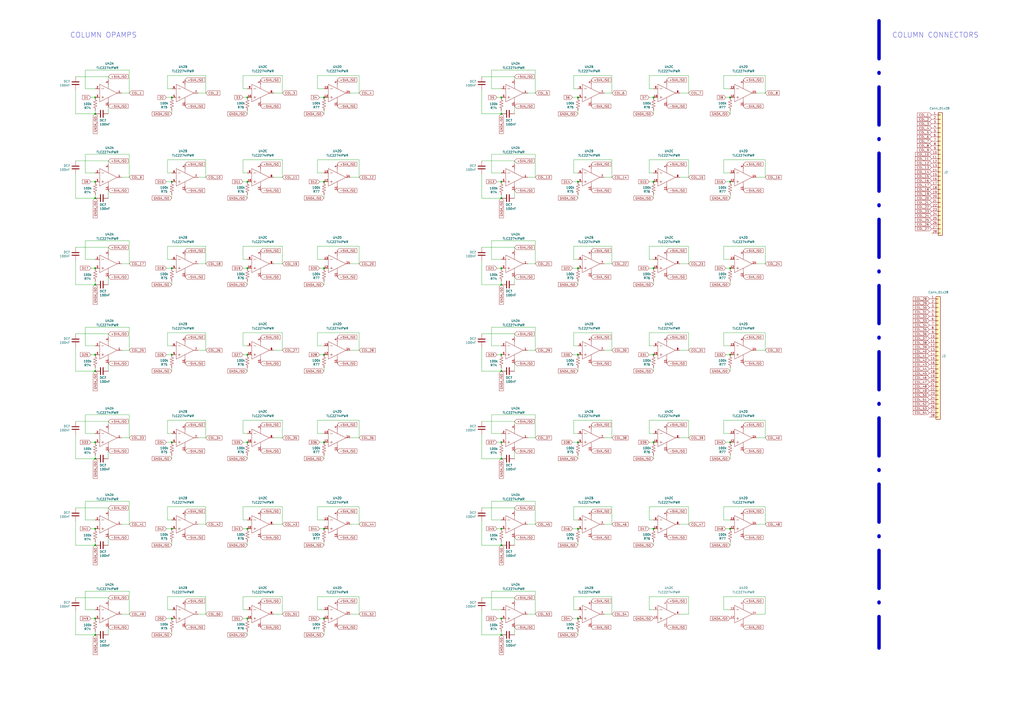
<source format=kicad_sch>
(kicad_sch (version 20230121) (generator eeschema)
  (paper "A2")
  (title_block (title "DMUX_OPAMP_SECTION") (date "2023-07-26"))
  (junction (at 99.695 205.74))
  (junction (at 55.245 306.705))
  (junction (at 335.28 155.575))
  (junction (at 290.83 56.515))
  (junction (at 55.245 165.1))
  (junction (at 335.28 256.54))
  (junction (at 423.545 155.575))
  (junction (at 290.83 215.265))
  (junction (at 143.51 306.705))
  (junction (at 187.96 205.74))
  (junction (at 55.245 215.265))
  (junction (at 379.095 256.54))
  (junction (at 379.095 306.705))
  (junction (at 187.96 306.705))
  (junction (at 290.83 266.065))
  (junction (at 187.96 358.775))
  (junction (at 379.095 105.41))
  (junction (at 379.095 205.74))
  (junction (at 335.28 306.705))
  (junction (at 290.83 316.23))
  (junction (at 99.695 358.775))
  (junction (at 379.095 155.575))
  (junction (at 55.245 368.3))
  (junction (at 187.96 105.41))
  (junction (at 143.51 155.575))
  (junction (at 99.695 105.41))
  (junction (at 290.83 66.04))
  (junction (at 187.96 256.54))
  (junction (at 290.83 165.1))
  (junction (at 55.245 155.575))
  (junction (at 55.245 114.935))
  (junction (at 143.51 56.515))
  (junction (at 55.245 205.74))
  (junction (at 290.83 256.54))
  (junction (at 143.51 358.775))
  (junction (at 99.695 56.515))
  (junction (at 290.83 358.775))
  (junction (at 423.545 105.41))
  (junction (at 55.245 256.54))
  (junction (at 99.695 155.575))
  (junction (at 187.96 56.515))
  (junction (at 290.83 306.705))
  (junction (at 423.545 306.705))
  (junction (at 290.83 368.3))
  (junction (at 335.28 358.775))
  (junction (at 423.545 56.515))
  (junction (at 335.28 56.515))
  (junction (at 335.28 105.41))
  (junction (at 143.51 256.54))
  (junction (at 55.245 358.775))
  (junction (at 423.545 256.54))
  (junction (at 290.83 205.74))
  (junction (at 55.245 56.515))
  (junction (at 187.96 155.575))
  (junction (at 55.245 105.41))
  (junction (at 423.545 205.74))
  (junction (at 55.245 266.065))
  (junction (at 143.51 205.74))
  (junction (at 290.83 155.575))
  (junction (at 99.695 306.705))
  (junction (at 55.245 316.23))
  (junction (at 290.83 105.41))
  (junction (at 99.695 256.54))
  (junction (at 379.095 56.515))
  (junction (at 290.83 114.935))
  (junction (at 335.28 205.74))
  (junction (at 143.51 105.41))
  (junction (at 55.245 66.04))
  (wire (pts (xy 140.97 358.775) (xy 143.51 358.775)))
  (wire (pts (xy 332.74 193.04) (xy 354.965 193.04)))
  (wire (pts (xy 43.815 346.71) (xy 62.865 346.71)))
  (wire (pts (xy 335.28 353.695) (xy 332.74 353.695)))
  (wire (pts (xy 74.93 53.975) (xy 70.485 53.975)))
  (wire (pts (xy 332.105 56.515) (xy 335.28 56.515)))
  (wire (pts (xy 187.96 150.495) (xy 184.15 150.495)))
  (wire (pts (xy 99.695 368.3) (xy 99.695 366.395)))
  (wire (pts (xy 399.415 153.035) (xy 394.335 153.035)))
  (wire (pts (xy 279.4 302.26) (xy 279.4 316.23)))
  (wire (pts (xy 423.545 200.66) (xy 419.735 200.66)))
  (wire (pts (xy 376.555 346.075) (xy 399.415 346.075)))
  (wire (pts (xy 163.83 142.875) (xy 163.83 153.035)))
  (wire (pts (xy 354.965 243.84) (xy 354.965 254)))
  (wire (pts (xy 376.555 105.41) (xy 379.095 105.41)))
  (wire (pts (xy 119.38 294.005) (xy 119.38 304.165)))
  (wire (pts (xy 379.095 266.065) (xy 379.095 264.16)))
  (wire (pts (xy 43.815 151.13) (xy 43.815 165.1)))
  (wire (pts (xy 163.83 304.165) (xy 158.75 304.165)))
  (wire (pts (xy 285.115 100.33) (xy 285.115 89.535)))
  (wire (pts (xy 140.97 92.71) (xy 163.83 92.71)))
  (wire (pts (xy 290.83 150.495) (xy 285.115 150.495)))
  (wire (pts (xy 49.53 189.865) (xy 74.93 189.865)))
  (wire (pts (xy 140.97 193.04) (xy 163.83 193.04)))
  (wire (pts (xy 335.28 51.435) (xy 332.74 51.435)))
  (wire (pts (xy 62.865 143.51) (xy 62.865 145.415)))
  (wire (pts (xy 99.695 66.04) (xy 99.695 64.135)))
  (wire (pts (xy 279.4 215.265) (xy 290.83 215.265)))
  (wire (pts (xy 279.4 294.64) (xy 298.45 294.64)))
  (wire (pts (xy 298.45 61.595) (xy 298.45 66.04)))
  (wire (pts (xy 354.965 346.075) (xy 354.965 356.235)))
  (wire (pts (xy 49.53 200.66) (xy 49.53 189.865)))
  (wire (pts (xy 376.555 193.04) (xy 399.415 193.04)))
  (wire (pts (xy 97.155 43.815) (xy 119.38 43.815)))
  (wire (pts (xy 423.545 353.695) (xy 419.735 353.695)))
  (wire (pts (xy 208.28 53.975) (xy 203.2 53.975)))
  (wire (pts (xy 74.93 153.035) (xy 70.485 153.035)))
  (wire (pts (xy 163.83 243.84) (xy 163.83 254)))
  (wire (pts (xy 119.38 203.2) (xy 114.935 203.2)))
  (wire (pts (xy 96.52 56.515) (xy 99.695 56.515)))
  (wire (pts (xy 399.415 193.04) (xy 399.415 203.2)))
  (wire (pts (xy 354.965 102.87) (xy 350.52 102.87)))
  (wire (pts (xy 379.095 251.46) (xy 376.555 251.46)))
  (wire (pts (xy 379.095 215.265) (xy 379.095 213.36)))
  (wire (pts (xy 354.965 43.815) (xy 354.965 53.975)))
  (wire (pts (xy 354.965 254) (xy 350.52 254)))
  (wire (pts (xy 97.155 301.625) (xy 97.155 294.005)))
  (wire (pts (xy 423.545 316.23) (xy 423.545 314.325)))
  (wire (pts (xy 379.095 301.625) (xy 376.555 301.625)))
  (wire (pts (xy 419.735 100.33) (xy 419.735 92.71)))
  (wire (pts (xy 43.815 302.26) (xy 43.815 316.23)))
  (wire (pts (xy 310.515 254) (xy 306.07 254)))
  (wire (pts (xy 96.52 105.41) (xy 99.695 105.41)))
  (wire (pts (xy 285.115 189.865) (xy 310.515 189.865)))
  (wire (pts (xy 43.815 66.04) (xy 55.245 66.04)))
  (wire (pts (xy 290.83 301.625) (xy 285.115 301.625)))
  (wire (pts (xy 163.83 53.975) (xy 158.75 53.975)))
  (wire (pts (xy 310.515 240.665) (xy 310.515 254)))
  (wire (pts (xy 99.695 266.065) (xy 99.695 264.16)))
  (wire (pts (xy 279.4 44.45) (xy 298.45 44.45)))
  (wire (pts (xy 443.865 193.04) (xy 443.865 203.2)))
  (wire (pts (xy 376.555 92.71) (xy 399.415 92.71)))
  (wire (pts (xy 288.29 358.775) (xy 290.83 358.775)))
  (wire (pts (xy 119.38 102.87) (xy 114.935 102.87)))
  (wire (pts (xy 119.38 92.71) (xy 119.38 102.87)))
  (wire (pts (xy 184.15 243.84) (xy 208.28 243.84)))
  (wire (pts (xy 285.115 89.535) (xy 310.515 89.535)))
  (wire (pts (xy 143.51 100.33) (xy 140.97 100.33)))
  (wire (pts (xy 187.96 51.435) (xy 184.15 51.435)))
  (wire (pts (xy 97.155 150.495) (xy 97.155 142.875)))
  (wire (pts (xy 419.735 43.815) (xy 443.865 43.815)))
  (wire (pts (xy 97.155 346.075) (xy 119.38 346.075)))
  (wire (pts (xy 279.4 244.475) (xy 298.45 244.475)))
  (wire (pts (xy 423.545 51.435) (xy 419.735 51.435)))
  (wire (pts (xy 298.45 363.855) (xy 298.45 368.3)))
  (wire (pts (xy 43.815 294.64) (xy 62.865 294.64)))
  (wire (pts (xy 423.545 150.495) (xy 419.735 150.495)))
  (wire (pts (xy 335.28 200.66) (xy 332.74 200.66)))
  (wire (pts (xy 399.415 243.84) (xy 399.415 254)))
  (wire (pts (xy 184.15 346.075) (xy 208.28 346.075)))
  (wire (pts (xy 310.515 153.035) (xy 306.07 153.035)))
  (wire (pts (xy 97.155 92.71) (xy 119.38 92.71)))
  (wire (pts (xy 184.15 51.435) (xy 184.15 43.815)))
  (wire (pts (xy 143.51 200.66) (xy 140.97 200.66)))
  (wire (pts (xy 376.555 155.575) (xy 379.095 155.575)))
  (wire (pts (xy 119.38 304.165) (xy 114.935 304.165)))
  (wire (pts (xy 187.96 215.265) (xy 187.96 213.36)))
  (wire (pts (xy 119.38 254) (xy 114.935 254)))
  (wire (pts (xy 187.96 266.065) (xy 187.96 264.16)))
  (wire (pts (xy 379.095 165.1) (xy 379.095 163.195)))
  (wire (pts (xy 99.695 353.695) (xy 97.155 353.695)))
  (wire (pts (xy 379.095 150.495) (xy 376.555 150.495)))
  (wire (pts (xy 55.245 353.695) (xy 49.53 353.695)))
  (wire (pts (xy 310.515 203.2) (xy 306.07 203.2)))
  (wire (pts (xy 332.74 92.71) (xy 354.965 92.71)))
  (wire (pts (xy 140.97 105.41) (xy 143.51 105.41)))
  (wire (pts (xy 419.735 150.495) (xy 419.735 142.875)))
  (wire (pts (xy 43.815 266.065) (xy 55.245 266.065)))
  (wire (pts (xy 421.005 56.515) (xy 423.545 56.515)))
  (wire (pts (xy 74.93 189.865) (xy 74.93 203.2)))
  (wire (pts (xy 290.83 353.695) (xy 285.115 353.695)))
  (wire (pts (xy 279.4 346.71) (xy 298.45 346.71)))
  (wire (pts (xy 119.38 53.975) (xy 114.935 53.975)))
  (wire (pts (xy 55.245 301.625) (xy 49.53 301.625)))
  (wire (pts (xy 443.865 92.71) (xy 443.865 102.87)))
  (wire (pts (xy 55.245 165.1) (xy 55.245 163.195)))
  (wire (pts (xy 62.865 110.49) (xy 62.865 114.935)))
  (wire (pts (xy 298.45 244.475) (xy 298.45 246.38)))
  (wire (pts (xy 285.115 301.625) (xy 285.115 290.83)))
  (wire (pts (xy 419.735 301.625) (xy 419.735 294.005)))
  (wire (pts (xy 187.96 251.46) (xy 184.15 251.46)))
  (wire (pts (xy 140.97 142.875) (xy 163.83 142.875)))
  (wire (pts (xy 99.695 150.495) (xy 97.155 150.495)))
  (wire (pts (xy 443.865 53.975) (xy 438.785 53.975)))
  (wire (pts (xy 43.815 252.095) (xy 43.815 266.065)))
  (wire (pts (xy 119.38 43.815) (xy 119.38 53.975)))
  (wire (pts (xy 163.83 153.035) (xy 158.75 153.035)))
  (wire (pts (xy 290.83 200.66) (xy 285.115 200.66)))
  (wire (pts (xy 143.51 150.495) (xy 140.97 150.495)))
  (wire (pts (xy 97.155 142.875) (xy 119.38 142.875)))
  (wire (pts (xy 74.93 254) (xy 70.485 254)))
  (wire (pts (xy 354.965 356.235) (xy 350.52 356.235)))
  (wire (pts (xy 187.96 165.1) (xy 187.96 163.195)))
  (wire (pts (xy 49.53 290.83) (xy 74.93 290.83)))
  (wire (pts (xy 423.545 301.625) (xy 419.735 301.625)))
  (wire (pts (xy 43.815 354.33) (xy 43.815 368.3)))
  (wire (pts (xy 419.735 353.695) (xy 419.735 346.075)))
  (wire (pts (xy 421.005 105.41) (xy 423.545 105.41)))
  (wire (pts (xy 43.815 143.51) (xy 62.865 143.51)))
  (wire (pts (xy 288.29 256.54) (xy 290.83 256.54)))
  (wire (pts (xy 298.45 210.82) (xy 298.45 215.265)))
  (wire (pts (xy 419.735 51.435) (xy 419.735 43.815)))
  (wire (pts (xy 74.93 89.535) (xy 74.93 102.87)))
  (wire (pts (xy 399.415 294.005) (xy 399.415 304.165)))
  (wire (pts (xy 208.28 142.875) (xy 208.28 153.035)))
  (wire (pts (xy 443.865 294.005) (xy 443.865 304.165)))
  (wire (pts (xy 140.97 56.515) (xy 143.51 56.515)))
  (wire (pts (xy 285.115 40.64) (xy 310.515 40.64)))
  (wire (pts (xy 208.28 254) (xy 203.2 254)))
  (wire (pts (xy 379.095 353.695) (xy 376.555 353.695)))
  (wire (pts (xy 49.53 251.46) (xy 49.53 240.665)))
  (wire (pts (xy 74.93 240.665) (xy 74.93 254)))
  (wire (pts (xy 279.4 52.07) (xy 279.4 66.04)))
  (wire (pts (xy 74.93 203.2) (xy 70.485 203.2)))
  (wire (pts (xy 288.29 155.575) (xy 290.83 155.575)))
  (wire (pts (xy 185.42 306.705) (xy 187.96 306.705)))
  (wire (pts (xy 52.705 358.775) (xy 55.245 358.775)))
  (wire (pts (xy 140.97 251.46) (xy 140.97 243.84)))
  (wire (pts (xy 49.53 240.665) (xy 74.93 240.665)))
  (wire (pts (xy 52.705 256.54) (xy 55.245 256.54)))
  (wire (pts (xy 119.38 142.875) (xy 119.38 153.035)))
  (wire (pts (xy 443.865 102.87) (xy 438.785 102.87)))
  (wire (pts (xy 298.45 294.64) (xy 298.45 296.545)))
  (wire (pts (xy 43.815 100.965) (xy 43.815 114.935)))
  (wire (pts (xy 143.51 316.23) (xy 143.51 314.325)))
  (wire (pts (xy 376.555 301.625) (xy 376.555 294.005)))
  (wire (pts (xy 285.115 342.9) (xy 310.515 342.9)))
  (wire (pts (xy 332.74 150.495) (xy 332.74 142.875)))
  (wire (pts (xy 298.45 311.785) (xy 298.45 316.23)))
  (wire (pts (xy 335.28 368.3) (xy 335.28 366.395)))
  (wire (pts (xy 279.4 93.345) (xy 298.45 93.345)))
  (wire (pts (xy 423.545 66.04) (xy 423.545 64.135)))
  (wire (pts (xy 399.415 254) (xy 394.335 254)))
  (wire (pts (xy 43.815 114.935) (xy 55.245 114.935)))
  (wire (pts (xy 97.155 251.46) (xy 97.155 243.84)))
  (wire (pts (xy 354.965 142.875) (xy 354.965 153.035)))
  (wire (pts (xy 96.52 205.74) (xy 99.695 205.74)))
  (wire (pts (xy 187.96 114.935) (xy 187.96 113.03)))
  (wire (pts (xy 99.695 301.625) (xy 97.155 301.625)))
  (wire (pts (xy 99.695 114.935) (xy 99.695 113.03)))
  (wire (pts (xy 96.52 358.775) (xy 99.695 358.775)))
  (wire (pts (xy 419.735 193.04) (xy 443.865 193.04)))
  (wire (pts (xy 419.735 92.71) (xy 443.865 92.71)))
  (wire (pts (xy 55.245 266.065) (xy 55.245 264.16)))
  (wire (pts (xy 279.4 143.51) (xy 298.45 143.51)))
  (wire (pts (xy 140.97 353.695) (xy 140.97 346.075)))
  (wire (pts (xy 184.15 92.71) (xy 208.28 92.71)))
  (wire (pts (xy 279.4 266.065) (xy 290.83 266.065)))
  (wire (pts (xy 354.965 203.2) (xy 350.52 203.2)))
  (wire (pts (xy 119.38 243.84) (xy 119.38 254)))
  (wire (pts (xy 184.15 193.04) (xy 208.28 193.04)))
  (wire (pts (xy 55.245 66.04) (xy 55.245 64.135)))
  (wire (pts (xy 43.815 215.265) (xy 55.245 215.265)))
  (wire (pts (xy 376.555 200.66) (xy 376.555 193.04)))
  (wire (pts (xy 279.4 201.295) (xy 279.4 215.265)))
  (wire (pts (xy 163.83 356.235) (xy 158.75 356.235)))
  (wire (pts (xy 419.735 200.66) (xy 419.735 193.04)))
  (wire (pts (xy 285.115 290.83) (xy 310.515 290.83)))
  (wire (pts (xy 376.555 150.495) (xy 376.555 142.875)))
  (wire (pts (xy 143.51 368.3) (xy 143.51 366.395)))
  (wire (pts (xy 443.865 304.165) (xy 438.785 304.165)))
  (wire (pts (xy 143.51 266.065) (xy 143.51 264.16)))
  (wire (pts (xy 140.97 51.435) (xy 140.97 43.815)))
  (wire (pts (xy 421.005 155.575) (xy 423.545 155.575)))
  (wire (pts (xy 55.245 316.23) (xy 55.245 314.325)))
  (wire (pts (xy 185.42 256.54) (xy 187.96 256.54)))
  (wire (pts (xy 419.735 346.075) (xy 443.865 346.075)))
  (wire (pts (xy 332.105 256.54) (xy 335.28 256.54)))
  (wire (pts (xy 290.83 316.23) (xy 290.83 314.325)))
  (wire (pts (xy 185.42 105.41) (xy 187.96 105.41)))
  (wire (pts (xy 62.865 363.855) (xy 62.865 368.3)))
  (wire (pts (xy 55.245 368.3) (xy 55.245 366.395)))
  (wire (pts (xy 279.4 100.965) (xy 279.4 114.935)))
  (wire (pts (xy 97.155 243.84) (xy 119.38 243.84)))
  (wire (pts (xy 354.965 53.975) (xy 350.52 53.975)))
  (wire (pts (xy 184.15 100.33) (xy 184.15 92.71)))
  (wire (pts (xy 43.815 201.295) (xy 43.815 215.265)))
  (wire (pts (xy 55.245 51.435) (xy 49.53 51.435)))
  (wire (pts (xy 332.74 346.075) (xy 354.965 346.075)))
  (wire (pts (xy 379.095 114.935) (xy 379.095 113.03)))
  (wire (pts (xy 49.53 51.435) (xy 49.53 40.64)))
  (wire (pts (xy 49.53 150.495) (xy 49.53 139.7)))
  (wire (pts (xy 423.545 266.065) (xy 423.545 264.16)))
  (wire (pts (xy 184.15 200.66) (xy 184.15 193.04)))
  (wire (pts (xy 443.865 356.235) (xy 438.785 356.235)))
  (wire (pts (xy 443.865 43.815) (xy 443.865 53.975)))
  (wire (pts (xy 185.42 155.575) (xy 187.96 155.575)))
  (wire (pts (xy 62.865 311.785) (xy 62.865 316.23)))
  (wire (pts (xy 423.545 165.1) (xy 423.545 163.195)))
  (wire (pts (xy 184.15 142.875) (xy 208.28 142.875)))
  (wire (pts (xy 184.15 301.625) (xy 184.15 294.005)))
  (wire (pts (xy 335.28 251.46) (xy 332.74 251.46)))
  (wire (pts (xy 376.555 142.875) (xy 399.415 142.875)))
  (wire (pts (xy 279.4 252.095) (xy 279.4 266.065)))
  (wire (pts (xy 208.28 304.165) (xy 203.2 304.165)))
  (wire (pts (xy 74.93 40.64) (xy 74.93 53.975)))
  (wire (pts (xy 399.415 92.71) (xy 399.415 102.87)))
  (wire (pts (xy 354.965 193.04) (xy 354.965 203.2)))
  (wire (pts (xy 423.545 215.265) (xy 423.545 213.36)))
  (wire (pts (xy 421.005 306.705) (xy 423.545 306.705)))
  (wire (pts (xy 335.28 301.625) (xy 332.74 301.625)))
  (wire (pts (xy 332.74 100.33) (xy 332.74 92.71)))
  (wire (pts (xy 335.28 316.23) (xy 335.28 314.325)))
  (wire (pts (xy 99.695 165.1) (xy 99.695 163.195)))
  (wire (pts (xy 279.4 316.23) (xy 290.83 316.23)))
  (wire (pts (xy 332.74 243.84) (xy 354.965 243.84)))
  (wire (pts (xy 143.51 301.625) (xy 140.97 301.625)))
  (wire (pts (xy 99.695 316.23) (xy 99.695 314.325)))
  (wire (pts (xy 310.515 89.535) (xy 310.515 102.87)))
  (wire (pts (xy 290.83 165.1) (xy 290.83 163.195)))
  (wire (pts (xy 376.555 251.46) (xy 376.555 243.84)))
  (wire (pts (xy 185.42 56.515) (xy 187.96 56.515)))
  (wire (pts (xy 143.51 114.935) (xy 143.51 113.03)))
  (wire (pts (xy 443.865 203.2) (xy 438.785 203.2)))
  (wire (pts (xy 184.15 294.005) (xy 208.28 294.005)))
  (wire (pts (xy 187.96 66.04) (xy 187.96 64.135)))
  (wire (pts (xy 52.705 56.515) (xy 55.245 56.515)))
  (wire (pts (xy 379.095 51.435) (xy 376.555 51.435)))
  (wire (pts (xy 97.155 51.435) (xy 97.155 43.815)))
  (wire (pts (xy 290.83 114.935) (xy 290.83 113.03)))
  (wire (pts (xy 399.415 102.87) (xy 394.335 102.87)))
  (wire (pts (xy 376.555 51.435) (xy 376.555 43.815)))
  (wire (pts (xy 279.4 151.13) (xy 279.4 165.1)))
  (wire (pts (xy 43.815 44.45) (xy 62.865 44.45)))
  (wire (pts (xy 279.4 354.33) (xy 279.4 368.3)))
  (wire (pts (xy 419.735 294.005) (xy 443.865 294.005)))
  (wire (pts (xy 140.97 43.815) (xy 163.83 43.815)))
  (wire (pts (xy 43.815 93.345) (xy 62.865 93.345)))
  (wire (pts (xy 310.515 102.87) (xy 306.07 102.87)))
  (wire (pts (xy 74.93 356.235) (xy 70.485 356.235)))
  (wire (pts (xy 376.555 205.74) (xy 379.095 205.74)))
  (wire (pts (xy 298.45 261.62) (xy 298.45 266.065)))
  (polyline (pts (xy 509.905 12.065) (xy 509.905 375.92)) (stroke (width 2) (type dash_dot)))
  (wire (pts (xy 354.965 92.71) (xy 354.965 102.87)))
  (wire (pts (xy 379.095 100.33) (xy 376.555 100.33)))
  (wire (pts (xy 43.815 193.675) (xy 62.865 193.675)))
  (wire (pts (xy 443.865 346.075) (xy 443.865 356.235)))
  (wire (pts (xy 443.865 254) (xy 438.785 254)))
  (wire (pts (xy 62.865 93.345) (xy 62.865 95.25)))
  (wire (pts (xy 184.15 353.695) (xy 184.15 346.075)))
  (wire (pts (xy 335.28 150.495) (xy 332.74 150.495)))
  (wire (pts (xy 119.38 346.075) (xy 119.38 356.235)))
  (wire (pts (xy 279.4 114.935) (xy 290.83 114.935)))
  (wire (pts (xy 332.74 353.695) (xy 332.74 346.075)))
  (wire (pts (xy 332.74 301.625) (xy 332.74 294.005)))
  (wire (pts (xy 332.74 43.815) (xy 354.965 43.815)))
  (wire (pts (xy 285.115 51.435) (xy 285.115 40.64)))
  (wire (pts (xy 335.28 100.33) (xy 332.74 100.33)))
  (wire (pts (xy 208.28 92.71) (xy 208.28 102.87)))
  (wire (pts (xy 376.555 256.54) (xy 379.095 256.54)))
  (wire (pts (xy 143.51 51.435) (xy 140.97 51.435)))
  (wire (pts (xy 62.865 261.62) (xy 62.865 266.065)))
  (wire (pts (xy 119.38 356.235) (xy 114.935 356.235)))
  (wire (pts (xy 140.97 301.625) (xy 140.97 294.005)))
  (wire (pts (xy 62.865 44.45) (xy 62.865 46.355)))
  (wire (pts (xy 421.005 205.74) (xy 423.545 205.74)))
  (wire (pts (xy 140.97 205.74) (xy 143.51 205.74)))
  (wire (pts (xy 143.51 353.695) (xy 140.97 353.695)))
  (wire (pts (xy 74.93 304.165) (xy 70.485 304.165)))
  (wire (pts (xy 208.28 356.235) (xy 203.2 356.235)))
  (wire (pts (xy 298.45 143.51) (xy 298.45 145.415)))
  (wire (pts (xy 290.83 51.435) (xy 285.115 51.435)))
  (wire (pts (xy 163.83 346.075) (xy 163.83 356.235)))
  (wire (pts (xy 376.555 353.695) (xy 376.555 346.075)))
  (wire (pts (xy 376.555 243.84) (xy 399.415 243.84)))
  (wire (pts (xy 163.83 203.2) (xy 158.75 203.2)))
  (wire (pts (xy 119.38 193.04) (xy 119.38 203.2)))
  (wire (pts (xy 443.865 142.875) (xy 443.865 153.035)))
  (wire (pts (xy 62.865 294.64) (xy 62.865 296.545)))
  (wire (pts (xy 279.4 193.675) (xy 298.45 193.675)))
  (wire (pts (xy 310.515 53.975) (xy 306.07 53.975)))
  (wire (pts (xy 97.155 294.005) (xy 119.38 294.005)))
  (wire (pts (xy 443.865 243.84) (xy 443.865 254)))
  (wire (pts (xy 143.51 66.04) (xy 143.51 64.135)))
  (wire (pts (xy 376.555 43.815) (xy 399.415 43.815)))
  (wire (pts (xy 208.28 346.075) (xy 208.28 356.235)))
  (wire (pts (xy 208.28 294.005) (xy 208.28 304.165)))
  (wire (pts (xy 55.245 150.495) (xy 49.53 150.495)))
  (wire (pts (xy 332.74 251.46) (xy 332.74 243.84)))
  (wire (pts (xy 55.245 251.46) (xy 49.53 251.46)))
  (wire (pts (xy 443.865 153.035) (xy 438.785 153.035)))
  (wire (pts (xy 208.28 243.84) (xy 208.28 254)))
  (wire (pts (xy 288.29 205.74) (xy 290.83 205.74)))
  (wire (pts (xy 332.105 358.775) (xy 335.28 358.775)))
  (wire (pts (xy 379.095 200.66) (xy 376.555 200.66)))
  (wire (pts (xy 49.53 301.625) (xy 49.53 290.83)))
  (wire (pts (xy 208.28 43.815) (xy 208.28 53.975)))
  (wire (pts (xy 399.415 142.875) (xy 399.415 153.035)))
  (wire (pts (xy 43.815 244.475) (xy 62.865 244.475)))
  (wire (pts (xy 332.105 105.41) (xy 335.28 105.41)))
  (wire (pts (xy 298.45 160.655) (xy 298.45 165.1)))
  (wire (pts (xy 354.965 294.005) (xy 354.965 304.165)))
  (wire (pts (xy 143.51 251.46) (xy 140.97 251.46)))
  (wire (pts (xy 332.74 142.875) (xy 354.965 142.875)))
  (wire (pts (xy 163.83 102.87) (xy 158.75 102.87)))
  (wire (pts (xy 279.4 165.1) (xy 290.83 165.1)))
  (wire (pts (xy 285.115 353.695) (xy 285.115 342.9)))
  (wire (pts (xy 140.97 200.66) (xy 140.97 193.04)))
  (wire (pts (xy 290.83 368.3) (xy 290.83 366.395)))
  (wire (pts (xy 74.93 139.7) (xy 74.93 153.035)))
  (wire (pts (xy 62.865 210.82) (xy 62.865 215.265)))
  (wire (pts (xy 119.38 153.035) (xy 114.935 153.035)))
  (wire (pts (xy 49.53 40.64) (xy 74.93 40.64)))
  (wire (pts (xy 335.28 114.935) (xy 335.28 113.03)))
  (wire (pts (xy 298.45 346.71) (xy 298.45 348.615)))
  (wire (pts (xy 187.96 316.23) (xy 187.96 314.325)))
  (wire (pts (xy 140.97 306.705) (xy 143.51 306.705)))
  (wire (pts (xy 332.105 205.74) (xy 335.28 205.74)))
  (wire (pts (xy 208.28 153.035) (xy 203.2 153.035)))
  (wire (pts (xy 43.815 165.1) (xy 55.245 165.1)))
  (wire (pts (xy 163.83 254) (xy 158.75 254)))
  (wire (pts (xy 74.93 342.9) (xy 74.93 356.235)))
  (wire (pts (xy 354.965 304.165) (xy 350.52 304.165)))
  (wire (pts (xy 354.965 153.035) (xy 350.52 153.035)))
  (wire (pts (xy 62.865 193.675) (xy 62.865 195.58)))
  (wire (pts (xy 376.555 56.515) (xy 379.095 56.515)))
  (wire (pts (xy 96.52 256.54) (xy 99.695 256.54)))
  (wire (pts (xy 423.545 114.935) (xy 423.545 113.03)))
  (wire (pts (xy 288.29 306.705) (xy 290.83 306.705)))
  (wire (pts (xy 310.515 189.865) (xy 310.515 203.2)))
  (wire (pts (xy 62.865 61.595) (xy 62.865 66.04)))
  (wire (pts (xy 399.415 53.975) (xy 394.335 53.975)))
  (wire (pts (xy 52.705 105.41) (xy 55.245 105.41)))
  (wire (pts (xy 419.735 142.875) (xy 443.865 142.875)))
  (wire (pts (xy 208.28 193.04) (xy 208.28 203.2)))
  (wire (pts (xy 99.695 200.66) (xy 97.155 200.66)))
  (wire (pts (xy 379.095 66.04) (xy 379.095 64.135)))
  (wire (pts (xy 163.83 294.005) (xy 163.83 304.165)))
  (wire (pts (xy 185.42 205.74) (xy 187.96 205.74)))
  (wire (pts (xy 332.74 200.66) (xy 332.74 193.04)))
  (wire (pts (xy 49.53 342.9) (xy 74.93 342.9)))
  (wire (pts (xy 143.51 165.1) (xy 143.51 163.195)))
  (wire (pts (xy 288.29 56.515) (xy 290.83 56.515)))
  (wire (pts (xy 208.28 203.2) (xy 203.2 203.2)))
  (wire (pts (xy 187.96 353.695) (xy 184.15 353.695)))
  (wire (pts (xy 290.83 251.46) (xy 285.115 251.46)))
  (wire (pts (xy 376.555 100.33) (xy 376.555 92.71)))
  (wire (pts (xy 97.155 100.33) (xy 97.155 92.71)))
  (wire (pts (xy 335.28 215.265) (xy 335.28 213.36)))
  (wire (pts (xy 399.415 356.235) (xy 394.335 356.235)))
  (wire (pts (xy 335.28 165.1) (xy 335.28 163.195)))
  (wire (pts (xy 335.28 266.065) (xy 335.28 264.16)))
  (wire (pts (xy 97.155 353.695) (xy 97.155 346.075)))
  (wire (pts (xy 163.83 43.815) (xy 163.83 53.975)))
  (wire (pts (xy 419.735 243.84) (xy 443.865 243.84)))
  (wire (pts (xy 376.555 294.005) (xy 399.415 294.005)))
  (wire (pts (xy 376.555 306.705) (xy 379.095 306.705)))
  (wire (pts (xy 140.97 256.54) (xy 143.51 256.54)))
  (wire (pts (xy 310.515 139.7) (xy 310.515 153.035)))
  (wire (pts (xy 379.095 316.23) (xy 379.095 314.325)))
  (wire (pts (xy 421.005 256.54) (xy 423.545 256.54)))
  (wire (pts (xy 332.105 306.705) (xy 335.28 306.705)))
  (wire (pts (xy 298.45 44.45) (xy 298.45 46.355)))
  (wire (pts (xy 99.695 215.265) (xy 99.695 213.36)))
  (wire (pts (xy 298.45 110.49) (xy 298.45 114.935)))
  (wire (pts (xy 43.815 368.3) (xy 55.245 368.3)))
  (wire (pts (xy 163.83 92.71) (xy 163.83 102.87)))
  (wire (pts (xy 298.45 193.675) (xy 298.45 195.58)))
  (wire (pts (xy 288.29 105.41) (xy 290.83 105.41)))
  (wire (pts (xy 187.96 100.33) (xy 184.15 100.33)))
  (wire (pts (xy 399.415 304.165) (xy 394.335 304.165)))
  (wire (pts (xy 290.83 266.065) (xy 290.83 264.16)))
  (wire (pts (xy 184.15 251.46) (xy 184.15 243.84)))
  (wire (pts (xy 290.83 100.33) (xy 285.115 100.33)))
  (wire (pts (xy 423.545 251.46) (xy 419.735 251.46)))
  (wire (pts (xy 184.15 43.815) (xy 208.28 43.815)))
  (wire (pts (xy 140.97 346.075) (xy 163.83 346.075)))
  (wire (pts (xy 290.83 215.265) (xy 290.83 213.36)))
  (wire (pts (xy 332.74 51.435) (xy 332.74 43.815)))
  (wire (pts (xy 332.105 155.575) (xy 335.28 155.575)))
  (wire (pts (xy 99.695 251.46) (xy 97.155 251.46)))
  (wire (pts (xy 285.115 150.495) (xy 285.115 139.7)))
  (wire (pts (xy 49.53 353.695) (xy 49.53 342.9)))
  (wire (pts (xy 285.115 200.66) (xy 285.115 189.865)))
  (wire (pts (xy 62.865 244.475) (xy 62.865 246.38)))
  (wire (pts (xy 310.515 40.64) (xy 310.515 53.975)))
  (wire (pts (xy 279.4 66.04) (xy 290.83 66.04)))
  (wire (pts (xy 399.415 43.815) (xy 399.415 53.975)))
  (wire (pts (xy 97.155 193.04) (xy 119.38 193.04)))
  (wire (pts (xy 419.735 251.46) (xy 419.735 243.84)))
  (wire (pts (xy 49.53 89.535) (xy 74.93 89.535)))
  (wire (pts (xy 99.695 51.435) (xy 97.155 51.435)))
  (wire (pts (xy 55.245 200.66) (xy 49.53 200.66)))
  (wire (pts (xy 185.42 358.775) (xy 187.96 358.775)))
  (wire (pts (xy 310.515 290.83) (xy 310.515 304.165)))
  (wire (pts (xy 399.415 346.075) (xy 399.415 356.235)))
  (wire (pts (xy 43.815 52.07) (xy 43.815 66.04)))
  (wire (pts (xy 55.245 114.935) (xy 55.245 113.03)))
  (wire (pts (xy 399.415 203.2) (xy 394.335 203.2)))
  (wire (pts (xy 310.515 342.9) (xy 310.515 356.235)))
  (wire (pts (xy 96.52 306.705) (xy 99.695 306.705)))
  (wire (pts (xy 140.97 243.84) (xy 163.83 243.84)))
  (wire (pts (xy 140.97 150.495) (xy 140.97 142.875)))
  (wire (pts (xy 43.815 316.23) (xy 55.245 316.23)))
  (wire (pts (xy 310.515 304.165) (xy 306.07 304.165)))
  (wire (pts (xy 49.53 100.33) (xy 49.53 89.535)))
  (wire (pts (xy 310.515 356.235) (xy 306.07 356.235)))
  (wire (pts (xy 285.115 139.7) (xy 310.515 139.7)))
  (wire (pts (xy 99.695 100.33) (xy 97.155 100.33)))
  (wire (pts (xy 184.15 150.495) (xy 184.15 142.875)))
  (wire (pts (xy 52.705 306.705) (xy 55.245 306.705)))
  (wire (pts (xy 97.155 200.66) (xy 97.155 193.04)))
  (wire (pts (xy 187.96 301.625) (xy 184.15 301.625)))
  (wire (pts (xy 52.705 205.74) (xy 55.245 205.74)))
  (wire (pts (xy 298.45 93.345) (xy 298.45 95.25)))
  (wire (pts (xy 163.83 193.04) (xy 163.83 203.2)))
  (wire (pts (xy 140.97 155.575) (xy 143.51 155.575)))
  (wire (pts (xy 74.93 290.83) (xy 74.93 304.165)))
  (wire (pts (xy 143.51 215.265) (xy 143.51 213.36)))
  (wire (pts (xy 187.96 200.66) (xy 184.15 200.66)))
  (wire (pts (xy 332.74 294.005) (xy 354.965 294.005)))
  (wire (pts (xy 55.245 215.265) (xy 55.245 213.36)))
  (wire (pts (xy 55.245 100.33) (xy 49.53 100.33)))
  (wire (pts (xy 279.4 368.3) (xy 290.83 368.3)))
  (wire (pts (xy 140.97 294.005) (xy 163.83 294.005)))
  (wire (pts (xy 49.53 139.7) (xy 74.93 139.7)))
  (wire (pts (xy 140.97 100.33) (xy 140.97 92.71)))
  (wire (pts (xy 74.93 102.87) (xy 70.485 102.87)))
  (wire (pts (xy 290.83 66.04) (xy 290.83 64.135)))
  (wire (pts (xy 423.545 100.33) (xy 419.735 100.33)))
  (wire (pts (xy 285.115 240.665) (xy 310.515 240.665)))
  (wire (pts (xy 62.865 160.655) (xy 62.865 165.1)))
  (wire (pts (xy 285.115 251.46) (xy 285.115 240.665)))
  (wire (pts (xy 335.28 66.04) (xy 335.28 64.135)))
  (wire (pts (xy 208.28 102.87) (xy 203.2 102.87)))
  (wire (pts (xy 52.705 155.575) (xy 55.245 155.575)))
  (wire (pts (xy 96.52 155.575) (xy 99.695 155.575)))
  (wire (pts (xy 62.865 346.71) (xy 62.865 348.615)))
  (wire (pts (xy 187.96 368.3) (xy 187.96 366.395)))
  (text "COLUMN OPAMPS" (at 40.64 22.225 0) (effects (font (size 3 3)) (justify left bottom)))
  (text "COLUMN CONNECTORS" (at 517.525 22.225 0) (effects (font (size 3 3)) (justify left bottom)))
  (global_label "GNDA_ISO" (shape input) (at 290.83 316.23 270) (property "Intersheetrefs" "${INTERSHEET_REFS}" (effects hide)))
  (global_label "COL_18" (shape input) (at 540.385 109.855 180) (property "Intersheetrefs" "${INTERSHEET_REFS}" (effects hide)))
  (global_label "D52" (shape input) (at 185.42 358.775 180) (property "Intersheetrefs" "${INTERSHEET_REFS}" (effects hide)))
  (global_label "-5VA_ISO" (shape input) (at 298.45 311.785 0) (property "Intersheetrefs" "${INTERSHEET_REFS}" (effects hide)))
  (global_label "COL_10" (shape input) (at 540.385 89.535 180) (property "Intersheetrefs" "${INTERSHEET_REFS}" (effects hide)))
  (global_label "+5VA_ISO" (shape input) (at 151.13 145.415 0) (property "Intersheetrefs" "${INTERSHEET_REFS}" (effects hide)))
  (global_label "D38" (shape input) (at 332.105 256.54 180) (property "Intersheetrefs" "${INTERSHEET_REFS}" (effects hide)))
  (global_label "+5VA_ISO" (shape input) (at 386.715 246.38 0) (property "Intersheetrefs" "${INTERSHEET_REFS}" (effects hide)))
  (global_label "GNDA_ISO" (shape input) (at 290.83 368.3 270) (property "Intersheetrefs" "${INTERSHEET_REFS}" (effects hide)))
  (global_label "GNDA_ISO" (shape input) (at 55.245 215.265 270) (property "Intersheetrefs" "${INTERSHEET_REFS}" (effects hide)))
  (global_label "COL_15" (shape input) (at 399.415 102.87 0) (property "Intersheetrefs" "${INTERSHEET_REFS}" (effects hide)))
  (global_label "COL_54" (shape input) (at 539.115 239.395 180) (property "Intersheetrefs" "${INTERSHEET_REFS}" (effects hide)))
  (global_label "GNDA_ISO" (shape input) (at 187.96 215.265 180) (property "Intersheetrefs" "${INTERSHEET_REFS}" (effects hide)))
  (global_label "COL_42" (shape input) (at 539.115 208.915 180) (property "Intersheetrefs" "${INTERSHEET_REFS}" (effects hide)))
  (global_label "COL_50" (shape input) (at 539.115 229.235 180) (property "Intersheetrefs" "${INTERSHEET_REFS}" (effects hide)))
  (global_label "GNDA_ISO" (shape input) (at 379.095 114.935 180) (property "Intersheetrefs" "${INTERSHEET_REFS}" (effects hide)))
  (global_label "COL_48" (shape input) (at 539.115 224.155 180) (property "Intersheetrefs" "${INTERSHEET_REFS}" (effects hide)))
  (global_label "D19" (shape input) (at 140.97 155.575 180) (property "Intersheetrefs" "${INTERSHEET_REFS}" (effects hide)))
  (global_label "COL_12" (shape input) (at 208.28 102.87 0) (property "Intersheetrefs" "${INTERSHEET_REFS}" (effects hide)))
  (global_label "COL_34" (shape input) (at 539.115 188.595 180) (property "Intersheetrefs" "${INTERSHEET_REFS}" (effects hide)))
  (global_label "-5VA_ISO" (shape input) (at 298.45 261.62 0) (property "Intersheetrefs" "${INTERSHEET_REFS}" (effects hide)))
  (global_label "-5VA_ISO" (shape input) (at 298.45 110.49 0) (property "Intersheetrefs" "${INTERSHEET_REFS}" (effects hide)))
  (global_label "D23" (shape input) (at 376.555 155.575 180) (property "Intersheetrefs" "${INTERSHEET_REFS}" (effects hide)))
  (global_label "GNDA_ISO" (shape input) (at 379.095 316.23 180) (property "Intersheetrefs" "${INTERSHEET_REFS}" (effects hide)))
  (global_label "-5VA_ISO" (shape input) (at 151.13 261.62 0) (property "Intersheetrefs" "${INTERSHEET_REFS}" (effects hide)))
  (global_label "+5VA_ISO" (shape input) (at 298.45 44.45 0) (property "Intersheetrefs" "${INTERSHEET_REFS}" (effects hide)))
  (global_label "+5VA_ISO" (shape input) (at 298.45 294.64 0) (property "Intersheetrefs" "${INTERSHEET_REFS}" (effects hide)))
  (global_label "+5VA_ISO" (shape input) (at 195.58 246.38 0) (property "Intersheetrefs" "${INTERSHEET_REFS}" (effects hide)))
  (global_label "-5VA_ISO" (shape input) (at 62.865 110.49 0) (property "Intersheetrefs" "${INTERSHEET_REFS}" (effects hide)))
  (global_label "+5VA_ISO" (shape input) (at 151.13 195.58 0) (property "Intersheetrefs" "${INTERSHEET_REFS}" (effects hide)))
  (global_label "COL_11" (shape input) (at 163.83 102.87 0) (property "Intersheetrefs" "${INTERSHEET_REFS}" (effects hide)))
  (global_label "COL_38" (shape input) (at 539.115 198.755 180) (property "Intersheetrefs" "${INTERSHEET_REFS}" (effects hide)))
  (global_label "-5VA_ISO" (shape input) (at 107.315 160.655 0) (property "Intersheetrefs" "${INTERSHEET_REFS}" (effects hide)))
  (global_label "COL_3" (shape input) (at 163.83 53.975 0) (property "Intersheetrefs" "${INTERSHEET_REFS}" (effects hide)))
  (global_label "COL_16" (shape input) (at 540.385 104.775 180) (property "Intersheetrefs" "${INTERSHEET_REFS}" (effects hide)))
  (global_label "COL_4" (shape input) (at 540.385 74.295 180) (property "Intersheetrefs" "${INTERSHEET_REFS}" (effects hide)))
  (global_label "COL_19" (shape input) (at 540.385 112.395 180) (property "Intersheetrefs" "${INTERSHEET_REFS}" (effects hide)))
  (global_label "-5VA_ISO" (shape input) (at 431.165 210.82 0) (property "Intersheetrefs" "${INTERSHEET_REFS}" (effects hide)))
  (global_label "+5VA_ISO" (shape input) (at 431.165 195.58 0) (property "Intersheetrefs" "${INTERSHEET_REFS}" (effects hide)))
  (global_label "-5VA_ISO" (shape input) (at 151.13 160.655 0) (property "Intersheetrefs" "${INTERSHEET_REFS}" (effects hide)))
  (global_label "COL_42" (shape input) (at 119.38 304.165 0) (property "Intersheetrefs" "${INTERSHEET_REFS}" (effects hide)))
  (global_label "COL_49" (shape input) (at 539.115 226.695 180) (property "Intersheetrefs" "${INTERSHEET_REFS}" (effects hide)))
  (global_label "+5VA_ISO" (shape input) (at 298.45 143.51 0) (property "Intersheetrefs" "${INTERSHEET_REFS}" (effects hide)))
  (global_label "-5VA_ISO" (shape input) (at 342.9 261.62 0) (property "Intersheetrefs" "${INTERSHEET_REFS}" (effects hide)))
  (global_label "+5VA_ISO" (shape input) (at 151.13 46.355 0) (property "Intersheetrefs" "${INTERSHEET_REFS}" (effects hide)))
  (global_label "+5VA_ISO" (shape input) (at 107.315 46.355 0) (property "Intersheetrefs" "${INTERSHEET_REFS}" (effects hide)))
  (global_label "D47" (shape input) (at 376.555 306.705 180) (property "Intersheetrefs" "${INTERSHEET_REFS}" (effects hide)))
  (global_label "GNDA_ISO" (shape input) (at 423.545 266.065 180) (property "Intersheetrefs" "${INTERSHEET_REFS}" (effects hide)))
  (global_label "COL_37" (shape input) (at 539.115 196.215 180) (property "Intersheetrefs" "${INTERSHEET_REFS}" (effects hide)))
  (global_label "COL_20" (shape input) (at 208.28 153.035 0) (property "Intersheetrefs" "${INTERSHEET_REFS}" (effects hide)))
  (global_label "COL_1" (shape input) (at 540.385 66.675 180) (property "Intersheetrefs" "${INTERSHEET_REFS}" (effects hide)))
  (global_label "D21" (shape input) (at 288.29 155.575 180) (property "Intersheetrefs" "${INTERSHEET_REFS}" (effects hide)))
  (global_label "COL_7" (shape input) (at 399.415 53.975 0) (property "Intersheetrefs" "${INTERSHEET_REFS}" (effects hide)))
  (global_label "+5VA_ISO" (shape input) (at 431.165 46.355 0) (property "Intersheetrefs" "${INTERSHEET_REFS}" (effects hide)))
  (global_label "D32" (shape input) (at 421.005 205.74 180) (property "Intersheetrefs" "${INTERSHEET_REFS}" (effects hide)))
  (global_label "GNDA_ISO" (shape input) (at 335.28 114.935 180) (property "Intersheetrefs" "${INTERSHEET_REFS}" (effects hide)))
  (global_label "+5VA_ISO" (shape input) (at 151.13 348.615 0) (property "Intersheetrefs" "${INTERSHEET_REFS}" (effects hide)))
  (global_label "COL_19" (shape input) (at 163.83 153.035 0) (property "Intersheetrefs" "${INTERSHEET_REFS}" (effects hide)))
  (global_label "COL_4" (shape input) (at 208.28 53.975 0) (property "Intersheetrefs" "${INTERSHEET_REFS}" (effects hide)))
  (global_label "D48" (shape input) (at 421.005 306.705 180) (property "Intersheetrefs" "${INTERSHEET_REFS}" (effects hide)))
  (global_label "-5VA_ISO" (shape input) (at 431.165 363.855 0) (property "Intersheetrefs" "${INTERSHEET_REFS}" (effects hide)))
  (global_label "-5VA_ISO" (shape input) (at 195.58 61.595 0) (property "Intersheetrefs" "${INTERSHEET_REFS}" (effects hide)))
  (global_label "GNDA_ISO" (shape input) (at 55.245 316.23 270) (property "Intersheetrefs" "${INTERSHEET_REFS}" (effects hide)))
  (global_label "GNDA_ISO" (shape input) (at 187.96 368.3 180) (property "Intersheetrefs" "${INTERSHEET_REFS}" (effects hide)))
  (global_label "COL_23" (shape input) (at 540.385 122.555 180) (property "Intersheetrefs" "${INTERSHEET_REFS}" (effects hide)))
  (global_label "D14" (shape input) (at 332.105 105.41 180) (property "Intersheetrefs" "${INTERSHEET_REFS}" (effects hide)))
  (global_label "D37" (shape input) (at 288.29 256.54 180) (property "Intersheetrefs" "${INTERSHEET_REFS}" (effects hide)))
  (global_label "D9" (shape input) (at 52.705 105.41 180) (property "Intersheetrefs" "${INTERSHEET_REFS}" (effects hide)))
  (global_label "GNDA_ISO" (shape input) (at 335.28 266.065 180) (property "Intersheetrefs" "${INTERSHEET_REFS}" (effects hide)))
  (global_label "COL_2" (shape input) (at 540.385 69.215 180) (property "Intersheetrefs" "${INTERSHEET_REFS}" (effects hide)))
  (global_label "GNDA_ISO" (shape input) (at 423.545 165.1 180) (property "Intersheetrefs" "${INTERSHEET_REFS}" (effects hide)))
  (global_label "-5VA_ISO" (shape input) (at 342.9 363.855 0) (property "Intersheetrefs" "${INTERSHEET_REFS}" (effects hide)))
  (global_label "+5VA_ISO" (shape input) (at 195.58 95.25 0) (property "Intersheetrefs" "${INTERSHEET_REFS}" (effects hide)))
  (global_label "COL_50" (shape input) (at 119.38 356.235 0) (property "Intersheetrefs" "${INTERSHEET_REFS}" (effects hide)))
  (global_label "COL_21" (shape input) (at 540.385 117.475 180) (property "Intersheetrefs" "${INTERSHEET_REFS}" (effects hide)))
  (global_label "COL_12" (shape input) (at 540.385 94.615 180) (property "Intersheetrefs" "${INTERSHEET_REFS}" (effects hide)))
  (global_label "-5VA_ISO" (shape input) (at 342.9 311.785 0) (property "Intersheetrefs" "${INTERSHEET_REFS}" (effects hide)))
  (global_label "GNDA_ISO" (shape input) (at 335.28 215.265 180) (property "Intersheetrefs" "${INTERSHEET_REFS}" (effects hide)))
  (global_label "GNDA_ISO" (shape input) (at 379.095 215.265 180) (property "Intersheetrefs" "${INTERSHEET_REFS}" (effects hide)))
  (global_label "COL_33" (shape input) (at 539.115 186.055 180) (property "Intersheetrefs" "${INTERSHEET_REFS}" (effects hide)))
  (global_label "+5VA_ISO" (shape input) (at 195.58 348.615 0) (property "Intersheetrefs" "${INTERSHEET_REFS}" (effects hide)))
  (global_label "-5VA_ISO" (shape input) (at 431.165 110.49 0) (property "Intersheetrefs" "${INTERSHEET_REFS}" (effects hide)))
  (global_label "D54" (shape input) (at 332.105 358.775 180) (property "Intersheetrefs" "${INTERSHEET_REFS}" (effects hide)))
  (global_label "+5VA_ISO" (shape input) (at 151.13 246.38 0) (property "Intersheetrefs" "${INTERSHEET_REFS}" (effects hide)))
  (global_label "COL_40" (shape input) (at 539.115 203.835 180) (property "Intersheetrefs" "${INTERSHEET_REFS}" (effects hide)))
  (global_label "GNDA_ISO" (shape input) (at 55.245 266.065 270) (property "Intersheetrefs" "${INTERSHEET_REFS}" (effects hide)))
  (global_label "COL_8" (shape input) (at 443.865 53.975 0) (property "Intersheetrefs" "${INTERSHEET_REFS}" (effects hide)))
  (global_label "COL_30" (shape input) (at 539.115 178.435 180) (property "Intersheetrefs" "${INTERSHEET_REFS}" (effects hide)))
  (global_label "+5VA_ISO" (shape input) (at 107.315 296.545 0) (property "Intersheetrefs" "${INTERSHEET_REFS}" (effects hide)))
  (global_label "COL_14" (shape input) (at 540.385 99.695 180) (property "Intersheetrefs" "${INTERSHEET_REFS}" (effects hide)))
  (global_label "COL_15" (shape input) (at 540.385 102.235 180) (property "Intersheetrefs" "${INTERSHEET_REFS}" (effects hide)))
  (global_label "COL_26" (shape input) (at 119.38 203.2 0) (property "Intersheetrefs" "${INTERSHEET_REFS}" (effects hide)))
  (global_label "COL_13" (shape input) (at 310.515 102.87 0) (property "Intersheetrefs" "${INTERSHEET_REFS}" (effects hide)))
  (global_label "D26" (shape input) (at 96.52 205.74 180) (property "Intersheetrefs" "${INTERSHEET_REFS}" (effects hide)))
  (global_label "GNDA_ISO" (shape input) (at 379.095 165.1 180) (property "Intersheetrefs" "${INTERSHEET_REFS}" (effects hide)))
  (global_label "-5VA_ISO" (shape input) (at 151.13 311.785 0) (property "Intersheetrefs" "${INTERSHEET_REFS}" (effects hide)))
  (global_label "D29" (shape input) (at 288.29 205.74 180) (property "Intersheetrefs" "${INTERSHEET_REFS}" (effects hide)))
  (global_label "COL_27" (shape input) (at 163.83 203.2 0) (property "Intersheetrefs" "${INTERSHEET_REFS}" (effects hide)))
  (global_label "GNDA_ISO" (shape input) (at 187.96 316.23 180) (property "Intersheetrefs" "${INTERSHEET_REFS}" (effects hide)))
  (global_label "D49" (shape input) (at 52.705 358.775 180) (property "Intersheetrefs" "${INTERSHEET_REFS}" (effects hide)))
  (global_label "+5VA_ISO" (shape input) (at 195.58 195.58 0) (property "Intersheetrefs" "${INTERSHEET_REFS}" (effects hide)))
  (global_label "D1" (shape input) (at 52.705 56.515 180) (property "Intersheetrefs" "${INTERSHEET_REFS}" (effects hide)))
  (global_label "COL_25" (shape input) (at 540.385 127.635 180) (property "Intersheetrefs" "${INTERSHEET_REFS}" (effects hide)))
  (global_label "+5VA_ISO" (shape input) (at 342.9 145.415 0) (property "Intersheetrefs" "${INTERSHEET_REFS}" (effects hide)))
  (global_label "-5VA_ISO" (shape input) (at 62.865 261.62 0) (property "Intersheetrefs" "${INTERSHEET_REFS}" (effects hide)))
  (global_label "-5VA_ISO" (shape input) (at 62.865 210.82 0) (property "Intersheetrefs" "${INTERSHEET_REFS}" (effects hide)))
  (global_label "COL_39" (shape input) (at 539.115 201.295 180) (property "Intersheetrefs" "${INTERSHEET_REFS}" (effects hide)))
  (global_label "COL_53" (shape input) (at 310.515 356.235 0) (property "Intersheetrefs" "${INTERSHEET_REFS}" (effects hide)))
  (global_label "COL_35" (shape input) (at 539.115 191.135 180) (property "Intersheetrefs" "${INTERSHEET_REFS}" (effects hide)))
  (global_label "+5VA_ISO" (shape input) (at 298.45 193.675 0) (property "Intersheetrefs" "${INTERSHEET_REFS}" (effects hide)))
  (global_label "-5VA_ISO" (shape input) (at 386.715 311.785 0) (property "Intersheetrefs" "${INTERSHEET_REFS}" (effects hide)))
  (global_label "GNDA_ISO" (shape input) (at 335.28 66.04 180) (property "Intersheetrefs" "${INTERSHEET_REFS}" (effects hide)))
  (global_label "D12" (shape input) (at 185.42 105.41 180) (property "Intersheetrefs" "${INTERSHEET_REFS}" (effects hide)))
  (global_label "GNDA_ISO" (shape input) (at 99.695 114.935 180) (property "Intersheetrefs" "${INTERSHEET_REFS}" (effects hide)))
  (global_label "+5VA_ISO" (shape input) (at 386.715 145.415 0) (property "Intersheetrefs" "${INTERSHEET_REFS}" (effects hide)))
  (global_label "D5" (shape input) (at 288.29 56.515 180) (property "Intersheetrefs" "${INTERSHEET_REFS}" (effects hide)))
  (global_label "GNDA_ISO" (shape input) (at 143.51 316.23 180) (property "Intersheetrefs" "${INTERSHEET_REFS}" (effects hide)))
  (global_label "D20" (shape input) (at 185.42 155.575 180) (property "Intersheetrefs" "${INTERSHEET_REFS}" (effects hide)))
  (global_label "COL_11" (shape input) (at 540.385 92.075 180) (property "Intersheetrefs" "${INTERSHEET_REFS}" (effects hide)))
  (global_label "-5VA_ISO" (shape input) (at 342.9 210.82 0) (property "Intersheetrefs" "${INTERSHEET_REFS}" (effects hide)))
  (global_label "D7" (shape input) (at 376.555 56.515 180) (property "Intersheetrefs" "${INTERSHEET_REFS}" (effects hide)))
  (global_label "+5VA_ISO" (shape input) (at 107.315 95.25 0) (property "Intersheetrefs" "${INTERSHEET_REFS}" (effects hide)))
  (global_label "+5VA_ISO" (shape input) (at 342.9 296.545 0) (property "Intersheetrefs" "${INTERSHEET_REFS}" (effects hide)))
  (global_label "D40" (shape input) (at 421.005 256.54 180) (property "Intersheetrefs" "${INTERSHEET_REFS}" (effects hide)))
  (global_label "D4" (shape input) (at 185.42 56.515 180) (property "Intersheetrefs" "${INTERSHEET_REFS}" (effects hide)))
  (global_label "+5VA_ISO" (shape input) (at 342.9 195.58 0) (property "Intersheetrefs" "${INTERSHEET_REFS}" (effects hide)))
  (global_label "D35" (shape input) (at 140.97 256.54 180) (property "Intersheetrefs" "${INTERSHEET_REFS}" (effects hide)))
  (global_label "COL_18" (shape input) (at 119.38 153.035 0) (property "Intersheetrefs" "${INTERSHEET_REFS}" (effects hide)))
  (global_label "COL_3" (shape input) (at 540.385 71.755 180) (property "Intersheetrefs" "${INTERSHEET_REFS}" (effects hide)))
  (global_label "-5VA_ISO" (shape input) (at 298.45 160.655 0) (property "Intersheetrefs" "${INTERSHEET_REFS}" (effects hide)))
  (global_label "COL_53" (shape input) (at 539.115 236.855 180) (property "Intersheetrefs" "${INTERSHEET_REFS}" (effects hide)))
  (global_label "D44" (shape input) (at 185.42 306.705 180) (property "Intersheetrefs" "${INTERSHEET_REFS}" (effects hide)))
  (global_label "+5VA_ISO" (shape input) (at 298.45 93.345 0) (property "Intersheetrefs" "${INTERSHEET_REFS}" (effects hide)))
  (global_label "+5VA_ISO" (shape input) (at 386.715 195.58 0) (property "Intersheetrefs" "${INTERSHEET_REFS}" (effects hide)))
  (global_label "COL_6" (shape input) (at 540.385 79.375 180) (property "Intersheetrefs" "${INTERSHEET_REFS}" (effects hide)))
  (global_label "COL_27" (shape input) (at 540.385 132.715 180) (property "Intersheetrefs" "${INTERSHEET_REFS}" (effects hide)))
  (global_label "GNDA_ISO" (shape input) (at 187.96 266.065 180) (property "Intersheetrefs" "${INTERSHEET_REFS}" (effects hide)))
  (global_label "+5VA_ISO" (shape input) (at 62.865 294.64 0) (property "Intersheetrefs" "${INTERSHEET_REFS}" (effects hide)))
  (global_label "D27" (shape input) (at 140.97 205.74 180) (property "Intersheetrefs" "${INTERSHEET_REFS}" (effects hide)))
  (global_label "GNDA_ISO" (shape input) (at 143.51 114.935 180) (property "Intersheetrefs" "${INTERSHEET_REFS}" (effects hide)))
  (global_label "+5VA_ISO" (shape input) (at 62.865 93.345 0) (property "Intersheetrefs" "${INTERSHEET_REFS}" (effects hide)))
  (global_label "D25" (shape input) (at 52.705 205.74 180) (property "Intersheetrefs" "${INTERSHEET_REFS}" (effects hide)))
  (global_label "D24" (shape input) (at 421.005 155.575 180) (property "Intersheetrefs" "${INTERSHEET_REFS}" (effects hide)))
  (global_label "GNDA_ISO" (shape input) (at 55.245 165.1 270) (property "Intersheetrefs" "${INTERSHEET_REFS}" (effects hide)))
  (global_label "GNDA_ISO" (shape input) (at 99.695 368.3 180) (property "Intersheetrefs" "${INTERSHEET_REFS}" (effects hide)))
  (global_label "COL_29" (shape input) (at 310.515 203.2 0) (property "Intersheetrefs" "${INTERSHEET_REFS}" (effects hide)))
  (global_label "COL_37" (shape input) (at 310.515 254 0) (property "Intersheetrefs" "${INTERSHEET_REFS}" (effects hide)))
  (global_label "+5VA_ISO" (shape input) (at 431.165 348.615 0) (property "Intersheetrefs" "${INTERSHEET_REFS}" (effects hide)))
  (global_label "COL_24" (shape input) (at 443.865 153.035 0) (property "Intersheetrefs" "${INTERSHEET_REFS}" (effects hide)))
  (global_label "+5VA_ISO" (shape input) (at 62.865 143.51 0) (property "Intersheetrefs" "${INTERSHEET_REFS}" (effects hide)))
  (global_label "GNDA_ISO" (shape input) (at 187.96 114.935 180) (property "Intersheetrefs" "${INTERSHEET_REFS}" (effects hide)))
  (global_label "+5VA_ISO" (shape input) (at 342.9 348.615 0) (property "Intersheetrefs" "${INTERSHEET_REFS}" (effects hide)))
  (global_label "GNDA_ISO" (shape input) (at 99.695 266.065 180) (property "Intersheetrefs" "${INTERSHEET_REFS}" (effects hide)))
  (global_label "+5VA_ISO" (shape input) (at 195.58 296.545 0) (property "Intersheetrefs" "${INTERSHEET_REFS}" (effects hide)))
  (global_label "+5VA_ISO" (shape input) (at 107.315 348.615 0) (property "Intersheetrefs" "${INTERSHEET_REFS}" (effects hide)))
  (global_label "GNDA_ISO" (shape input) (at 143.51 165.1 180) (property "Intersheetrefs" "${INTERSHEET_REFS}" (effects hide)))
  (global_label "GNDA_ISO" (shape input) (at 423.545 358.775 180) (property "Intersheetrefs" "${INTERSHEET_REFS}" (effects hide)))
  (global_label "COL_33" (shape input) (at 74.93 254 0) (property "Intersheetrefs" "${INTERSHEET_REFS}" (effects hide)))
  (global_label "D34" (shape input) (at 96.52 256.54 180) (property "Intersheetrefs" "${INTERSHEET_REFS}" (effects hide)))
  (global_label "COL_17" (shape input) (at 540.385 107.315 180) (property "Intersheetrefs" "${INTERSHEET_REFS}" (effects hide)))
  (global_label "COL_22" (shape input) (at 354.965 153.035 0) (property "Intersheetrefs" "${INTERSHEET_REFS}" (effects hide)))
  (global_label "D45" (shape input) (at 288.29 306.705 180) (property "Intersheetrefs" "${INTERSHEET_REFS}" (effects hide)))
  (global_label "GNDA_ISO" (shape input) (at 143.51 266.065 180) (property "Intersheetrefs" "${INTERSHEET_REFS}" (effects hide)))
  (global_label "COL_22" (shape input) (at 540.385 120.015 180) (property "Intersheetrefs" "${INTERSHEET_REFS}" (effects hide)))
  (global_label "GNDA_ISO" (shape input) (at 290.83 114.935 270) (property "Intersheetrefs" "${INTERSHEET_REFS}" (effects hide)))
  (global_label "D8" (shape input) (at 421.005 56.515 180) (property "Intersheetrefs" "${INTERSHEET_REFS}" (effects hide)))
  (global_label "-5VA_ISO" (shape input) (at 298.45 61.595 0) (property "Intersheetrefs" "${INTERSHEET_REFS}" (effects hide)))
  (global_label "COL_40" (shape input) (at 443.865 254 0) (property "Intersheetrefs" "${INTERSHEET_REFS}" (effects hide)))
  (global_label "COL_1" (shape input) (at 74.93 53.975 0) (property "Intersheetrefs" "${INTERSHEET_REFS}" (effects hide)))
  (global_label "COL_21" (shape input) (at 310.515 153.035 0) (property "Intersheetrefs" "${INTERSHEET_REFS}" (effects hide)))
  (global_label "COL_30" (shape input) (at 354.965 203.2 0) (property "Intersheetrefs" "${INTERSHEET_REFS}" (effects hide)))
  (global_label "D31" (shape input) (at 376.555 205.74 180) (property "Intersheetrefs" "${INTERSHEET_REFS}" (effects hide)))
  (global_label "-5VA_ISO" (shape input) (at 342.9 160.655 0) (property "Intersheetrefs" "${INTERSHEET_REFS}" (effects hide)))
  (global_label "-5VA_ISO" (shape input) (at 298.45 210.82 0) (property "Intersheetrefs" "${INTERSHEET_REFS}" (effects hide)))
  (global_label "-5VA_ISO" (shape input) (at 431.165 61.595 0) (property "Intersheetrefs" "${INTERSHEET_REFS}" (effects hide)))
  (global_label "D50" (shape input) (at 96.52 358.775 180) (property "Intersheetrefs" "${INTERSHEET_REFS}" (effects hide)))
  (global_label "-5VA_ISO" (shape input) (at 342.9 61.595 0) (property "Intersheetrefs" "${INTERSHEET_REFS}" (effects hide)))
  (global_label "GNDA_ISO" (shape input) (at 423.545 66.04 180) (property "Intersheetrefs" "${INTERSHEET_REFS}" (effects hide)))
  (global_label "COL_2" (shape input) (at 119.38 53.975 0) (property "Intersheetrefs" "${INTERSHEET_REFS}" (effects hide)))
  (global_label "COL_34" (shape input) (at 119.38 254 0) (property "Intersheetrefs" "${INTERSHEET_REFS}" (effects hide)))
  (global_label "COL_9" (shape input) (at 540.385 86.995 180) (property "Intersheetrefs" "${INTERSHEET_REFS}" (effects hide)))
  (global_label "COL_28" (shape input) (at 208.28 203.2 0) (property "Intersheetrefs" "${INTERSHEET_REFS}" (effects hide)))
  (global_label "+5VA_ISO" (shape input) (at 431.165 95.25 0) (property "Intersheetrefs" "${INTERSHEET_REFS}" (effects hide)))
  (global_label "COL_52" (shape input) (at 539.115 234.315 180) (property "Intersheetrefs" "${INTERSHEET_REFS}" (effects hide)))
  (global_label "GNDA_ISO" (shape input) (at 379.095 358.775 180) (property "Intersheetrefs" "${INTERSHEET_REFS}" (effects hide)))
  (global_label "COL_44" (shape input) (at 539.115 213.995 180) (property "Intersheetrefs" "${INTERSHEET_REFS}" (effects hide)))
  (global_label "D10" (shape input) (at 96.52 105.41 180) (property "Intersheetrefs" "${INTERSHEET_REFS}" (effects hide)))
  (global_label "COL_23" (shape input) (at 399.415 153.035 0) (property "Intersheetrefs" "${INTERSHEET_REFS}" (effects hide)))
  (global_label "D6" (shape input) (at 332.105 56.515 180) (property "Intersheetrefs" "${INTERSHEET_REFS}" (effects hide)))
  (global_label "-5VA_ISO" (shape input) (at 195.58 311.785 0) (property "Intersheetrefs" "${INTERSHEET_REFS}" (effects hide)))
  (global_label "D39" (shape input) (at 376.555 256.54 180) (property "Intersheetrefs" "${INTERSHEET_REFS}" (effects hide)))
  (global_label "D46" (shape input) (at 332.105 306.705 180) (property "Intersheetrefs" "${INTERSHEET_REFS}" (effects hide)))
  (global_label "COL_52" (shape input) (at 208.28 356.235 0) (property "Intersheetrefs" "${INTERSHEET_REFS}" (effects hide)))
  (global_label "GNDA_ISO" (shape input) (at 423.545 215.265 180) (property "Intersheetrefs" "${INTERSHEET_REFS}" (effects hide)))
  (global_label "GNDA_ISO" (shape input) (at 423.545 114.935 180) (property "Intersheetrefs" "${INTERSHEET_REFS}" (effects hide)))
  (global_label "D28" (shape input) (at 185.42 205.74 180) (property "Intersheetrefs" "${INTERSHEET_REFS}" (effects hide)))
  (global_label "+5VA_ISO" (shape input) (at 431.165 296.545 0) (property "Intersheetrefs" "${INTERSHEET_REFS}" (effects hide)))
  (global_label "D51" (shape input) (at 140.97 358.775 180) (property "Intersheetrefs" "${INTERSHEET_REFS}" (effects hide)))
  (global_label "-5VA_ISO" (shape input) (at 62.865 160.655 0) (property "Intersheetrefs" "${INTERSHEET_REFS}" (effects hide)))
  (global_label "+5VA_ISO" (shape input) (at 62.865 244.475 0) (property "Intersheetrefs" "${INTERSHEET_REFS}" (effects hide)))
  (global_label "GNDA_ISO" (shape input) (at 335.28 316.23 180) (property "Intersheetrefs" "${INTERSHEET_REFS}" (effects hide)))
  (global_label "-5VA_ISO" (shape input) (at 431.165 261.62 0) (property "Intersheetrefs" "${INTERSHEET_REFS}" (effects hide)))
  (global_label "-5VA_ISO" (shape input) (at 107.315 61.595 0) (property "Intersheetrefs" "${INTERSHEET_REFS}" (effects hide)))
  (global_label "D41" (shape input) (at 52.705 306.705 180) (property "Intersheetrefs" "${INTERSHEET_REFS}" (effects hide)))
  (global_label "COL_48" (shape input) (at 443.865 304.165 0) (property "Intersheetrefs" "${INTERSHEET_REFS}" (effects hide)))
  (global_label "GNDA_ISO" (shape input) (at 55.245 114.935 270) (property "Intersheetrefs" "${INTERSHEET_REFS}" (effects hide)))
  (global_label "-5VA_ISO" (shape input) (at 195.58 210.82 0) (property "Intersheetrefs" "${INTERSHEET_REFS}" (effects hide)))
  (global_label "D15" (shape input) (at 376.555 105.41 180) (property "Intersheetrefs" "${INTERSHEET_REFS}" (effects hide)))
  (global_label "COL_38" (shape input) (at 354.965 254 0) (property "Intersheetrefs" "${INTERSHEET_REFS}" (effects hide)))
  (global_label "COL_31" (shape input) (at 399.415 203.2 0) (property "Intersheetrefs" "${INTERSHEET_REFS}" (effects hide)))
  (global_label "COL_5" (shape input) (at 310.515 53.975 0) (property "Intersheetrefs" "${INTERSHEET_REFS}" (effects hide)))
  (global_label "+5VA_ISO" (shape input) (at 342.9 46.355 0) (property "Intersheetrefs" "${INTERSHEET_REFS}" (effects hide)))
  (global_label "COL_36" (shape input) (at 539.115 193.675 180) (property "Intersheetrefs" "${INTERSHEET_REFS}" (effects hide)))
  (global_label "D2" (shape input) (at 96.52 56.515 180) (property "Intersheetrefs" "${INTERSHEET_REFS}" (effects hide)))
  (global_label "COL_32" (shape input) (at 443.865 203.2 0) (property "Intersheetrefs" "${INTERSHEET_REFS}" (effects hide)))
  (global_label "+5VA_ISO" (shape input) (at 62.865 193.675 0) (property "Intersheetrefs" "${INTERSHEET_REFS}" (effects hide)))
  (global_label "-5VA_ISO" (shape input) (at 386.715 363.855 0) (property "Intersheetrefs" "${INTERSHEET_REFS}" (effects hide)))
  (global_label "-5VA_ISO" (shape input) (at 386.715 210.82 0) (property "Intersheetrefs" "${INTERSHEET_REFS}" (effects hide)))
  (global_label "COL_13" (shape input) (at 540.385 97.155 180) (property "Intersheetrefs" "${INTERSHEET_REFS}" (effects hide)))
  (global_label "COL_45" (shape input) (at 310.515 304.165 0) (property "Intersheetrefs" "${INTERSHEET_REFS}" (effects hide)))
  (global_label "D42" (shape input) (at 96.52 306.705 180) (property "Intersheetrefs" "${INTERSHEET_REFS}" (effects hide)))
  (global_label "+5VA_ISO" (shape input) (at 298.45 244.475 0) (property "Intersheetrefs" "${INTERSHEET_REFS}" (effects hide)))
  (global_label "GNDA_ISO" (shape input) (at 290.83 266.065 270) (property "Intersheetrefs" "${INTERSHEET_REFS}" (effects hide)))
  (global_label "-5VA_ISO" (shape input) (at 107.315 261.62 0) (property "Intersheetrefs" "${INTERSHEET_REFS}" (effects hide)))
  (global_label "COL_35" (shape input) (at 163.83 254 0) (property "Intersheetrefs" "${INTERSHEET_REFS}" (effects hide)))
  (global_label "COL_16" (shape input) (at 443.865 102.87 0) (property "Intersheetrefs" "${INTERSHEET_REFS}" (effects hide)))
  (global_label "D36" (shape input) (at 185.42 256.54 180) (property "Intersheetrefs" "${INTERSHEET_REFS}" (effects hide)))
  (global_label "COL_51" (shape input) (at 163.83 356.235 0) (property "Intersheetrefs" "${INTERSHEET_REFS}" (effects hide)))
  (global_label "-5VA_ISO" (shape input) (at 431.165 311.785 0) (property "Intersheetrefs" "${INTERSHEET_REFS}" (effects hide)))
  (global_label "GNDA_ISO" (shape input) (at 187.96 165.1 180) (property "Intersheetrefs" "${INTERSHEET_REFS}" (effects hide)))
  (global_label "GNDA_ISO" (shape input) (at 290.83 165.1 270) (property "Intersheetrefs" "${INTERSHEET_REFS}" (effects hide)))
  (global_label "+5VA_ISO" (shape input) (at 62.865 346.71 0) (property "Intersheetrefs" "${INTERSHEET_REFS}" (effects hide)))
  (global_label "-5VA_ISO" (shape input) (at 386.715 110.49 0) (property "Intersheetrefs" "${INTERSHEET_REFS}" (effects hide)))
  (global_label "D3" (shape input) (at 140.97 56.515 180) (property "Intersheetrefs" "${INTERSHEET_REFS}" (effects hide)))
  (global_label "GNDA_ISO" (shape input) (at 335.28 368.3 180) (property "Intersheetrefs" "${INTERSHEET_REFS}" (effects hide)))
  (global_label "+5VA_ISO" (shape input) (at 195.58 46.355 0) (property "Intersheetrefs" "${INTERSHEET_REFS}" (effects hide)))
  (global_label "-5VA_ISO" (shape input) (at 151.13 61.595 0) (property "Intersheetrefs" "${INTERSHEET_REFS}" (effects hide)))
  (global_label "+5VA_ISO" (shape input) (at 195.58 145.415 0) (property "Intersheetrefs" "${INTERSHEET_REFS}" (effects hide)))
  (global_label "-5VA_ISO" (shape input) (at 62.865 363.855 0) (property "Intersheetrefs" "${INTERSHEET_REFS}" (effects hide)))
  (global_label "D17" (shape input) (at 52.705 155.575 180) (property "Intersheetrefs" "${INTERSHEET_REFS}" (effects hide)))
  (global_label "GNDA_ISO" (shape input) (at 99.695 66.04 180) (property "Intersheetrefs" "${INTERSHEET_REFS}" (effects hide)))
  (global_label "COL_54" (shape input) (at 354.965 356.235 0) (property "Intersheetrefs" "${INTERSHEET_REFS}" (effects hide)))
  (global_label "GNDA_ISO" (shape input) (at 143.51 215.265 180) (property "Intersheetrefs" "${INTERSHEET_REFS}" (effects hide)))
  (global_label "-5VA_ISO" (shape input) (at 195.58 110.49 0) (property "Intersheetrefs" "${INTERSHEET_REFS}" (effects hide)))
  (global_label "COL_9" (shape input) (at 74.93 102.87 0) (property "Intersheetrefs" "${INTERSHEET_REFS}" (effects hide)))
  (global_label "GNDA_ISO" (shape input) (at 143.51 66.04 180) (property "Intersheetrefs" "${INTERSHEET_REFS}" (effects hide)))
  (global_label "-5VA_ISO" (shape input) (at 107.315 110.49 0) (property "Intersheetrefs" "${INTERSHEET_REFS}" (effects hide)))
  (global_label "GNDA_ISO" (shape input) (at 99.695 215.265 180) (property "Intersheetrefs" "${INTERSHEET_REFS}" (effects hide)))
  (global_label "COL_5" (shape input) (at 540.385 76.835 180) (property "Intersheetrefs" "${INTERSHEET_REFS}" (effects hide)))
  (global_label "+5VA_ISO" (shape input) (at 151.13 95.25 0) (property "Intersheetrefs" "${INTERSHEET_REFS}" (effects hide)))
  (global_label "GNDA_ISO" (shape input) (at 379.095 66.04 180) (property "Intersheetrefs" "${INTERSHEET_REFS}" (effects hide)))
  (global_label "+5VA_ISO" (shape input) (at 386.715 348.615 0) (property "Intersheetrefs" "${INTERSHEET_REFS}" (effects hide)))
  (global_label "-5VA_ISO" (shape input) (at 107.315 210.82 0) (property "Intersheetrefs" "${INTERSHEET_REFS}" (effects hide)))
  (global_label "GNDA_ISO" (shape input) (at 55.245 66.04 270) (property "Intersheetrefs" "${INTERSHEET_REFS}" (effects hide)))
  (global_label "-5VA_ISO" (shape input) (at 195.58 261.62 0) (property "Intersheetrefs" "${INTERSHEET_REFS}" (effects hide)))
  (global_label "+5VA_ISO" (shape input) (at 431.165 145.415 0) (property "Intersheetrefs" "${INTERSHEET_REFS}" (effects hide)))
  (global_label "COL_46" (shape input) (at 354.965 304.165 0) (property "Intersheetrefs" "${INTERSHEET_REFS}" (effects hide)))
  (global_label "COL_8" (shape input) (at 540.385 84.455 180) (property "Intersheetrefs" "${INTERSHEET_REFS}" (effects hide)))
  (global_label "COL_36" (shape input) (at 208.28 254 0) (property "Intersheetrefs" "${INTERSHEET_REFS}" (effects hide)))
  (global_label "GNDA_ISO" (shape input) (at 143.51 368.3 180) (property "Intersheetrefs" "${INTERSHEET_REFS}" (effects hide)))
  (global_label "COL_14" (shape input) (at 354.965 102.87 0) (property "Intersheetrefs" "${INTERSHEET_REFS}" (effects hide)))
  (global_label "GNDA_ISO" (shape input) (at 423.545 316.23 180) (property "Intersheetrefs" "${INTERSHEET_REFS}" (effects hide)))
  (global_label "-5VA_ISO" (shape input) (at 151.13 110.49 0) (property "Intersheetrefs" "${INTERSHEET_REFS}" (effects hide)))
  (global_label "GNDA_ISO" (shape input) (at 335.28 165.1 180) (property "Intersheetrefs" "${INTERSHEET_REFS}" (effects hide)))
  (global_label "-5VA_ISO" (shape input) (at 386.715 160.655 0) (property "Intersheetrefs" "${INTERSHEET_REFS}" (effects hide)))
  (global_label "-5VA_ISO" (shape input) (at 62.865 61.595 0) (property "Intersheetrefs" "${INTERSHEET_REFS}" (effects hide)))
  (global_label "-5VA_ISO" (shape input) (at 107.315 311.785 0) (property "Intersheetrefs" "${INTERSHEET_REFS}" (effects hide)))
  (global_label "-5VA_ISO" (shape input) (at 386.715 261.62 0) (property "Intersheetrefs" "${INTERSHEET_REFS}" (effects hide)))
  (global_label "COL_51" (shape input) (at 539.115 231.775 180) (property "Intersheetrefs" "${INTERSHEET_REFS}" (effects hide)))
  (global_label "+5VA_ISO" (shape input) (at 342.9 246.38 0) (property "Intersheetrefs" "${INTERSHEET_REFS}" (effects hide)))
  (global_label "GNDA_ISO" (shape input) (at 290.83 66.04 270) (property "Intersheetrefs" "${INTERSHEET_REFS}" (effects hide)))
  (global_label "COL_31" (shape input) (at 539.115 180.975 180) (property "Intersheetrefs" "${INTERSHEET_REFS}" (effects hide)))
  (global_label "D43" (shape input) (at 140.97 306.705 180) (property "Intersheetrefs" "${INTERSHEET_REFS}" (effects hide)))
  (global_label "-5VA_ISO" (shape input) (at 151.13 363.855 0) (property "Intersheetrefs" "${INTERSHEET_REFS}" (effects hide)))
  (global_label "GNDA_ISO" (shape input) (at 187.96 66.04 180) (property "Intersheetrefs" "${INTERSHEET_REFS}" (effects hide)))
  (global_label "COL_49" (shape input) (at 74.93 356.235 0) (property "Intersheetrefs" "${INTERSHEET_REFS}" (effects hide)))
  (global_label "+5VA_ISO" (shape input) (at 386.715 95.25 0) (property "Intersheetrefs" "${INTERSHEET_REFS}" (effects hide)))
  (global_label "GNDA_ISO" (shape input) (at 99.695 316.23 180) (property "Intersheetrefs" "${INTERSHEET_REFS}" (effects hide)))
  (global_label "COL_43" (shape input) (at 163.83 304.165 0) (property "Intersheetrefs" "${INTERSHEET_REFS}" (effects hide)))
  (global_label "D22" (shape input) (at 332.105 155.575 180) (property "Intersheetrefs" "${INTERSHEET_REFS}" (effects hide)))
  (global_label "COL_44" (shape input) (at 208.28 304.165 0) (property "Intersheetrefs" "${INTERSHEET_REFS}" (effects hide)))
  (global_label "D13" (shape input) (at 288.29 105.41 180) (property "Intersheetrefs" "${INTERSHEET_REFS}" (effects hide)))
  (global_label "COL_6" (shape input) (at 354.965 53.975 0) (property "Intersheetrefs" "${INTERSHEET_REFS}" (effects hide)))
  (global_label "+5VA_ISO" (shape input) (at 386.715 46.355 0) (property "Intersheetrefs" "${INTERSHEET_REFS}" (effects hide)))
  (global_label "-5VA_ISO" (shape input) (at 386.715 61.595 0) (property "Intersheetrefs" "${INTERSHEET_REFS}" (effects hide)))
  (global_label "+5VA_ISO" (shape input) (at 386.715 296.545 0) (property "Intersheetrefs" "${INTERSHEET_REFS}" (effects hide)))
  (global_label "-5VA_ISO" (shape input) (at 342.9 110.49 0) (property "Intersheetrefs" "${INTERSHEET_REFS}" (effects hide)))
  (global_label "-5VA_ISO" (shape input) (at 151.13 210.82 0) (property "Intersheetrefs" "${INTERSHEET_REFS}" (effects hide)))
  (global_label "COL_20" (shape input) (at 540.385 114.935 180) (property "Intersheetrefs" "${INTERSHEET_REFS}" (effects hide)))
  (global_label "+5VA_ISO" (shape input) (at 107.315 246.38 0) (property "Intersheetrefs" "${INTERSHEET_REFS}" (effects hide)))
  (global_label "COL_24" (shape input) (at 540.385 125.095 180) (property "Intersheetrefs" "${INTERSHEET_REFS}" (effects hide)))
  (global_label "GNDA_ISO" (shape input) (at 379.095 266.065 180) (property "Intersheetrefs" "${INTERSHEET_REFS}" (effects hide)))
  (global_label "-5VA_ISO" (shape input) (at 195.58 160.655 0) (property "Intersheetrefs" "${INTERSHEET_REFS}" (effects hide)))
  (global_label "COL_32" (shape input) (at 539.115 183.515 180) (property "Intersheetrefs" "${INTERSHEET_REFS}" (effects hide)))
  (global_label "+5VA_ISO" (shape input) (at 107.315 145.415 0) (property "Intersheetrefs" "${INTERSHEET_REFS}" (effects hide)))
  (global_label "GNDA_ISO" (shape input) (at 55.245 368.3 270) (property "Intersheetrefs" "${INTERSHEET_REFS}" (effects hide)))
  (global_label "+5VA_ISO" (shape input) (at 62.865 44.45 0) (property "Intersheetrefs" "${INTERSHEET_REFS}" (effects hide)))
  (global_label "D11" (shape input) (at 140.97 105.41 180) (property "Intersheetrefs" "${INTERSHEET_REFS}" (effects hide)))
  (global_label "+5VA_ISO" (shape input) (at 342.9 95.25 0) (property "Intersheetrefs" "${INTERSHEET_REFS}" (effects hide)))
  (global_label "+5VA_ISO" (shape input) (at 431.165 246.38 0) (property "Intersheetrefs" "${INTERSHEET_REFS}" (effects hide)))
  (global_label "-5VA_ISO" (shape input) (at 62.865 311.785 0) (property "Intersheetrefs" "${INTERSHEET_REFS}" (effects hide)))
  (global_label "COL_39" (shape input) (at 399.415 254 0) (property "Intersheetrefs" "${INTERSHEET_REFS}" (effects hide)))
  (global_label "+5VA_ISO" (shape input) (at 151.13 296.545 0) (property "Intersheetrefs" "${INTERSHEET_REFS}" (effects hide)))
  (global_label "COL_10" (shape input) (at 119.38 102.87 0) (property "Intersheetrefs" "${INTERSHEET_REFS}" (effects hide)))
  (global_label "D33" (shape input) (at 52.705 256.54 180) (property "Intersheetrefs" "${INTERSHEET_REFS}" (effects hide)))
  (global_label "COL_47" (shape input) (at 539.115 221.615 180) (property "Intersheetrefs" "${INTERSHEET_REFS}" (effects hide)))
  (global_label "COL_29" (shape input) (at 539.115 175.895 180) (property "Intersheetrefs" "${INTERSHEET_REFS}" (effects hide)))
  (global_label "COL_28" (shape input) (at 539.115 173.355 180) (property "Intersheetrefs" "${INTERSHEET_REFS}" (effects hide)))
  (global_label "COL_7" (shape input) (at 540.385 81.915 180) (property "Intersheetrefs" "${INTERSHEET_REFS}" (effects hide)))
  (global_label "COL_43" (shape input) (at 539.115 211.455 180) (property "Intersheetrefs" "${INTERSHEET_REFS}" (effects hide)))
  (global_label "-5VA_ISO" (shape input) (at 107.315 363.855 0) (property "Intersheetrefs" "${INTERSHEET_REFS}" (effects hide)))
  (global_label "-5VA_ISO" (shape input) (at 431.165 160.655 0) (property "Intersheetrefs" "${INTERSHEET_REFS}" (effects hide)))
  (global_label "COL_47" (shape input) (at 399.415 304.165 0) (property "Intersheetrefs" "${INTERSHEET_REFS}" (effects hide)))
  (global_label "GNDA_ISO" (shape input) (at 99.695 165.1 180) (property "Intersheetrefs" "${INTERSHEET_REFS}" (effects hide)))
  (global_label "-5VA_ISO" (shape input) (at 195.58 363.855 0) (property "Intersheetrefs" "${INTERSHEET_REFS}" (effects hide)))
  (global_label "D18" (shape input) (at 96.52 155.575 180) (property "Intersheetrefs" "${INTERSHEET_REFS}" (effects hide)))
  (global_label "COL_45" (shape input) (at 539.115 216.535 180) (property "Intersheetrefs" "${INTERSHEET_REFS}" (effects hide)))
  (global_label "COL_41" (shape input) (at 539.115 206.375 180) (property "Intersheetrefs" "${INTERSHEET_REFS}" (effects hide)))
  (global_label "+5VA_ISO" (shape input) (at 298.45 346.71 0) (property "Intersheetrefs" "${INTERSHEET_REFS}" (effects hide)))
  (global_label "COL_46" (shape input) (at 539.115 219.075 180) (property "Intersheetrefs" "${INTERSHEET_REFS}" (effects hide)))
  (global_label "COL_17" (shape input) (at 74.93 153.035 0) (property "Intersheetrefs" "${INTERSHEET_REFS}" (effects hide)))
  (global_label "D30" (shape input) (at 332.105 205.74 180) (property "Intersheetrefs" "${INTERSHEET_REFS}" (effects hide)))
  (global_label "D53" (shape input) (at 288.29 358.775 180) (property "Intersheetrefs" "${INTERSHEET_REFS}" (effects hide)))
  (global_label "COL_41" (shape input) (at 74.93 304.165 0) (property "Intersheetrefs" "${INTERSHEET_REFS}" (effects hide)))
  (global_label "COL_25" (shape input) (at 74.93 203.2 0) (property "Intersheetrefs" "${INTERSHEET_REFS}" (effects hide)))
  (global_label "+5VA_ISO" (shape input) (at 107.315 195.58 0) (property "Intersheetrefs" "${INTERSHEET_REFS}" (effects hide)))
  (global_label "D16" (shape input) (at 421.005 105.41 180) (property "Intersheetrefs" "${INTERSHEET_REFS}" (effects hide)))
  (global_label "-5VA_ISO" (shape input) (at 298.45 363.855 0) (property "Intersheetrefs" "${INTERSHEET_REFS}" (effects hide)))
  (global_label "GNDA_ISO" (shape input) (at 290.83 215.265 270) (property "Intersheetrefs" "${INTERSHEET_REFS}" (effects hide)))
  (global_label "COL_26" (shape input) (at 540.385 130.175 180) (property "Intersheetrefs" "${INTERSHEET_REFS}" (effects hide)))
  (symbol (lib_id "Device:R_US") (at 99.695 159.385 0) (unit 1)
    (property "Reference" "R75" (at 95.25 161.29 0))
    (property "Value" "100k" (at 95.25 158.9786 0))
    (property "Footprint" "Resistor_SMD:R_0805_2012Metric_Pad1.20x1.40mm_HandSolder" (effects hide))
    (instances (project "ohm3000_ISO_Board" (path "" (reference "R75") (unit 1)) (path "" (reference "R?") (unit 1)) (path "" (reference "R75") (unit 1))) (project "Project_C" (path "" (reference "R74") (unit 1))))
  )
  (symbol (lib_id "ohm3000Board-rescue:TLC2274IPWR-TLC2274") (at 187.96 100.33 0) (unit 4)
    (property "Reference" "U42" (at 193.04 87.63 0) (effects (justify left)))
    (property "Value" "TLC2274IPWR" (at 189.23 90.17 0) (effects (justify left)))
    (property "Footprint" "Package_SO:TSSOP-14_4.4x5mm_P0.65mm" (effects hide))
    (property "Datasheet" "http://www.ti.com/lit/ds/symlink/tlc2274.pdf" (effects hide))
    (property "CMRR Mind B" "70" (effects hide))
    (property "Code  JEDEC" "MO-153" (effects hide))
    (property "Component Link 1 Description" "Manufacturer URL" (effects hide))
    (property "Component Link 1 URL" "http://www.ti.com/" (effects hide))
    (property "Component Link 3 Description" "Package Specification" (effects hide))
    (property "Component Link 3 URL" "http://www.ti.com/litv/pdf/mpds360" (effects hide))
    (property "Datasheet Version" "SLOS190G" (effects hide))
    (property "Eco  Plan" "Green (RoHS & no Sb/Br)" (effects hide))
    (property "GBW Typ MHz" "2.18" (effects hide))
    (property "IIB Maxp A" "60" (effects hide))
    (property "Iq per channelMaxmA" "1.5" (effects hide))
    (property "Mounting Technology" "Surface Mount" (effects hide))
    (property "Number of Channels" "4" (effects hide))
    (property "Offset DriftTypuVC" "2" (effects hide))
    (property "Package Description" "14-Pin Plastic Small Outline, Body 5 x 4.4 mm, Pitch 0.65 mm" (effects hide))
    (property "Package Version" "4040064-3/G, 02/2011" (effects hide))
    (property "Packing" "LARGE T&R" (effects hide))
    (property "Rating" "Catalog" (effects hide))
    (property "Slew RateTypVus" "3.6" (effects hide))
    (property "Sub Family" "Low Noise Amp (<=10nV/rtHz), Precision Amplifier" (effects hide))
    (property "Total Supply VoltageMax5V is 5  5V is 10" "16" (effects hide))
    (property "Total Supply VoltageMin5V is 5  5V is 10" "4.4" (effects hide))
    (property "Vio 25CMaxmV" "2.5" (effects hide))
    (property "category" "IC" (effects hide))
    (property "ciiva ids" "1321349" (effects hide))
    (property "library id" "1148559c6fc76d36" (effects hide))
    (property "manufacturer" "Texas Instruments" (effects hide))
    (property "package" "PW0014A" (effects hide))
    (property "release date" "1464311636" (effects hide))
    (property "vault revision" "CE5A5B00-0A2A-454F-A61B-DF4F9DE165B6" (effects hide))
    (property "imported" "yes" (effects hide))
    (instances (project "ohm3000_ISO_Board" (path "" (reference "U42") (unit 4))) (project "Project_C" (path "" (reference "U32") (unit 4))))
  )
  (symbol (lib_id "Device:R_US") (at 187.96 159.385 0) (unit 1)
    (property "Reference" "R77" (at 183.515 161.29 0))
    (property "Value" "100k" (at 183.515 158.9786 0))
    (property "Footprint" "Resistor_SMD:R_0805_2012Metric_Pad1.20x1.40mm_HandSolder" (effects hide))
    (instances (project "ohm3000_ISO_Board" (path "" (reference "R77") (unit 1)) (path "" (reference "R?") (unit 1)) (path "" (reference "R77") (unit 1))) (project "Project_C" (path "" (reference "R76") (unit 1))))
  )
  (symbol (lib_id "ohm3000Board-rescue:TLC2274IPWR-TLC2274") (at 99.695 51.435 0) (unit 2)
    (property "Reference" "U42" (at 103.505 38.735 0) (effects (justify left)))
    (property "Value" "TLC2274IPWR" (at 99.695 41.275 0) (effects (justify left)))
    (property "Footprint" "Package_SO:TSSOP-14_4.4x5mm_P0.65mm" (effects hide))
    (property "Datasheet" "http://www.ti.com/lit/ds/symlink/tlc2274.pdf" (effects hide))
    (property "CMRR Mind B" "70" (effects hide))
    (property "Code  JEDEC" "MO-153" (effects hide))
    (property "Component Link 1 Description" "Manufacturer URL" (effects hide))
    (property "Component Link 1 URL" "http://www.ti.com/" (effects hide))
    (property "Component Link 3 Description" "Package Specification" (effects hide))
    (property "Component Link 3 URL" "http://www.ti.com/litv/pdf/mpds360" (effects hide))
    (property "Datasheet Version" "SLOS190G" (effects hide))
    (property "Eco  Plan" "Green (RoHS & no Sb/Br)" (effects hide))
    (property "GBW Typ MHz" "2.18" (effects hide))
    (property "IIB Maxp A" "60" (effects hide))
    (property "Iq per channelMaxmA" "1.5" (effects hide))
    (property "Mounting Technology" "Surface Mount" (effects hide))
    (property "Number of Channels" "4" (effects hide))
    (property "Offset DriftTypuVC" "2" (effects hide))
    (property "Package Description" "14-Pin Plastic Small Outline, Body 5 x 4.4 mm, Pitch 0.65 mm" (effects hide))
    (property "Package Version" "4040064-3/G, 02/2011" (effects hide))
    (property "Packing" "LARGE T&R" (effects hide))
    (property "Rating" "Catalog" (effects hide))
    (property "Slew RateTypVus" "3.6" (effects hide))
    (property "Sub Family" "Low Noise Amp (<=10nV/rtHz), Precision Amplifier" (effects hide))
    (property "Total Supply VoltageMax5V is 5  5V is 10" "16" (effects hide))
    (property "Total Supply VoltageMin5V is 5  5V is 10" "4.4" (effects hide))
    (property "Vio 25CMaxmV" "2.5" (effects hide))
    (property "category" "IC" (effects hide))
    (property "ciiva ids" "1321349" (effects hide))
    (property "library id" "1148559c6fc76d36" (effects hide))
    (property "manufacturer" "Texas Instruments" (effects hide))
    (property "package" "PW0014A" (effects hide))
    (property "release date" "1464311636" (effects hide))
    (property "vault revision" "CE5A5B00-0A2A-454F-A61B-DF4F9DE165B6" (effects hide))
    (property "imported" "yes" (effects hide))
    (instances (project "ohm3000_ISO_Board" (path "" (reference "U42") (unit 2))) (project "Project_C" (path "" (reference "U30") (unit 2))))
  )
  (symbol (lib_id "Device:R_US") (at 55.245 109.22 0) (unit 1)
    (property "Reference" "R74" (at 50.8 111.5314 0))
    (property "Value" "100k" (at 50.8 109.22 0))
    (property "Footprint" "Resistor_SMD:R_0805_2012Metric_Pad1.20x1.40mm_HandSolder" (effects hide))
    (instances (project "ohm3000_ISO_Board" (path "" (reference "R74") (unit 1)) (path "" (reference "R?") (unit 1)) (path "" (reference "R74") (unit 1))) (project "Project_C" (path "" (reference "R65") (unit 1))))
  )
  (symbol (lib_id "Device:R_US") (at 290.83 159.385 0) (unit 1)
    (property "Reference" "R74" (at 286.385 161.6964 0))
    (property "Value" "100k" (at 286.385 159.385 0))
    (property "Footprint" "Resistor_SMD:R_0805_2012Metric_Pad1.20x1.40mm_HandSolder" (effects hide))
    (instances (project "ohm3000_ISO_Board" (path "" (reference "R74") (unit 1)) (path "" (reference "R?") (unit 1)) (path "" (reference "R74") (unit 1))) (project "Project_C" (path "" (reference "R77") (unit 1))))
  )
  (symbol (lib_id "ohm3000Board-rescue:TLC2274IPWR-TLC2274") (at 55.245 100.33 0) (unit 1)
    (property "Reference" "U42" (at 60.96 85.725 0) (effects (justify left)))
    (property "Value" "TLC2274IPWR" (at 55.88 88.265 0) (effects (justify left)))
    (property "Footprint" "Package_SO:TSSOP-14_4.4x5mm_P0.65mm" (effects hide))
    (property "Datasheet" "http://www.ti.com/lit/ds/symlink/tlc2274.pdf" (effects hide))
    (property "CMRR Mind B" "70" (effects hide))
    (property "Code  JEDEC" "MO-153" (effects hide))
    (property "Component Link 1 Description" "Manufacturer URL" (effects hide))
    (property "Component Link 1 URL" "http://www.ti.com/" (effects hide))
    (property "Component Link 3 Description" "Package Specification" (effects hide))
    (property "Component Link 3 URL" "http://www.ti.com/litv/pdf/mpds360" (effects hide))
    (property "Datasheet Version" "SLOS190G" (effects hide))
    (property "Eco  Plan" "Green (RoHS & no Sb/Br)" (effects hide))
    (property "GBW Typ MHz" "2.18" (effects hide))
    (property "IIB Maxp A" "60" (effects hide))
    (property "Iq per channelMaxmA" "1.5" (effects hide))
    (property "Mounting Technology" "Surface Mount" (effects hide))
    (property "Number of Channels" "4" (effects hide))
    (property "Offset DriftTypuVC" "2" (effects hide))
    (property "Package Description" "14-Pin Plastic Small Outline, Body 5 x 4.4 mm, Pitch 0.65 mm" (effects hide))
    (property "Package Version" "4040064-3/G, 02/2011" (effects hide))
    (property "Packing" "LARGE T&R" (effects hide))
    (property "Rating" "Catalog" (effects hide))
    (property "Slew RateTypVus" "3.6" (effects hide))
    (property "Sub Family" "Low Noise Amp (<=10nV/rtHz), Precision Amplifier" (effects hide))
    (property "Total Supply VoltageMax5V is 5  5V is 10" "16" (effects hide))
    (property "Total Supply VoltageMin5V is 5  5V is 10" "4.4" (effects hide))
    (property "Vio 25CMaxmV" "2.5" (effects hide))
    (property "category" "IC" (effects hide))
    (property "ciiva ids" "1321349" (effects hide))
    (property "library id" "1148559c6fc76d36" (effects hide))
    (property "manufacturer" "Texas Instruments" (effects hide))
    (property "package" "PW0014A" (effects hide))
    (property "release date" "1464311636" (effects hide))
    (property "vault revision" "CE5A5B00-0A2A-454F-A61B-DF4F9DE165B6" (effects hide))
    (property "imported" "yes" (effects hide))
    (instances (project "ohm3000_ISO_Board" (path "" (reference "U42") (unit 1))) (project "Project_C" (path "" (reference "U32") (unit 1))))
  )
  (symbol (lib_id "ohm3000Board-rescue:TLC2274IPWR-TLC2274") (at 423.545 353.695 0) (unit 4)
    (property "Reference" "U42" (at 428.625 340.995 0) (effects (justify left)))
    (property "Value" "TLC2274IPWR" (at 424.815 343.535 0) (effects (justify left)))
    (property "Footprint" "Package_SO:TSSOP-14_4.4x5mm_P0.65mm" (effects hide))
    (property "Datasheet" "http://www.ti.com/lit/ds/symlink/tlc2274.pdf" (effects hide))
    (property "CMRR Mind B" "70" (effects hide))
    (property "Code  JEDEC" "MO-153" (effects hide))
    (property "Component Link 1 Description" "Manufacturer URL" (effects hide))
    (property "Component Link 1 URL" "http://www.ti.com/" (effects hide))
    (property "Component Link 3 Description" "Package Specification" (effects hide))
    (property "Component Link 3 URL" "http://www.ti.com/litv/pdf/mpds360" (effects hide))
    (property "Datasheet Version" "SLOS190G" (effects hide))
    (property "Eco  Plan" "Green (RoHS & no Sb/Br)" (effects hide))
    (property "GBW Typ MHz" "2.18" (effects hide))
    (property "IIB Maxp A" "60" (effects hide))
    (property "Iq per channelMaxmA" "1.5" (effects hide))
    (property "Mounting Technology" "Surface Mount" (effects hide))
    (property "Number of Channels" "4" (effects hide))
    (property "Offset DriftTypuVC" "2" (effects hide))
    (property "Package Description" "14-Pin Plastic Small Outline, Body 5 x 4.4 mm, Pitch 0.65 mm" (effects hide))
    (property "Package Version" "4040064-3/G, 02/2011" (effects hide))
    (property "Packing" "LARGE T&R" (effects hide))
    (property "Rating" "Catalog" (effects hide))
    (property "Slew RateTypVus" "3.6" (effects hide))
    (property "Sub Family" "Low Noise Amp (<=10nV/rtHz), Precision Amplifier" (effects hide))
    (property "Total Supply VoltageMax5V is 5  5V is 10" "16" (effects hide))
    (property "Total Supply VoltageMin5V is 5  5V is 10" "4.4" (effects hide))
    (property "Vio 25CMaxmV" "2.5" (effects hide))
    (property "category" "IC" (effects hide))
    (property "ciiva ids" "1321349" (effects hide))
    (property "library id" "1148559c6fc76d36" (effects hide))
    (property "manufacturer" "Texas Instruments" (effects hide))
    (property "package" "PW0014A" (effects hide))
    (property "release date" "1464311636" (effects hide))
    (property "vault revision" "CE5A5B00-0A2A-454F-A61B-DF4F9DE165B6" (effects hide))
    (property "imported" "yes" (effects hide))
    (instances (project "ohm3000_ISO_Board" (path "" (reference "U42") (unit 4))) (project "Project_C" (path "" (reference "U43") (unit 4))))
  )
  (symbol (lib_id "ohm3000Board-rescue:TLC2274IPWR-TLC2274") (at 99.695 200.66 0) (unit 2)
    (property "Reference" "U42" (at 103.505 187.96 0) (effects (justify left)))
    (property "Value" "TLC2274IPWR" (at 99.695 190.5 0) (effects (justify left)))
    (property "Footprint" "Package_SO:TSSOP-14_4.4x5mm_P0.65mm" (effects hide))
    (property "Datasheet" "http://www.ti.com/lit/ds/symlink/tlc2274.pdf" (effects hide))
    (property "CMRR Mind B" "70" (effects hide))
    (property "Code  JEDEC" "MO-153" (effects hide))
    (property "Component Link 1 Description" "Manufacturer URL" (effects hide))
    (property "Component Link 1 URL" "http://www.ti.com/" (effects hide))
    (property "Component Link 3 Description" "Package Specification" (effects hide))
    (property "Component Link 3 URL" "http://www.ti.com/litv/pdf/mpds360" (effects hide))
    (property "Datasheet Version" "SLOS190G" (effects hide))
    (property "Eco  Plan" "Green (RoHS & no Sb/Br)" (effects hide))
    (property "GBW Typ MHz" "2.18" (effects hide))
    (property "IIB Maxp A" "60" (effects hide))
    (property "Iq per channelMaxmA" "1.5" (effects hide))
    (property "Mounting Technology" "Surface Mount" (effects hide))
    (property "Number of Channels" "4" (effects hide))
    (property "Offset DriftTypuVC" "2" (effects hide))
    (property "Package Description" "14-Pin Plastic Small Outline, Body 5 x 4.4 mm, Pitch 0.65 mm" (effects hide))
    (property "Package Version" "4040064-3/G, 02/2011" (effects hide))
    (property "Packing" "LARGE T&R" (effects hide))
    (property "Rating" "Catalog" (effects hide))
    (property "Slew RateTypVus" "3.6" (effects hide))
    (property "Sub Family" "Low Noise Amp (<=10nV/rtHz), Precision Amplifier" (effects hide))
    (property "Total Supply VoltageMax5V is 5  5V is 10" "16" (effects hide))
    (property "Total Supply VoltageMin5V is 5  5V is 10" "4.4" (effects hide))
    (property "Vio 25CMaxmV" "2.5" (effects hide))
    (property "category" "IC" (effects hide))
    (property "ciiva ids" "1321349" (effects hide))
    (property "library id" "1148559c6fc76d36" (effects hide))
    (property "manufacturer" "Texas Instruments" (effects hide))
    (property "package" "PW0014A" (effects hide))
    (property "release date" "1464311636" (effects hide))
    (property "vault revision" "CE5A5B00-0A2A-454F-A61B-DF4F9DE165B6" (effects hide))
    (property "imported" "yes" (effects hide))
    (instances (project "ohm3000_ISO_Board" (path "" (reference "U42") (unit 2))) (project "Project_C" (path "" (reference "U36") (unit 2))))
  )
  (symbol (lib_id "ohm3000Board-rescue:TLC2274IPWR-TLC2274") (at 290.83 353.695 0) (unit 1)
    (property "Reference" "U42" (at 296.545 339.09 0) (effects (justify left)))
    (property "Value" "TLC2274IPWR" (at 291.465 341.63 0) (effects (justify left)))
    (property "Footprint" "Package_SO:TSSOP-14_4.4x5mm_P0.65mm" (effects hide))
    (property "Datasheet" "http://www.ti.com/lit/ds/symlink/tlc2274.pdf" (effects hide))
    (property "CMRR Mind B" "70" (effects hide))
    (property "Code  JEDEC" "MO-153" (effects hide))
    (property "Component Link 1 Description" "Manufacturer URL" (effects hide))
    (property "Component Link 1 URL" "http://www.ti.com/" (effects hide))
    (property "Component Link 3 Description" "Package Specification" (effects hide))
    (property "Component Link 3 URL" "http://www.ti.com/litv/pdf/mpds360" (effects hide))
    (property "Datasheet Version" "SLOS190G" (effects hide))
    (property "Eco  Plan" "Green (RoHS & no Sb/Br)" (effects hide))
    (property "GBW Typ MHz" "2.18" (effects hide))
    (property "IIB Maxp A" "60" (effects hide))
    (property "Iq per channelMaxmA" "1.5" (effects hide))
    (property "Mounting Technology" "Surface Mount" (effects hide))
    (property "Number of Channels" "4" (effects hide))
    (property "Offset DriftTypuVC" "2" (effects hide))
    (property "Package Description" "14-Pin Plastic Small Outline, Body 5 x 4.4 mm, Pitch 0.65 mm" (effects hide))
    (property "Package Version" "4040064-3/G, 02/2011" (effects hide))
    (property "Packing" "LARGE T&R" (effects hide))
    (property "Rating" "Catalog" (effects hide))
    (property "Slew RateTypVus" "3.6" (effects hide))
    (property "Sub Family" "Low Noise Amp (<=10nV/rtHz), Precision Amplifier" (effects hide))
    (property "Total Supply VoltageMax5V is 5  5V is 10" "16" (effects hide))
    (property "Total Supply VoltageMin5V is 5  5V is 10" "4.4" (effects hide))
    (property "Vio 25CMaxmV" "2.5" (effects hide))
    (property "category" "IC" (effects hide))
    (property "ciiva ids" "1321349" (effects hide))
    (property "library id" "1148559c6fc76d36" (effects hide))
    (property "manufacturer" "Texas Instruments" (effects hide))
    (property "package" "PW0014A" (effects hide))
    (property "release date" "1464311636" (effects hide))
    (property "vault revision" "CE5A5B00-0A2A-454F-A61B-DF4F9DE165B6" (effects hide))
    (property "imported" "yes" (effects hide))
    (instances (project "ohm3000_ISO_Board" (path "" (reference "U42") (unit 1))) (project "Project_C" (path "" (reference "U43") (unit 1))))
  )
  (symbol (lib_id "ohm3000Board-rescue:TLC2274IPWR-TLC2274") (at 99.695 100.33 0) (unit 2)
    (property "Reference" "U42" (at 103.505 87.63 0) (effects (justify left)))
    (property "Value" "TLC2274IPWR" (at 99.695 90.17 0) (effects (justify left)))
    (property "Footprint" "Package_SO:TSSOP-14_4.4x5mm_P0.65mm" (effects hide))
    (property "Datasheet" "http://www.ti.com/lit/ds/symlink/tlc2274.pdf" (effects hide))
    (property "CMRR Mind B" "70" (effects hide))
    (property "Code  JEDEC" "MO-153" (effects hide))
    (property "Component Link 1 Description" "Manufacturer URL" (effects hide))
    (property "Component Link 1 URL" "http://www.ti.com/" (effects hide))
    (property "Component Link 3 Description" "Package Specification" (effects hide))
    (property "Component Link 3 URL" "http://www.ti.com/litv/pdf/mpds360" (effects hide))
    (property "Datasheet Version" "SLOS190G" (effects hide))
    (property "Eco  Plan" "Green (RoHS & no Sb/Br)" (effects hide))
    (property "GBW Typ MHz" "2.18" (effects hide))
    (property "IIB Maxp A" "60" (effects hide))
    (property "Iq per channelMaxmA" "1.5" (effects hide))
    (property "Mounting Technology" "Surface Mount" (effects hide))
    (property "Number of Channels" "4" (effects hide))
    (property "Offset DriftTypuVC" "2" (effects hide))
    (property "Package Description" "14-Pin Plastic Small Outline, Body 5 x 4.4 mm, Pitch 0.65 mm" (effects hide))
    (property "Package Version" "4040064-3/G, 02/2011" (effects hide))
    (property "Packing" "LARGE T&R" (effects hide))
    (property "Rating" "Catalog" (effects hide))
    (property "Slew RateTypVus" "3.6" (effects hide))
    (property "Sub Family" "Low Noise Amp (<=10nV/rtHz), Precision Amplifier" (effects hide))
    (property "Total Supply VoltageMax5V is 5  5V is 10" "16" (effects hide))
    (property "Total Supply VoltageMin5V is 5  5V is 10" "4.4" (effects hide))
    (property "Vio 25CMaxmV" "2.5" (effects hide))
    (property "category" "IC" (effects hide))
    (property "ciiva ids" "1321349" (effects hide))
    (property "library id" "1148559c6fc76d36" (effects hide))
    (property "manufacturer" "Texas Instruments" (effects hide))
    (property "package" "PW0014A" (effects hide))
    (property "release date" "1464311636" (effects hide))
    (property "vault revision" "CE5A5B00-0A2A-454F-A61B-DF4F9DE165B6" (effects hide))
    (property "imported" "yes" (effects hide))
    (instances (project "ohm3000_ISO_Board" (path "" (reference "U42") (unit 2))) (project "Project_C" (path "" (reference "U32") (unit 2))))
  )
  (symbol (lib_id "Connector_Generic:Conn_01x28") (at 545.465 99.695 0) (unit 1)
    (property "Reference" "J2" (at 547.497 99.8982 0) (effects (justify left)))
    (property "Value" "Conn_01x28" (at 539.115 62.865 0) (effects (justify left)))
    (property "Footprint" "SamacSys_Parts:522072833" (effects hide))
  )
  (symbol (lib_id "Device:R_US") (at 423.545 109.22 0) (unit 1)
    (property "Reference" "R77" (at 419.1 111.125 0))
    (property "Value" "100k" (at 419.1 108.8136 0))
    (property "Footprint" "Resistor_SMD:R_0805_2012Metric_Pad1.20x1.40mm_HandSolder" (effects hide))
    (instances (project "ohm3000_ISO_Board" (path "" (reference "R77") (unit 1)) (path "" (reference "R?") (unit 1)) (path "" (reference "R77") (unit 1))) (project "Project_C" (path "" (reference "R72") (unit 1))))
  )
  (symbol (lib_id "Device:R_US") (at 290.83 60.325 0) (unit 1)
    (property "Reference" "R74" (at 286.385 62.6364 0))
    (property "Value" "100k" (at 286.385 60.325 0))
    (property "Footprint" "Resistor_SMD:R_0805_2012Metric_Pad1.20x1.40mm_HandSolder" (effects hide))
    (instances (project "ohm3000_ISO_Board" (path "" (reference "R74") (unit 1)) (path "" (reference "R?") (unit 1)) (path "" (reference "R74") (unit 1))) (project "Project_C" (path "" (reference "R61") (unit 1))))
  )
  (symbol (lib_id "ohm3000Board-rescue:TLC2274IPWR-TLC2274") (at 379.095 251.46 0) (unit 3)
    (property "Reference" "U42" (at 385.445 238.76 0) (effects (justify left)))
    (property "Value" "TLC2274IPWR" (at 381.635 241.3 0) (effects (justify left)))
    (property "Footprint" "Package_SO:TSSOP-14_4.4x5mm_P0.65mm" (effects hide))
    (property "Datasheet" "http://www.ti.com/lit/ds/symlink/tlc2274.pdf" (effects hide))
    (property "CMRR Mind B" "70" (effects hide))
    (property "Code  JEDEC" "MO-153" (effects hide))
    (property "Component Link 1 Description" "Manufacturer URL" (effects hide))
    (property "Component Link 1 URL" "http://www.ti.com/" (effects hide))
    (property "Component Link 3 Description" "Package Specification" (effects hide))
    (property "Component Link 3 URL" "http://www.ti.com/litv/pdf/mpds360" (effects hide))
    (property "Datasheet Version" "SLOS190G" (effects hide))
    (property "Eco  Plan" "Green (RoHS & no Sb/Br)" (effects hide))
    (property "GBW Typ MHz" "2.18" (effects hide))
    (property "IIB Maxp A" "60" (effects hide))
    (property "Iq per channelMaxmA" "1.5" (effects hide))
    (property "Mounting Technology" "Surface Mount" (effects hide))
    (property "Number of Channels" "4" (effects hide))
    (property "Offset DriftTypuVC" "2" (effects hide))
    (property "Package Description" "14-Pin Plastic Small Outline, Body 5 x 4.4 mm, Pitch 0.65 mm" (effects hide))
    (property "Package Version" "4040064-3/G, 02/2011" (effects hide))
    (property "Packing" "LARGE T&R" (effects hide))
    (property "Rating" "Catalog" (effects hide))
    (property "Slew RateTypVus" "3.6" (effects hide))
    (property "Sub Family" "Low Noise Amp (<=10nV/rtHz), Precision Amplifier" (effects hide))
    (property "Total Supply VoltageMax5V is 5  5V is 10" "16" (effects hide))
    (property "Total Supply VoltageMin5V is 5  5V is 10" "4.4" (effects hide))
    (property "Vio 25CMaxmV" "2.5" (effects hide))
    (property "category" "IC" (effects hide))
    (property "ciiva ids" "1321349" (effects hide))
    (property "library id" "1148559c6fc76d36" (effects hide))
    (property "manufacturer" "Texas Instruments" (effects hide))
    (property "package" "PW0014A" (effects hide))
    (property "release date" "1464311636" (effects hide))
    (property "vault revision" "CE5A5B00-0A2A-454F-A61B-DF4F9DE165B6" (effects hide))
    (property "imported" "yes" (effects hide))
    (instances (project "ohm3000_ISO_Board" (path "" (reference "U42") (unit 3))) (project "Project_C" (path "" (reference "U39") (unit 3))))
  )
  (symbol (lib_id "Device:R_US") (at 143.51 310.515 0) (unit 1)
    (property "Reference" "R76" (at 139.7 312.42 0))
    (property "Value" "100k" (at 139.7 310.1086 0))
    (property "Footprint" "Resistor_SMD:R_0805_2012Metric_Pad1.20x1.40mm_HandSolder" (effects hide))
    (instances (project "ohm3000_ISO_Board" (path "" (reference "R76") (unit 1)) (path "" (reference "R?") (unit 1)) (path "" (reference "R76") (unit 1))) (project "Project_C" (path "" (reference "R99") (unit 1))))
  )
  (symbol (lib_id "Device:C") (at 59.055 66.04 270) (unit 1)
    (property "Reference" "DC?" (at 57.785 69.85 90) (effects (justify left)))
    (property "Value" "100nF" (at 57.785 72.1614 90) (effects (justify left)))
    (property "Footprint" "Capacitor_SMD:C_0805_2012Metric_Pad1.18x1.45mm_HandSolder" (effects hide))
    (instances (project "ohm3000_ISO_Board" (path "" (reference "DC?") (unit 1)) (path "" (reference "DC34") (unit 1)) (path "" (reference "DC34") (unit 1)) (path "" (reference "DC?") (unit 1))) (project "Project_C" (path "" (reference "DC40") (unit 1))))
  )
  (symbol (lib_id "Device:R_US") (at 379.095 260.35 0) (unit 1)
    (property "Reference" "R76" (at 375.285 262.255 0))
    (property "Value" "100k" (at 375.285 259.9436 0))
    (property "Footprint" "Resistor_SMD:R_0805_2012Metric_Pad1.20x1.40mm_HandSolder" (effects hide))
    (instances (project "ohm3000_ISO_Board" (path "" (reference "R76") (unit 1)) (path "" (reference "R?") (unit 1)) (path "" (reference "R76") (unit 1))) (project "Project_C" (path "" (reference "R95") (unit 1))))
  )
  (symbol (lib_id "ohm3000Board-rescue:TLC2274IPWR-TLC2274") (at 187.96 200.66 0) (unit 4)
    (property "Reference" "U42" (at 193.04 187.96 0) (effects (justify left)))
    (property "Value" "TLC2274IPWR" (at 189.23 190.5 0) (effects (justify left)))
    (property "Footprint" "Package_SO:TSSOP-14_4.4x5mm_P0.65mm" (effects hide))
    (property "Datasheet" "http://www.ti.com/lit/ds/symlink/tlc2274.pdf" (effects hide))
    (property "CMRR Mind B" "70" (effects hide))
    (property "Code  JEDEC" "MO-153" (effects hide))
    (property "Component Link 1 Description" "Manufacturer URL" (effects hide))
    (property "Component Link 1 URL" "http://www.ti.com/" (effects hide))
    (property "Component Link 3 Description" "Package Specification" (effects hide))
    (property "Component Link 3 URL" "http://www.ti.com/litv/pdf/mpds360" (effects hide))
    (property "Datasheet Version" "SLOS190G" (effects hide))
    (property "Eco  Plan" "Green (RoHS & no Sb/Br)" (effects hide))
    (property "GBW Typ MHz" "2.18" (effects hide))
    (property "IIB Maxp A" "60" (effects hide))
    (property "Iq per channelMaxmA" "1.5" (effects hide))
    (property "Mounting Technology" "Surface Mount" (effects hide))
    (property "Number of Channels" "4" (effects hide))
    (property "Offset DriftTypuVC" "2" (effects hide))
    (property "Package Description" "14-Pin Plastic Small Outline, Body 5 x 4.4 mm, Pitch 0.65 mm" (effects hide))
    (property "Package Version" "4040064-3/G, 02/2011" (effects hide))
    (property "Packing" "LARGE T&R" (effects hide))
    (property "Rating" "Catalog" (effects hide))
    (property "Slew RateTypVus" "3.6" (effects hide))
    (property "Sub Family" "Low Noise Amp (<=10nV/rtHz), Precision Amplifier" (effects hide))
    (property "Total Supply VoltageMax5V is 5  5V is 10" "16" (effects hide))
    (property "Total Supply VoltageMin5V is 5  5V is 10" "4.4" (effects hide))
    (property "Vio 25CMaxmV" "2.5" (effects hide))
    (property "category" "IC" (effects hide))
    (property "ciiva ids" "1321349" (effects hide))
    (property "library id" "1148559c6fc76d36" (effects hide))
    (property "manufacturer" "Texas Instruments" (effects hide))
    (property "package" "PW0014A" (effects hide))
    (property "release date" "1464311636" (effects hide))
    (property "vault revision" "CE5A5B00-0A2A-454F-A61B-DF4F9DE165B6" (effects hide))
    (property "imported" "yes" (effects hide))
    (instances (project "ohm3000_ISO_Board" (path "" (reference "U42") (unit 4))) (project "Project_C" (path "" (reference "U36") (unit 4))))
  )
  (symbol (lib_id "Device:C") (at 294.64 368.3 270) (unit 1)
    (property "Reference" "DC?" (at 293.37 372.11 90) (effects (justify left)))
    (property "Value" "100nF" (at 293.37 374.4214 90) (effects (justify left)))
    (property "Footprint" "Capacitor_SMD:C_0805_2012Metric_Pad1.18x1.45mm_HandSolder" (effects hide))
    (instances (project "ohm3000_ISO_Board" (path "" (reference "DC?") (unit 1)) (path "" (reference "DC34") (unit 1)) (path "" (reference "DC34") (unit 1)) (path "" (reference "DC?") (unit 1))) (project "Project_C" (path "" (reference "DC65") (unit 1))))
  )
  (symbol (lib_id "Device:R_US") (at 187.96 362.585 0) (unit 1)
    (property "Reference" "R77" (at 183.515 364.49 0))
    (property "Value" "100k" (at 183.515 362.1786 0))
    (property "Footprint" "Resistor_SMD:R_0805_2012Metric_Pad1.20x1.40mm_HandSolder" (effects hide))
    (instances (project "ohm3000_ISO_Board" (path "" (reference "R77") (unit 1)) (path "" (reference "R?") (unit 1)) (path "" (reference "R77") (unit 1))) (project "Project_C" (path "" (reference "R108") (unit 1))))
  )
  (symbol (lib_id "Device:C") (at 59.055 215.265 270) (unit 1)
    (property "Reference" "DC?" (at 57.785 219.075 90) (effects (justify left)))
    (property "Value" "100nF" (at 57.785 221.3864 90) (effects (justify left)))
    (property "Footprint" "Capacitor_SMD:C_0805_2012Metric_Pad1.18x1.45mm_HandSolder" (effects hide))
    (instances (project "ohm3000_ISO_Board" (path "" (reference "DC?") (unit 1)) (path "" (reference "DC34") (unit 1)) (path "" (reference "DC34") (unit 1)) (path "" (reference "DC?") (unit 1))) (project "Project_C" (path "" (reference "DC51") (unit 1))))
  )
  (symbol (lib_id "ohm3000Board-rescue:TLC2274IPWR-TLC2274") (at 290.83 200.66 0) (unit 1)
    (property "Reference" "U42" (at 296.545 186.055 0) (effects (justify left)))
    (property "Value" "TLC2274IPWR" (at 291.465 188.595 0) (effects (justify left)))
    (property "Footprint" "Package_SO:TSSOP-14_4.4x5mm_P0.65mm" (effects hide))
    (property "Datasheet" "http://www.ti.com/lit/ds/symlink/tlc2274.pdf" (effects hide))
    (property "CMRR Mind B" "70" (effects hide))
    (property "Code  JEDEC" "MO-153" (effects hide))
    (property "Component Link 1 Description" "Manufacturer URL" (effects hide))
    (property "Component Link 1 URL" "http://www.ti.com/" (effects hide))
    (property "Component Link 3 Description" "Package Specification" (effects hide))
    (property "Component Link 3 URL" "http://www.ti.com/litv/pdf/mpds360" (effects hide))
    (property "Datasheet Version" "SLOS190G" (effects hide))
    (property "Eco  Plan" "Green (RoHS & no Sb/Br)" (effects hide))
    (property "GBW Typ MHz" "2.18" (effects hide))
    (property "IIB Maxp A" "60" (effects hide))
    (property "Iq per channelMaxmA" "1.5" (effects hide))
    (property "Mounting Technology" "Surface Mount" (effects hide))
    (property "Number of Channels" "4" (effects hide))
    (property "Offset DriftTypuVC" "2" (effects hide))
    (property "Package Description" "14-Pin Plastic Small Outline, Body 5 x 4.4 mm, Pitch 0.65 mm" (effects hide))
    (property "Package Version" "4040064-3/G, 02/2011" (effects hide))
    (property "Packing" "LARGE T&R" (effects hide))
    (property "Rating" "Catalog" (effects hide))
    (property "Slew RateTypVus" "3.6" (effects hide))
    (property "Sub Family" "Low Noise Amp (<=10nV/rtHz), Precision Amplifier" (effects hide))
    (property "Total Supply VoltageMax5V is 5  5V is 10" "16" (effects hide))
    (property "Total Supply VoltageMin5V is 5  5V is 10" "4.4" (effects hide))
    (property "Vio 25CMaxmV" "2.5" (effects hide))
    (property "category" "IC" (effects hide))
    (property "ciiva ids" "1321349" (effects hide))
    (property "library id" "1148559c6fc76d36" (effects hide))
    (property "manufacturer" "Texas Instruments" (effects hide))
    (property "package" "PW0014A" (effects hide))
    (property "release date" "1464311636" (effects hide))
    (property "vault revision" "CE5A5B00-0A2A-454F-A61B-DF4F9DE165B6" (effects hide))
    (property "imported" "yes" (effects hide))
    (instances (project "ohm3000_ISO_Board" (path "" (reference "U42") (unit 1))) (project "Project_C" (path "" (reference "U37") (unit 1))))
  )
  (symbol (lib_id "ohm3000Board-rescue:TLC2274IPWR-TLC2274") (at 143.51 100.33 0) (unit 3)
    (property "Reference" "U42" (at 149.86 87.63 0) (effects (justify left)))
    (property "Value" "TLC2274IPWR" (at 146.05 90.17 0) (effects (justify left)))
    (property "Footprint" "Package_SO:TSSOP-14_4.4x5mm_P0.65mm" (effects hide))
    (property "Datasheet" "http://www.ti.com/lit/ds/symlink/tlc2274.pdf" (effects hide))
    (property "CMRR Mind B" "70" (effects hide))
    (property "Code  JEDEC" "MO-153" (effects hide))
    (property "Component Link 1 Description" "Manufacturer URL" (effects hide))
    (property "Component Link 1 URL" "http://www.ti.com/" (effects hide))
    (property "Component Link 3 Description" "Package Specification" (effects hide))
    (property "Component Link 3 URL" "http://www.ti.com/litv/pdf/mpds360" (effects hide))
    (property "Datasheet Version" "SLOS190G" (effects hide))
    (property "Eco  Plan" "Green (RoHS & no Sb/Br)" (effects hide))
    (property "GBW Typ MHz" "2.18" (effects hide))
    (property "IIB Maxp A" "60" (effects hide))
    (property "Iq per channelMaxmA" "1.5" (effects hide))
    (property "Mounting Technology" "Surface Mount" (effects hide))
    (property "Number of Channels" "4" (effects hide))
    (property "Offset DriftTypuVC" "2" (effects hide))
    (property "Package Description" "14-Pin Plastic Small Outline, Body 5 x 4.4 mm, Pitch 0.65 mm" (effects hide))
    (property "Package Version" "4040064-3/G, 02/2011" (effects hide))
    (property "Packing" "LARGE T&R" (effects hide))
    (property "Rating" "Catalog" (effects hide))
    (property "Slew RateTypVus" "3.6" (effects hide))
    (property "Sub Family" "Low Noise Amp (<=10nV/rtHz), Precision Amplifier" (effects hide))
    (property "Total Supply VoltageMax5V is 5  5V is 10" "16" (effects hide))
    (property "Total Supply VoltageMin5V is 5  5V is 10" "4.4" (effects hide))
    (property "Vio 25CMaxmV" "2.5" (effects hide))
    (property "category" "IC" (effects hide))
    (property "ciiva ids" "1321349" (effects hide))
    (property "library id" "1148559c6fc76d36" (effects hide))
    (property "manufacturer" "Texas Instruments" (effects hide))
    (property "package" "PW0014A" (effects hide))
    (property "release date" "1464311636" (effects hide))
    (property "vault revision" "CE5A5B00-0A2A-454F-A61B-DF4F9DE165B6" (effects hide))
    (property "imported" "yes" (effects hide))
    (instances (project "ohm3000_ISO_Board" (path "" (reference "U42") (unit 3))) (project "Project_C" (path "" (reference "U32") (unit 3))))
  )
  (symbol (lib_id "ohm3000Board-rescue:TLC2274IPWR-TLC2274") (at 379.095 353.695 0) (unit 3)
    (property "Reference" "U42" (at 385.445 340.995 0) (effects (justify left)))
    (property "Value" "TLC2274IPWR" (at 381.635 343.535 0) (effects (justify left)))
    (property "Footprint" "Package_SO:TSSOP-14_4.4x5mm_P0.65mm" (effects hide))
    (property "Datasheet" "http://www.ti.com/lit/ds/symlink/tlc2274.pdf" (effects hide))
    (property "CMRR Mind B" "70" (effects hide))
    (property "Code  JEDEC" "MO-153" (effects hide))
    (property "Component Link 1 Description" "Manufacturer URL" (effects hide))
    (property "Component Link 1 URL" "http://www.ti.com/" (effects hide))
    (property "Component Link 3 Description" "Package Specification" (effects hide))
    (property "Component Link 3 URL" "http://www.ti.com/litv/pdf/mpds360" (effects hide))
    (property "Datasheet Version" "SLOS190G" (effects hide))
    (property "Eco  Plan" "Green (RoHS & no Sb/Br)" (effects hide))
    (property "GBW Typ MHz" "2.18" (effects hide))
    (property "IIB Maxp A" "60" (effects hide))
    (property "Iq per channelMaxmA" "1.5" (effects hide))
    (property "Mounting Technology" "Surface Mount" (effects hide))
    (property "Number of Channels" "4" (effects hide))
    (property "Offset DriftTypuVC" "2" (effects hide))
    (property "Package Description" "14-Pin Plastic Small Outline, Body 5 x 4.4 mm, Pitch 0.65 mm" (effects hide))
    (property "Package Version" "4040064-3/G, 02/2011" (effects hide))
    (property "Packing" "LARGE T&R" (effects hide))
    (property "Rating" "Catalog" (effects hide))
    (property "Slew RateTypVus" "3.6" (effects hide))
    (property "Sub Family" "Low Noise Amp (<=10nV/rtHz), Precision Amplifier" (effects hide))
    (property "Total Supply VoltageMax5V is 5  5V is 10" "16" (effects hide))
    (property "Total Supply VoltageMin5V is 5  5V is 10" "4.4" (effects hide))
    (property "Vio 25CMaxmV" "2.5" (effects hide))
    (property "category" "IC" (effects hide))
    (property "ciiva ids" "1321349" (effects hide))
    (property "library id" "1148559c6fc76d36" (effects hide))
    (property "manufacturer" "Texas Instruments" (effects hide))
    (property "package" "PW0014A" (effects hide))
    (property "release date" "1464311636" (effects hide))
    (property "vault revision" "CE5A5B00-0A2A-454F-A61B-DF4F9DE165B6" (effects hide))
    (property "imported" "yes" (effects hide))
    (instances (project "ohm3000_ISO_Board" (path "" (reference "U42") (unit 3))) (project "Project_C" (path "" (reference "U43") (unit 3))))
  )
  (symbol (lib_id "ohm3000Board-rescue:TLC2274IPWR-TLC2274") (at 187.96 353.695 0) (unit 4)
    (property "Reference" "U42" (at 193.04 340.995 0) (effects (justify left)))
    (property "Value" "TLC2274IPWR" (at 189.23 343.535 0) (effects (justify left)))
    (property "Footprint" "Package_SO:TSSOP-14_4.4x5mm_P0.65mm" (effects hide))
    (property "Datasheet" "http://www.ti.com/lit/ds/symlink/tlc2274.pdf" (effects hide))
    (property "CMRR Mind B" "70" (effects hide))
    (property "Code  JEDEC" "MO-153" (effects hide))
    (property "Component Link 1 Description" "Manufacturer URL" (effects hide))
    (property "Component Link 1 URL" "http://www.ti.com/" (effects hide))
    (property "Component Link 3 Description" "Package Specification" (effects hide))
    (property "Component Link 3 URL" "http://www.ti.com/litv/pdf/mpds360" (effects hide))
    (property "Datasheet Version" "SLOS190G" (effects hide))
    (property "Eco  Plan" "Green (RoHS & no Sb/Br)" (effects hide))
    (property "GBW Typ MHz" "2.18" (effects hide))
    (property "IIB Maxp A" "60" (effects hide))
    (property "Iq per channelMaxmA" "1.5" (effects hide))
    (property "Mounting Technology" "Surface Mount" (effects hide))
    (property "Number of Channels" "4" (effects hide))
    (property "Offset DriftTypuVC" "2" (effects hide))
    (property "Package Description" "14-Pin Plastic Small Outline, Body 5 x 4.4 mm, Pitch 0.65 mm" (effects hide))
    (property "Package Version" "4040064-3/G, 02/2011" (effects hide))
    (property "Packing" "LARGE T&R" (effects hide))
    (property "Rating" "Catalog" (effects hide))
    (property "Slew RateTypVus" "3.6" (effects hide))
    (property "Sub Family" "Low Noise Amp (<=10nV/rtHz), Precision Amplifier" (effects hide))
    (property "Total Supply VoltageMax5V is 5  5V is 10" "16" (effects hide))
    (property "Total Supply VoltageMin5V is 5  5V is 10" "4.4" (effects hide))
    (property "Vio 25CMaxmV" "2.5" (effects hide))
    (property "category" "IC" (effects hide))
    (property "ciiva ids" "1321349" (effects hide))
    (property "library id" "1148559c6fc76d36" (effects hide))
    (property "manufacturer" "Texas Instruments" (effects hide))
    (property "package" "PW0014A" (effects hide))
    (property "release date" "1464311636" (effects hide))
    (property "vault revision" "CE5A5B00-0A2A-454F-A61B-DF4F9DE165B6" (effects hide))
    (property "imported" "yes" (effects hide))
  )
  (symbol (lib_id "ohm3000Board-rescue:TLC2274IPWR-TLC2274") (at 379.095 150.495 0) (unit 3)
    (property "Reference" "U42" (at 385.445 137.795 0) (effects (justify left)))
    (property "Value" "TLC2274IPWR" (at 381.635 140.335 0) (effects (justify left)))
    (property "Footprint" "Package_SO:TSSOP-14_4.4x5mm_P0.65mm" (effects hide))
    (property "Datasheet" "http://www.ti.com/lit/ds/symlink/tlc2274.pdf" (effects hide))
    (property "CMRR Mind B" "70" (effects hide))
    (property "Code  JEDEC" "MO-153" (effects hide))
    (property "Component Link 1 Description" "Manufacturer URL" (effects hide))
    (property "Component Link 1 URL" "http://www.ti.com/" (effects hide))
    (property "Component Link 3 Description" "Package Specification" (effects hide))
    (property "Component Link 3 URL" "http://www.ti.com/litv/pdf/mpds360" (effects hide))
    (property "Datasheet Version" "SLOS190G" (effects hide))
    (property "Eco  Plan" "Green (RoHS & no Sb/Br)" (effects hide))
    (property "GBW Typ MHz" "2.18" (effects hide))
    (property "IIB Maxp A" "60" (effects hide))
    (property "Iq per channelMaxmA" "1.5" (effects hide))
    (property "Mounting Technology" "Surface Mount" (effects hide))
    (property "Number of Channels" "4" (effects hide))
    (property "Offset DriftTypuVC" "2" (effects hide))
    (property "Package Description" "14-Pin Plastic Small Outline, Body 5 x 4.4 mm, Pitch 0.65 mm" (effects hide))
    (property "Package Version" "4040064-3/G, 02/2011" (effects hide))
    (property "Packing" "LARGE T&R" (effects hide))
    (property "Rating" "Catalog" (effects hide))
    (property "Slew RateTypVus" "3.6" (effects hide))
    (property "Sub Family" "Low Noise Amp (<=10nV/rtHz), Precision Amplifier" (effects hide))
    (property "Total Supply VoltageMax5V is 5  5V is 10" "16" (effects hide))
    (property "Total Supply VoltageMin5V is 5  5V is 10" "4.4" (effects hide))
    (property "Vio 25CMaxmV" "2.5" (effects hide))
    (property "category" "IC" (effects hide))
    (property "ciiva ids" "1321349" (effects hide))
    (property "library id" "1148559c6fc76d36" (effects hide))
    (property "manufacturer" "Texas Instruments" (effects hide))
    (property "package" "PW0014A" (effects hide))
    (property "release date" "1464311636" (effects hide))
    (property "vault revision" "CE5A5B00-0A2A-454F-A61B-DF4F9DE165B6" (effects hide))
    (property "imported" "yes" (effects hide))
    (instances (project "ohm3000_ISO_Board" (path "" (reference "U42") (unit 3))) (project "Project_C" (path "" (reference "U35") (unit 3))))
  )
  (symbol (lib_id "Device:R_US") (at 290.83 109.22 0) (unit 1)
    (property "Reference" "R74" (at 286.385 111.5314 0))
    (property "Value" "100k" (at 286.385 109.22 0))
    (property "Footprint" "Resistor_SMD:R_0805_2012Metric_Pad1.20x1.40mm_HandSolder" (effects hide))
    (instances (project "ohm3000_ISO_Board" (path "" (reference "R74") (unit 1)) (path "" (reference "R?") (unit 1)) (path "" (reference "R74") (unit 1))) (project "Project_C" (path "" (reference "R69") (unit 1))))
  )
  (symbol (lib_id "ohm3000Board-rescue:TLC2274IPWR-TLC2274") (at 187.96 251.46 0) (unit 4)
    (property "Reference" "U42" (at 193.04 238.76 0) (effects (justify left)))
    (property "Value" "TLC2274IPWR" (at 189.23 241.3 0) (effects (justify left)))
    (property "Footprint" "Package_SO:TSSOP-14_4.4x5mm_P0.65mm" (effects hide))
    (property "Datasheet" "http://www.ti.com/lit/ds/symlink/tlc2274.pdf" (effects hide))
    (property "CMRR Mind B" "70" (effects hide))
    (property "Code  JEDEC" "MO-153" (effects hide))
    (property "Component Link 1 Description" "Manufacturer URL" (effects hide))
    (property "Component Link 1 URL" "http://www.ti.com/" (effects hide))
    (property "Component Link 3 Description" "Package Specification" (effects hide))
    (property "Component Link 3 URL" "http://www.ti.com/litv/pdf/mpds360" (effects hide))
    (property "Datasheet Version" "SLOS190G" (effects hide))
    (property "Eco  Plan" "Green (RoHS & no Sb/Br)" (effects hide))
    (property "GBW Typ MHz" "2.18" (effects hide))
    (property "IIB Maxp A" "60" (effects hide))
    (property "Iq per channelMaxmA" "1.5" (effects hide))
    (property "Mounting Technology" "Surface Mount" (effects hide))
    (property "Number of Channels" "4" (effects hide))
    (property "Offset DriftTypuVC" "2" (effects hide))
    (property "Package Description" "14-Pin Plastic Small Outline, Body 5 x 4.4 mm, Pitch 0.65 mm" (effects hide))
    (property "Package Version" "4040064-3/G, 02/2011" (effects hide))
    (property "Packing" "LARGE T&R" (effects hide))
    (property "Rating" "Catalog" (effects hide))
    (property "Slew RateTypVus" "3.6" (effects hide))
    (property "Sub Family" "Low Noise Amp (<=10nV/rtHz), Precision Amplifier" (effects hide))
    (property "Total Supply VoltageMax5V is 5  5V is 10" "16" (effects hide))
    (property "Total Supply VoltageMin5V is 5  5V is 10" "4.4" (effects hide))
    (property "Vio 25CMaxmV" "2.5" (effects hide))
    (property "category" "IC" (effects hide))
    (property "ciiva ids" "1321349" (effects hide))
    (property "library id" "1148559c6fc76d36" (effects hide))
    (property "manufacturer" "Texas Instruments" (effects hide))
    (property "package" "PW0014A" (effects hide))
    (property "release date" "1464311636" (effects hide))
    (property "vault revision" "CE5A5B00-0A2A-454F-A61B-DF4F9DE165B6" (effects hide))
    (property "imported" "yes" (effects hide))
    (instances (project "ohm3000_ISO_Board" (path "" (reference "U42") (unit 4))) (project "Project_C" (path "" (reference "U38") (unit 4))))
  )
  (symbol (lib_id "ohm3000Board-rescue:TLC2274IPWR-TLC2274") (at 55.245 51.435 0) (unit 1)
    (property "Reference" "U42" (at 60.96 36.83 0) (effects (justify left)))
    (property "Value" "TLC2274IPWR" (at 55.88 39.37 0) (effects (justify left)))
    (property "Footprint" "Package_SO:TSSOP-14_4.4x5mm_P0.65mm" (effects hide))
    (property "Datasheet" "http://www.ti.com/lit/ds/symlink/tlc2274.pdf" (effects hide))
    (property "CMRR Mind B" "70" (effects hide))
    (property "Code  JEDEC" "MO-153" (effects hide))
    (property "Component Link 1 Description" "Manufacturer URL" (effects hide))
    (property "Component Link 1 URL" "http://www.ti.com/" (effects hide))
    (property "Component Link 3 Description" "Package Specification" (effects hide))
    (property "Component Link 3 URL" "http://www.ti.com/litv/pdf/mpds360" (effects hide))
    (property "Datasheet Version" "SLOS190G" (effects hide))
    (property "Eco  Plan" "Green (RoHS & no Sb/Br)" (effects hide))
    (property "GBW Typ MHz" "2.18" (effects hide))
    (property "IIB Maxp A" "60" (effects hide))
    (property "Iq per channelMaxmA" "1.5" (effects hide))
    (property "Mounting Technology" "Surface Mount" (effects hide))
    (property "Number of Channels" "4" (effects hide))
    (property "Offset DriftTypuVC" "2" (effects hide))
    (property "Package Description" "14-Pin Plastic Small Outline, Body 5 x 4.4 mm, Pitch 0.65 mm" (effects hide))
    (property "Package Version" "4040064-3/G, 02/2011" (effects hide))
    (property "Packing" "LARGE T&R" (effects hide))
    (property "Rating" "Catalog" (effects hide))
    (property "Slew RateTypVus" "3.6" (effects hide))
    (property "Sub Family" "Low Noise Amp (<=10nV/rtHz), Precision Amplifier" (effects hide))
    (property "Total Supply VoltageMax5V is 5  5V is 10" "16" (effects hide))
    (property "Total Supply VoltageMin5V is 5  5V is 10" "4.4" (effects hide))
    (property "Vio 25CMaxmV" "2.5" (effects hide))
    (property "category" "IC" (effects hide))
    (property "ciiva ids" "1321349" (effects hide))
    (property "library id" "1148559c6fc76d36" (effects hide))
    (property "manufacturer" "Texas Instruments" (effects hide))
    (property "package" "PW0014A" (effects hide))
    (property "release date" "1464311636" (effects hide))
    (property "vault revision" "CE5A5B00-0A2A-454F-A61B-DF4F9DE165B6" (effects hide))
    (property "imported" "yes" (effects hide))
    (instances (project "ohm3000_ISO_Board" (path "" (reference "U42") (unit 1))) (project "Project_C" (path "" (reference "U30") (unit 1))))
  )
  (symbol (lib_id "Device:R_US") (at 55.245 209.55 0) (unit 1)
    (property "Reference" "R74" (at 50.8 211.8614 0))
    (property "Value" "100k" (at 50.8 209.55 0))
    (property "Footprint" "Resistor_SMD:R_0805_2012Metric_Pad1.20x1.40mm_HandSolder" (effects hide))
    (instances (project "ohm3000_ISO_Board" (path "" (reference "R74") (unit 1)) (path "" (reference "R?") (unit 1)) (path "" (reference "R74") (unit 1))) (project "Project_C" (path "" (reference "R81") (unit 1))))
  )
  (symbol (lib_id "Device:C") (at 43.815 97.155 180) (unit 1)
    (property "Reference" "DC?" (at 40.64 96.1136 0) (effects (justify left)))
    (property "Value" "100nF" (at 40.64 98.425 0) (effects (justify left)))
    (property "Footprint" "Capacitor_SMD:C_0805_2012Metric_Pad1.18x1.45mm_HandSolder" (effects hide))
    (instances (project "ohm3000_ISO_Board" (path "" (reference "DC?") (unit 1)) (path "" (reference "DC34") (unit 1)) (path "" (reference "DC34") (unit 1)) (path "" (reference "DC?") (unit 1))) (project "Project_C" (path "" (reference "DC42") (unit 1))))
  )
  (symbol (lib_id "ohm3000Board-rescue:TLC2274IPWR-TLC2274") (at 55.245 353.695 0) (unit 1)
    (property "Reference" "U42" (at 60.96 339.09 0) (effects (justify left)))
    (property "Value" "TLC2274IPWR" (at 55.88 341.63 0) (effects (justify left)))
    (property "Footprint" "Package_SO:TSSOP-14_4.4x5mm_P0.65mm" (effects hide))
    (property "Datasheet" "http://www.ti.com/lit/ds/symlink/tlc2274.pdf" (effects hide))
    (property "CMRR Mind B" "70" (effects hide))
    (property "Code  JEDEC" "MO-153" (effects hide))
    (property "Component Link 1 Description" "Manufacturer URL" (effects hide))
    (property "Component Link 1 URL" "http://www.ti.com/" (effects hide))
    (property "Component Link 3 Description" "Package Specification" (effects hide))
    (property "Component Link 3 URL" "http://www.ti.com/litv/pdf/mpds360" (effects hide))
    (property "Datasheet Version" "SLOS190G" (effects hide))
    (property "Eco  Plan" "Green (RoHS & no Sb/Br)" (effects hide))
    (property "GBW Typ MHz" "2.18" (effects hide))
    (property "IIB Maxp A" "60" (effects hide))
    (property "Iq per channelMaxmA" "1.5" (effects hide))
    (property "Mounting Technology" "Surface Mount" (effects hide))
    (property "Number of Channels" "4" (effects hide))
    (property "Offset DriftTypuVC" "2" (effects hide))
    (property "Package Description" "14-Pin Plastic Small Outline, Body 5 x 4.4 mm, Pitch 0.65 mm" (effects hide))
    (property "Package Version" "4040064-3/G, 02/2011" (effects hide))
    (property "Packing" "LARGE T&R" (effects hide))
    (property "Rating" "Catalog" (effects hide))
    (property "Slew RateTypVus" "3.6" (effects hide))
    (property "Sub Family" "Low Noise Amp (<=10nV/rtHz), Precision Amplifier" (effects hide))
    (property "Total Supply VoltageMax5V is 5  5V is 10" "16" (effects hide))
    (property "Total Supply VoltageMin5V is 5  5V is 10" "4.4" (effects hide))
    (property "Vio 25CMaxmV" "2.5" (effects hide))
    (property "category" "IC" (effects hide))
    (property "ciiva ids" "1321349" (effects hide))
    (property "library id" "1148559c6fc76d36" (effects hide))
    (property "manufacturer" "Texas Instruments" (effects hide))
    (property "package" "PW0014A" (effects hide))
    (property "release date" "1464311636" (effects hide))
    (property "vault revision" "CE5A5B00-0A2A-454F-A61B-DF4F9DE165B6" (effects hide))
    (property "imported" "yes" (effects hide))
  )
  (symbol (lib_id "Device:C") (at 43.815 298.45 180) (unit 1)
    (property "Reference" "DC?" (at 40.64 297.4086 0) (effects (justify left)))
    (property "Value" "100nF" (at 40.64 299.72 0) (effects (justify left)))
    (property "Footprint" "Capacitor_SMD:C_0805_2012Metric_Pad1.18x1.45mm_HandSolder" (effects hide))
    (instances (project "ohm3000_ISO_Board" (path "" (reference "DC?") (unit 1)) (path "" (reference "DC34") (unit 1)) (path "" (reference "DC34") (unit 1)) (path "" (reference "DC?") (unit 1))) (project "Project_C" (path "" (reference "DC58") (unit 1))))
  )
  (symbol (lib_id "Device:C") (at 294.64 66.04 270) (unit 1)
    (property "Reference" "DC?" (at 293.37 69.85 90) (effects (justify left)))
    (property "Value" "100nF" (at 293.37 72.1614 90) (effects (justify left)))
    (property "Footprint" "Capacitor_SMD:C_0805_2012Metric_Pad1.18x1.45mm_HandSolder" (effects hide))
    (instances (project "ohm3000_ISO_Board" (path "" (reference "DC?") (unit 1)) (path "" (reference "DC34") (unit 1)) (path "" (reference "DC34") (unit 1)) (path "" (reference "DC?") (unit 1))) (project "Project_C" (path "" (reference "DC41") (unit 1))))
  )
  (symbol (lib_id "Device:R_US") (at 55.245 310.515 0) (unit 1)
    (property "Reference" "R74" (at 50.8 312.8264 0))
    (property "Value" "100k" (at 50.8 310.515 0))
    (property "Footprint" "Resistor_SMD:R_0805_2012Metric_Pad1.20x1.40mm_HandSolder" (effects hide))
    (instances (project "ohm3000_ISO_Board" (path "" (reference "R74") (unit 1)) (path "" (reference "R?") (unit 1)) (path "" (reference "R74") (unit 1))) (project "Project_C" (path "" (reference "R97") (unit 1))))
  )
  (symbol (lib_id "ohm3000Board-rescue:TLC2274IPWR-TLC2274") (at 55.245 200.66 0) (unit 1)
    (property "Reference" "U42" (at 60.96 186.055 0) (effects (justify left)))
    (property "Value" "TLC2274IPWR" (at 55.88 188.595 0) (effects (justify left)))
    (property "Footprint" "Package_SO:TSSOP-14_4.4x5mm_P0.65mm" (effects hide))
    (property "Datasheet" "http://www.ti.com/lit/ds/symlink/tlc2274.pdf" (effects hide))
    (property "CMRR Mind B" "70" (effects hide))
    (property "Code  JEDEC" "MO-153" (effects hide))
    (property "Component Link 1 Description" "Manufacturer URL" (effects hide))
    (property "Component Link 1 URL" "http://www.ti.com/" (effects hide))
    (property "Component Link 3 Description" "Package Specification" (effects hide))
    (property "Component Link 3 URL" "http://www.ti.com/litv/pdf/mpds360" (effects hide))
    (property "Datasheet Version" "SLOS190G" (effects hide))
    (property "Eco  Plan" "Green (RoHS & no Sb/Br)" (effects hide))
    (property "GBW Typ MHz" "2.18" (effects hide))
    (property "IIB Maxp A" "60" (effects hide))
    (property "Iq per channelMaxmA" "1.5" (effects hide))
    (property "Mounting Technology" "Surface Mount" (effects hide))
    (property "Number of Channels" "4" (effects hide))
    (property "Offset DriftTypuVC" "2" (effects hide))
    (property "Package Description" "14-Pin Plastic Small Outline, Body 5 x 4.4 mm, Pitch 0.65 mm" (effects hide))
    (property "Package Version" "4040064-3/G, 02/2011" (effects hide))
    (property "Packing" "LARGE T&R" (effects hide))
    (property "Rating" "Catalog" (effects hide))
    (property "Slew RateTypVus" "3.6" (effects hide))
    (property "Sub Family" "Low Noise Amp (<=10nV/rtHz), Precision Amplifier" (effects hide))
    (property "Total Supply VoltageMax5V is 5  5V is 10" "16" (effects hide))
    (property "Total Supply VoltageMin5V is 5  5V is 10" "4.4" (effects hide))
    (property "Vio 25CMaxmV" "2.5" (effects hide))
    (property "category" "IC" (effects hide))
    (property "ciiva ids" "1321349" (effects hide))
    (property "library id" "1148559c6fc76d36" (effects hide))
    (property "manufacturer" "Texas Instruments" (effects hide))
    (property "package" "PW0014A" (effects hide))
    (property "release date" "1464311636" (effects hide))
    (property "vault revision" "CE5A5B00-0A2A-454F-A61B-DF4F9DE165B6" (effects hide))
    (property "imported" "yes" (effects hide))
    (instances (project "ohm3000_ISO_Board" (path "" (reference "U42") (unit 1))) (project "Project_C" (path "" (reference "U36") (unit 1))))
  )
  (symbol (lib_id "ohm3000Board-rescue:TLC2274IPWR-TLC2274") (at 187.96 51.435 0) (unit 4)
    (property "Reference" "U42" (at 193.04 38.735 0) (effects (justify left)))
    (property "Value" "TLC2274IPWR" (at 189.23 41.275 0) (effects (justify left)))
    (property "Footprint" "Package_SO:TSSOP-14_4.4x5mm_P0.65mm" (effects hide))
    (property "Datasheet" "http://www.ti.com/lit/ds/symlink/tlc2274.pdf" (effects hide))
    (property "CMRR Mind B" "70" (effects hide))
    (property "Code  JEDEC" "MO-153" (effects hide))
    (property "Component Link 1 Description" "Manufacturer URL" (effects hide))
    (property "Component Link 1 URL" "http://www.ti.com/" (effects hide))
    (property "Component Link 3 Description" "Package Specification" (effects hide))
    (property "Component Link 3 URL" "http://www.ti.com/litv/pdf/mpds360" (effects hide))
    (property "Datasheet Version" "SLOS190G" (effects hide))
    (property "Eco  Plan" "Green (RoHS & no Sb/Br)" (effects hide))
    (property "GBW Typ MHz" "2.18" (effects hide))
    (property "IIB Maxp A" "60" (effects hide))
    (property "Iq per channelMaxmA" "1.5" (effects hide))
    (property "Mounting Technology" "Surface Mount" (effects hide))
    (property "Number of Channels" "4" (effects hide))
    (property "Offset DriftTypuVC" "2" (effects hide))
    (property "Package Description" "14-Pin Plastic Small Outline, Body 5 x 4.4 mm, Pitch 0.65 mm" (effects hide))
    (property "Package Version" "4040064-3/G, 02/2011" (effects hide))
    (property "Packing" "LARGE T&R" (effects hide))
    (property "Rating" "Catalog" (effects hide))
    (property "Slew RateTypVus" "3.6" (effects hide))
    (property "Sub Family" "Low Noise Amp (<=10nV/rtHz), Precision Amplifier" (effects hide))
    (property "Total Supply VoltageMax5V is 5  5V is 10" "16" (effects hide))
    (property "Total Supply VoltageMin5V is 5  5V is 10" "4.4" (effects hide))
    (property "Vio 25CMaxmV" "2.5" (effects hide))
    (property "category" "IC" (effects hide))
    (property "ciiva ids" "1321349" (effects hide))
    (property "library id" "1148559c6fc76d36" (effects hide))
    (property "manufacturer" "Texas Instruments" (effects hide))
    (property "package" "PW0014A" (effects hide))
    (property "release date" "1464311636" (effects hide))
    (property "vault revision" "CE5A5B00-0A2A-454F-A61B-DF4F9DE165B6" (effects hide))
    (property "imported" "yes" (effects hide))
    (instances (project "ohm3000_ISO_Board" (path "" (reference "U42") (unit 4))) (project "Project_C" (path "" (reference "U30") (unit 4))))
  )
  (symbol (lib_id "Device:R_US") (at 99.695 260.35 0) (unit 1)
    (property "Reference" "R75" (at 95.25 262.255 0))
    (property "Value" "100k" (at 95.25 259.9436 0))
    (property "Footprint" "Resistor_SMD:R_0805_2012Metric_Pad1.20x1.40mm_HandSolder" (effects hide))
    (instances (project "ohm3000_ISO_Board" (path "" (reference "R75") (unit 1)) (path "" (reference "R?") (unit 1)) (path "" (reference "R75") (unit 1))) (project "Project_C" (path "" (reference "R90") (unit 1))))
  )
  (symbol (lib_id "Device:C") (at 279.4 248.285 180) (unit 1)
    (property "Reference" "DC?" (at 276.225 247.2436 0) (effects (justify left)))
    (property "Value" "100nF" (at 276.225 249.555 0) (effects (justify left)))
    (property "Footprint" "Capacitor_SMD:C_0805_2012Metric_Pad1.18x1.45mm_HandSolder" (effects hide))
    (instances (project "ohm3000_ISO_Board" (path "" (reference "DC?") (unit 1)) (path "" (reference "DC34") (unit 1)) (path "" (reference "DC34") (unit 1)) (path "" (reference "DC?") (unit 1))) (project "Project_C" (path "" (reference "DC56") (unit 1))))
  )
  (symbol (lib_id "Device:R_US") (at 187.96 209.55 0) (unit 1)
    (property "Reference" "R77" (at 183.515 211.455 0))
    (property "Value" "100k" (at 183.515 209.1436 0))
    (property "Footprint" "Resistor_SMD:R_0805_2012Metric_Pad1.20x1.40mm_HandSolder" (effects hide))
    (instances (project "ohm3000_ISO_Board" (path "" (reference "R77") (unit 1)) (path "" (reference "R?") (unit 1)) (path "" (reference "R77") (unit 1))) (project "Project_C" (path "" (reference "R84") (unit 1))))
  )
  (symbol (lib_id "Device:R_US") (at 143.51 362.585 0) (unit 1)
    (property "Reference" "R76" (at 139.7 364.49 0))
    (property "Value" "100k" (at 139.7 362.1786 0))
    (property "Footprint" "Resistor_SMD:R_0805_2012Metric_Pad1.20x1.40mm_HandSolder" (effects hide))
    (instances (project "ohm3000_ISO_Board" (path "" (reference "R76") (unit 1)) (path "" (reference "R?") (unit 1)) (path "" (reference "R76") (unit 1))) (project "Project_C" (path "" (reference "R107") (unit 1))))
  )
  (symbol (lib_id "Device:R_US") (at 55.245 362.585 0) (unit 1)
    (property "Reference" "R74" (at 50.8 364.8964 0))
    (property "Value" "100k" (at 50.8 362.585 0))
    (property "Footprint" "Resistor_SMD:R_0805_2012Metric_Pad1.20x1.40mm_HandSolder" (effects hide))
    (instances (project "ohm3000_ISO_Board" (path "" (reference "R74") (unit 1)) (path "" (reference "R?") (unit 1)) (path "" (reference "R74") (unit 1))) (project "Project_C" (path "" (reference "R105") (unit 1))))
  )
  (symbol (lib_id "Device:R_US") (at 335.28 60.325 0) (unit 1)
    (property "Reference" "R75" (at 330.835 62.23 0))
    (property "Value" "100k" (at 330.835 59.9186 0))
    (property "Footprint" "Resistor_SMD:R_0805_2012Metric_Pad1.20x1.40mm_HandSolder" (effects hide))
    (instances (project "ohm3000_ISO_Board" (path "" (reference "R75") (unit 1)) (path "" (reference "R?") (unit 1)) (path "" (reference "R75") (unit 1))) (project "Project_C" (path "" (reference "R62") (unit 1))))
  )
  (symbol (lib_id "Device:R_US") (at 423.545 310.515 0) (unit 1)
    (property "Reference" "R77" (at 419.1 312.42 0))
    (property "Value" "100k" (at 419.1 310.1086 0))
    (property "Footprint" "Resistor_SMD:R_0805_2012Metric_Pad1.20x1.40mm_HandSolder" (effects hide))
    (instances (project "ohm3000_ISO_Board" (path "" (reference "R77") (unit 1)) (path "" (reference "R?") (unit 1)) (path "" (reference "R77") (unit 1))) (project "Project_C" (path "" (reference "R104") (unit 1))))
  )
  (symbol (lib_id "Device:R_US") (at 290.83 260.35 0) (unit 1)
    (property "Reference" "R74" (at 286.385 262.6614 0))
    (property "Value" "100k" (at 286.385 260.35 0))
    (property "Footprint" "Resistor_SMD:R_0805_2012Metric_Pad1.20x1.40mm_HandSolder" (effects hide))
    (instances (project "ohm3000_ISO_Board" (path "" (reference "R74") (unit 1)) (path "" (reference "R?") (unit 1)) (path "" (reference "R74") (unit 1))) (project "Project_C" (path "" (reference "R93") (unit 1))))
  )
  (symbol (lib_id "Device:R_US") (at 187.96 109.22 0) (unit 1)
    (property "Reference" "R77" (at 183.515 111.125 0))
    (property "Value" "100k" (at 183.515 108.8136 0))
    (property "Footprint" "Resistor_SMD:R_0805_2012Metric_Pad1.20x1.40mm_HandSolder" (effects hide))
    (instances (project "ohm3000_ISO_Board" (path "" (reference "R77") (unit 1)) (path "" (reference "R?") (unit 1)) (path "" (reference "R77") (unit 1))) (project "Project_C" (path "" (reference "R68") (unit 1))))
  )
  (symbol (lib_id "Device:C") (at 43.815 197.485 180) (unit 1)
    (property "Reference" "DC?" (at 40.64 196.4436 0) (effects (justify left)))
    (property "Value" "100nF" (at 40.64 198.755 0) (effects (justify left)))
    (property "Footprint" "Capacitor_SMD:C_0805_2012Metric_Pad1.18x1.45mm_HandSolder" (effects hide))
    (instances (project "ohm3000_ISO_Board" (path "" (reference "DC?") (unit 1)) (path "" (reference "DC34") (unit 1)) (path "" (reference "DC34") (unit 1)) (path "" (reference "DC?") (unit 1))) (project "Project_C" (path "" (reference "DC50") (unit 1))))
  )
  (symbol (lib_id "Device:R_US") (at 379.095 209.55 0) (unit 1)
    (property "Reference" "R76" (at 375.285 211.455 0))
    (property "Value" "100k" (at 375.285 209.1436 0))
    (property "Footprint" "Resistor_SMD:R_0805_2012Metric_Pad1.20x1.40mm_HandSolder" (effects hide))
    (instances (project "ohm3000_ISO_Board" (path "" (reference "R76") (unit 1)) (path "" (reference "R?") (unit 1)) (path "" (reference "R76") (unit 1))) (project "Project_C" (path "" (reference "R87") (unit 1))))
  )
  (symbol (lib_id "ohm3000Board-rescue:TLC2274IPWR-TLC2274") (at 290.83 251.46 0) (unit 1)
    (property "Reference" "U42" (at 296.545 236.855 0) (effects (justify left)))
    (property "Value" "TLC2274IPWR" (at 291.465 239.395 0) (effects (justify left)))
    (property "Footprint" "Package_SO:TSSOP-14_4.4x5mm_P0.65mm" (effects hide))
    (property "Datasheet" "http://www.ti.com/lit/ds/symlink/tlc2274.pdf" (effects hide))
    (property "CMRR Mind B" "70" (effects hide))
    (property "Code  JEDEC" "MO-153" (effects hide))
    (property "Component Link 1 Description" "Manufacturer URL" (effects hide))
    (property "Component Link 1 URL" "http://www.ti.com/" (effects hide))
    (property "Component Link 3 Description" "Package Specification" (effects hide))
    (property "Component Link 3 URL" "http://www.ti.com/litv/pdf/mpds360" (effects hide))
    (property "Datasheet Version" "SLOS190G" (effects hide))
    (property "Eco  Plan" "Green (RoHS & no Sb/Br)" (effects hide))
    (property "GBW Typ MHz" "2.18" (effects hide))
    (property "IIB Maxp A" "60" (effects hide))
    (property "Iq per channelMaxmA" "1.5" (effects hide))
    (property "Mounting Technology" "Surface Mount" (effects hide))
    (property "Number of Channels" "4" (effects hide))
    (property "Offset DriftTypuVC" "2" (effects hide))
    (property "Package Description" "14-Pin Plastic Small Outline, Body 5 x 4.4 mm, Pitch 0.65 mm" (effects hide))
    (property "Package Version" "4040064-3/G, 02/2011" (effects hide))
    (property "Packing" "LARGE T&R" (effects hide))
    (property "Rating" "Catalog" (effects hide))
    (property "Slew RateTypVus" "3.6" (effects hide))
    (property "Sub Family" "Low Noise Amp (<=10nV/rtHz), Precision Amplifier" (effects hide))
    (property "Total Supply VoltageMax5V is 5  5V is 10" "16" (effects hide))
    (property "Total Supply VoltageMin5V is 5  5V is 10" "4.4" (effects hide))
    (property "Vio 25CMaxmV" "2.5" (effects hide))
    (property "category" "IC" (effects hide))
    (property "ciiva ids" "1321349" (effects hide))
    (property "library id" "1148559c6fc76d36" (effects hide))
    (property "manufacturer" "Texas Instruments" (effects hide))
    (property "package" "PW0014A" (effects hide))
    (property "release date" "1464311636" (effects hide))
    (property "vault revision" "CE5A5B00-0A2A-454F-A61B-DF4F9DE165B6" (effects hide))
    (property "imported" "yes" (effects hide))
    (instances (project "ohm3000_ISO_Board" (path "" (reference "U42") (unit 1))) (project "Project_C" (path "" (reference "U39") (unit 1))))
  )
  (symbol (lib_id "Device:C") (at 59.055 165.1 270) (unit 1)
    (property "Reference" "DC?" (at 57.785 168.91 90) (effects (justify left)))
    (property "Value" "100nF" (at 57.785 171.2214 90) (effects (justify left)))
    (property "Footprint" "Capacitor_SMD:C_0805_2012Metric_Pad1.18x1.45mm_HandSolder" (effects hide))
    (instances (project "ohm3000_ISO_Board" (path "" (reference "DC?") (unit 1)) (path "" (reference "DC34") (unit 1)) (path "" (reference "DC34") (unit 1)) (path "" (reference "DC?") (unit 1))) (project "Project_C" (path "" (reference "DC47") (unit 1))))
  )
  (symbol (lib_id "ohm3000Board-rescue:TLC2274IPWR-TLC2274") (at 423.545 150.495 0) (unit 4)
    (property "Reference" "U42" (at 428.625 137.795 0) (effects (justify left)))
    (property "Value" "TLC2274IPWR" (at 424.815 140.335 0) (effects (justify left)))
    (property "Footprint" "Package_SO:TSSOP-14_4.4x5mm_P0.65mm" (effects hide))
    (property "Datasheet" "http://www.ti.com/lit/ds/symlink/tlc2274.pdf" (effects hide))
    (property "CMRR Mind B" "70" (effects hide))
    (property "Code  JEDEC" "MO-153" (effects hide))
    (property "Component Link 1 Description" "Manufacturer URL" (effects hide))
    (property "Component Link 1 URL" "http://www.ti.com/" (effects hide))
    (property "Component Link 3 Description" "Package Specification" (effects hide))
    (property "Component Link 3 URL" "http://www.ti.com/litv/pdf/mpds360" (effects hide))
    (property "Datasheet Version" "SLOS190G" (effects hide))
    (property "Eco  Plan" "Green (RoHS & no Sb/Br)" (effects hide))
    (property "GBW Typ MHz" "2.18" (effects hide))
    (property "IIB Maxp A" "60" (effects hide))
    (property "Iq per channelMaxmA" "1.5" (effects hide))
    (property "Mounting Technology" "Surface Mount" (effects hide))
    (property "Number of Channels" "4" (effects hide))
    (property "Offset DriftTypuVC" "2" (effects hide))
    (property "Package Description" "14-Pin Plastic Small Outline, Body 5 x 4.4 mm, Pitch 0.65 mm" (effects hide))
    (property "Package Version" "4040064-3/G, 02/2011" (effects hide))
    (property "Packing" "LARGE T&R" (effects hide))
    (property "Rating" "Catalog" (effects hide))
    (property "Slew RateTypVus" "3.6" (effects hide))
    (property "Sub Family" "Low Noise Amp (<=10nV/rtHz), Precision Amplifier" (effects hide))
    (property "Total Supply VoltageMax5V is 5  5V is 10" "16" (effects hide))
    (property "Total Supply VoltageMin5V is 5  5V is 10" "4.4" (effects hide))
    (property "Vio 25CMaxmV" "2.5" (effects hide))
    (property "category" "IC" (effects hide))
    (property "ciiva ids" "1321349" (effects hide))
    (property "library id" "1148559c6fc76d36" (effects hide))
    (property "manufacturer" "Texas Instruments" (effects hide))
    (property "package" "PW0014A" (effects hide))
    (property "release date" "1464311636" (effects hide))
    (property "vault revision" "CE5A5B00-0A2A-454F-A61B-DF4F9DE165B6" (effects hide))
    (property "imported" "yes" (effects hide))
    (instances (project "ohm3000_ISO_Board" (path "" (reference "U42") (unit 4))) (project "Project_C" (path "" (reference "U35") (unit 4))))
  )
  (symbol (lib_id "Device:C") (at 59.055 368.3 270) (unit 1)
    (property "Reference" "DC?" (at 57.785 372.11 90) (effects (justify left)))
    (property "Value" "100nF" (at 57.785 374.4214 90) (effects (justify left)))
    (property "Footprint" "Capacitor_SMD:C_0805_2012Metric_Pad1.18x1.45mm_HandSolder" (effects hide))
    (instances (project "ohm3000_ISO_Board" (path "" (reference "DC?") (unit 1)) (path "" (reference "DC34") (unit 1)) (path "" (reference "DC34") (unit 1)) (path "" (reference "DC?") (unit 1))) (project "Project_C" (path "" (reference "DC63") (unit 1))))
  )
  (symbol (lib_id "Device:R_US") (at 423.545 260.35 0) (unit 1)
    (property "Reference" "R77" (at 419.1 262.255 0))
    (property "Value" "100k" (at 419.1 259.9436 0))
    (property "Footprint" "Resistor_SMD:R_0805_2012Metric_Pad1.20x1.40mm_HandSolder" (effects hide))
    (instances (project "ohm3000_ISO_Board" (path "" (reference "R77") (unit 1)) (path "" (reference "R?") (unit 1)) (path "" (reference "R77") (unit 1))) (project "Project_C" (path "" (reference "R96") (unit 1))))
  )
  (symbol (lib_id "ohm3000Board-rescue:TLC2274IPWR-TLC2274") (at 335.28 353.695 0) (unit 2)
    (property "Reference" "U42" (at 339.09 340.995 0) (effects (justify left)))
    (property "Value" "TLC2274IPWR" (at 335.28 343.535 0) (effects (justify left)))
    (property "Footprint" "Package_SO:TSSOP-14_4.4x5mm_P0.65mm" (effects hide))
    (property "Datasheet" "http://www.ti.com/lit/ds/symlink/tlc2274.pdf" (effects hide))
    (property "CMRR Mind B" "70" (effects hide))
    (property "Code  JEDEC" "MO-153" (effects hide))
    (property "Component Link 1 Description" "Manufacturer URL" (effects hide))
    (property "Component Link 1 URL" "http://www.ti.com/" (effects hide))
    (property "Component Link 3 Description" "Package Specification" (effects hide))
    (property "Component Link 3 URL" "http://www.ti.com/litv/pdf/mpds360" (effects hide))
    (property "Datasheet Version" "SLOS190G" (effects hide))
    (property "Eco  Plan" "Green (RoHS & no Sb/Br)" (effects hide))
    (property "GBW Typ MHz" "2.18" (effects hide))
    (property "IIB Maxp A" "60" (effects hide))
    (property "Iq per channelMaxmA" "1.5" (effects hide))
    (property "Mounting Technology" "Surface Mount" (effects hide))
    (property "Number of Channels" "4" (effects hide))
    (property "Offset DriftTypuVC" "2" (effects hide))
    (property "Package Description" "14-Pin Plastic Small Outline, Body 5 x 4.4 mm, Pitch 0.65 mm" (effects hide))
    (property "Package Version" "4040064-3/G, 02/2011" (effects hide))
    (property "Packing" "LARGE T&R" (effects hide))
    (property "Rating" "Catalog" (effects hide))
    (property "Slew RateTypVus" "3.6" (effects hide))
    (property "Sub Family" "Low Noise Amp (<=10nV/rtHz), Precision Amplifier" (effects hide))
    (property "Total Supply VoltageMax5V is 5  5V is 10" "16" (effects hide))
    (property "Total Supply VoltageMin5V is 5  5V is 10" "4.4" (effects hide))
    (property "Vio 25CMaxmV" "2.5" (effects hide))
    (property "category" "IC" (effects hide))
    (property "ciiva ids" "1321349" (effects hide))
    (property "library id" "1148559c6fc76d36" (effects hide))
    (property "manufacturer" "Texas Instruments" (effects hide))
    (property "package" "PW0014A" (effects hide))
    (property "release date" "1464311636" (effects hide))
    (property "vault revision" "CE5A5B00-0A2A-454F-A61B-DF4F9DE165B6" (effects hide))
    (property "imported" "yes" (effects hide))
    (instances (project "ohm3000_ISO_Board" (path "" (reference "U42") (unit 2))) (project "Project_C" (path "" (reference "U43") (unit 2))))
  )
  (symbol (lib_id "Device:R_US") (at 379.095 109.22 0) (unit 1)
    (property "Reference" "R76" (at 375.285 111.125 0))
    (property "Value" "100k" (at 375.285 108.8136 0))
    (property "Footprint" "Resistor_SMD:R_0805_2012Metric_Pad1.20x1.40mm_HandSolder" (effects hide))
    (instances (project "ohm3000_ISO_Board" (path "" (reference "R76") (unit 1)) (path "" (reference "R?") (unit 1)) (path "" (reference "R76") (unit 1))) (project "Project_C" (path "" (reference "R71") (unit 1))))
  )
  (symbol (lib_id "ohm3000Board-rescue:TLC2274IPWR-TLC2274") (at 143.51 51.435 0) (unit 3)
    (property "Reference" "U42" (at 149.86 38.735 0) (effects (justify left)))
    (property "Value" "TLC2274IPWR" (at 146.05 41.275 0) (effects (justify left)))
    (property "Footprint" "Package_SO:TSSOP-14_4.4x5mm_P0.65mm" (effects hide))
    (property "Datasheet" "http://www.ti.com/lit/ds/symlink/tlc2274.pdf" (effects hide))
    (property "CMRR Mind B" "70" (effects hide))
    (property "Code  JEDEC" "MO-153" (effects hide))
    (property "Component Link 1 Description" "Manufacturer URL" (effects hide))
    (property "Component Link 1 URL" "http://www.ti.com/" (effects hide))
    (property "Component Link 3 Description" "Package Specification" (effects hide))
    (property "Component Link 3 URL" "http://www.ti.com/litv/pdf/mpds360" (effects hide))
    (property "Datasheet Version" "SLOS190G" (effects hide))
    (property "Eco  Plan" "Green (RoHS & no Sb/Br)" (effects hide))
    (property "GBW Typ MHz" "2.18" (effects hide))
    (property "IIB Maxp A" "60" (effects hide))
    (property "Iq per channelMaxmA" "1.5" (effects hide))
    (property "Mounting Technology" "Surface Mount" (effects hide))
    (property "Number of Channels" "4" (effects hide))
    (property "Offset DriftTypuVC" "2" (effects hide))
    (property "Package Description" "14-Pin Plastic Small Outline, Body 5 x 4.4 mm, Pitch 0.65 mm" (effects hide))
    (property "Package Version" "4040064-3/G, 02/2011" (effects hide))
    (property "Packing" "LARGE T&R" (effects hide))
    (property "Rating" "Catalog" (effects hide))
    (property "Slew RateTypVus" "3.6" (effects hide))
    (property "Sub Family" "Low Noise Amp (<=10nV/rtHz), Precision Amplifier" (effects hide))
    (property "Total Supply VoltageMax5V is 5  5V is 10" "16" (effects hide))
    (property "Total Supply VoltageMin5V is 5  5V is 10" "4.4" (effects hide))
    (property "Vio 25CMaxmV" "2.5" (effects hide))
    (property "category" "IC" (effects hide))
    (property "ciiva ids" "1321349" (effects hide))
    (property "library id" "1148559c6fc76d36" (effects hide))
    (property "manufacturer" "Texas Instruments" (effects hide))
    (property "package" "PW0014A" (effects hide))
    (property "release date" "1464311636" (effects hide))
    (property "vault revision" "CE5A5B00-0A2A-454F-A61B-DF4F9DE165B6" (effects hide))
    (property "imported" "yes" (effects hide))
    (instances (project "ohm3000_ISO_Board" (path "" (reference "U42") (unit 3))) (project "Project_C" (path "" (reference "U30") (unit 3))))
  )
  (symbol (lib_id "ohm3000Board-rescue:TLC2274IPWR-TLC2274") (at 335.28 100.33 0) (unit 2)
    (property "Reference" "U42" (at 339.09 87.63 0) (effects (justify left)))
    (property "Value" "TLC2274IPWR" (at 335.28 90.17 0) (effects (justify left)))
    (property "Footprint" "Package_SO:TSSOP-14_4.4x5mm_P0.65mm" (effects hide))
    (property "Datasheet" "http://www.ti.com/lit/ds/symlink/tlc2274.pdf" (effects hide))
    (property "CMRR Mind B" "70" (effects hide))
    (property "Code  JEDEC" "MO-153" (effects hide))
    (property "Component Link 1 Description" "Manufacturer URL" (effects hide))
    (property "Component Link 1 URL" "http://www.ti.com/" (effects hide))
    (property "Component Link 3 Description" "Package Specification" (effects hide))
    (property "Component Link 3 URL" "http://www.ti.com/litv/pdf/mpds360" (effects hide))
    (property "Datasheet Version" "SLOS190G" (effects hide))
    (property "Eco  Plan" "Green (RoHS & no Sb/Br)" (effects hide))
    (property "GBW Typ MHz" "2.18" (effects hide))
    (property "IIB Maxp A" "60" (effects hide))
    (property "Iq per channelMaxmA" "1.5" (effects hide))
    (property "Mounting Technology" "Surface Mount" (effects hide))
    (property "Number of Channels" "4" (effects hide))
    (property "Offset DriftTypuVC" "2" (effects hide))
    (property "Package Description" "14-Pin Plastic Small Outline, Body 5 x 4.4 mm, Pitch 0.65 mm" (effects hide))
    (property "Package Version" "4040064-3/G, 02/2011" (effects hide))
    (property "Packing" "LARGE T&R" (effects hide))
    (property "Rating" "Catalog" (effects hide))
    (property "Slew RateTypVus" "3.6" (effects hide))
    (property "Sub Family" "Low Noise Amp (<=10nV/rtHz), Precision Amplifier" (effects hide))
    (property "Total Supply VoltageMax5V is 5  5V is 10" "16" (effects hide))
    (property "Total Supply VoltageMin5V is 5  5V is 10" "4.4" (effects hide))
    (property "Vio 25CMaxmV" "2.5" (effects hide))
    (property "category" "IC" (effects hide))
    (property "ciiva ids" "1321349" (effects hide))
    (property "library id" "1148559c6fc76d36" (effects hide))
    (property "manufacturer" "Texas Instruments" (effects hide))
    (property "package" "PW0014A" (effects hide))
    (property "release date" "1464311636" (effects hide))
    (property "vault revision" "CE5A5B00-0A2A-454F-A61B-DF4F9DE165B6" (effects hide))
    (property "imported" "yes" (effects hide))
    (instances (project "ohm3000_ISO_Board" (path "" (reference "U42") (unit 2))) (project "Project_C" (path "" (reference "U33") (unit 2))))
  )
  (symbol (lib_id "ohm3000Board-rescue:TLC2274IPWR-TLC2274") (at 55.245 251.46 0) (unit 1)
    (property "Reference" "U42" (at 60.96 236.855 0) (effects (justify left)))
    (property "Value" "TLC2274IPWR" (at 55.88 239.395 0) (effects (justify left)))
    (property "Footprint" "Package_SO:TSSOP-14_4.4x5mm_P0.65mm" (effects hide))
    (property "Datasheet" "http://www.ti.com/lit/ds/symlink/tlc2274.pdf" (effects hide))
    (property "CMRR Mind B" "70" (effects hide))
    (property "Code  JEDEC" "MO-153" (effects hide))
    (property "Component Link 1 Description" "Manufacturer URL" (effects hide))
    (property "Component Link 1 URL" "http://www.ti.com/" (effects hide))
    (property "Component Link 3 Description" "Package Specification" (effects hide))
    (property "Component Link 3 URL" "http://www.ti.com/litv/pdf/mpds360" (effects hide))
    (property "Datasheet Version" "SLOS190G" (effects hide))
    (property "Eco  Plan" "Green (RoHS & no Sb/Br)" (effects hide))
    (property "GBW Typ MHz" "2.18" (effects hide))
    (property "IIB Maxp A" "60" (effects hide))
    (property "Iq per channelMaxmA" "1.5" (effects hide))
    (property "Mounting Technology" "Surface Mount" (effects hide))
    (property "Number of Channels" "4" (effects hide))
    (property "Offset DriftTypuVC" "2" (effects hide))
    (property "Package Description" "14-Pin Plastic Small Outline, Body 5 x 4.4 mm, Pitch 0.65 mm" (effects hide))
    (property "Package Version" "4040064-3/G, 02/2011" (effects hide))
    (property "Packing" "LARGE T&R" (effects hide))
    (property "Rating" "Catalog" (effects hide))
    (property "Slew RateTypVus" "3.6" (effects hide))
    (property "Sub Family" "Low Noise Amp (<=10nV/rtHz), Precision Amplifier" (effects hide))
    (property "Total Supply VoltageMax5V is 5  5V is 10" "16" (effects hide))
    (property "Total Supply VoltageMin5V is 5  5V is 10" "4.4" (effects hide))
    (property "Vio 25CMaxmV" "2.5" (effects hide))
    (property "category" "IC" (effects hide))
    (property "ciiva ids" "1321349" (effects hide))
    (property "library id" "1148559c6fc76d36" (effects hide))
    (property "manufacturer" "Texas Instruments" (effects hide))
    (property "package" "PW0014A" (effects hide))
    (property "release date" "1464311636" (effects hide))
    (property "vault revision" "CE5A5B00-0A2A-454F-A61B-DF4F9DE165B6" (effects hide))
    (property "imported" "yes" (effects hide))
    (instances (project "ohm3000_ISO_Board" (path "" (reference "U42") (unit 1))) (project "Project_C" (path "" (reference "U38") (unit 1))))
  )
  (symbol (lib_id "ohm3000Board-rescue:TLC2274IPWR-TLC2274") (at 290.83 100.33 0) (unit 1)
    (property "Reference" "U42" (at 296.545 85.725 0) (effects (justify left)))
    (property "Value" "TLC2274IPWR" (at 291.465 88.265 0) (effects (justify left)))
    (property "Footprint" "Package_SO:TSSOP-14_4.4x5mm_P0.65mm" (effects hide))
    (property "Datasheet" "http://www.ti.com/lit/ds/symlink/tlc2274.pdf" (effects hide))
    (property "CMRR Mind B" "70" (effects hide))
    (property "Code  JEDEC" "MO-153" (effects hide))
    (property "Component Link 1 Description" "Manufacturer URL" (effects hide))
    (property "Component Link 1 URL" "http://www.ti.com/" (effects hide))
    (property "Component Link 3 Description" "Package Specification" (effects hide))
    (property "Component Link 3 URL" "http://www.ti.com/litv/pdf/mpds360" (effects hide))
    (property "Datasheet Version" "SLOS190G" (effects hide))
    (property "Eco  Plan" "Green (RoHS & no Sb/Br)" (effects hide))
    (property "GBW Typ MHz" "2.18" (effects hide))
    (property "IIB Maxp A" "60" (effects hide))
    (property "Iq per channelMaxmA" "1.5" (effects hide))
    (property "Mounting Technology" "Surface Mount" (effects hide))
    (property "Number of Channels" "4" (effects hide))
    (property "Offset DriftTypuVC" "2" (effects hide))
    (property "Package Description" "14-Pin Plastic Small Outline, Body 5 x 4.4 mm, Pitch 0.65 mm" (effects hide))
    (property "Package Version" "4040064-3/G, 02/2011" (effects hide))
    (property "Packing" "LARGE T&R" (effects hide))
    (property "Rating" "Catalog" (effects hide))
    (property "Slew RateTypVus" "3.6" (effects hide))
    (property "Sub Family" "Low Noise Amp (<=10nV/rtHz), Precision Amplifier" (effects hide))
    (property "Total Supply VoltageMax5V is 5  5V is 10" "16" (effects hide))
    (property "Total Supply VoltageMin5V is 5  5V is 10" "4.4" (effects hide))
    (property "Vio 25CMaxmV" "2.5" (effects hide))
    (property "category" "IC" (effects hide))
    (property "ciiva ids" "1321349" (effects hide))
    (property "library id" "1148559c6fc76d36" (effects hide))
    (property "manufacturer" "Texas Instruments" (effects hide))
    (property "package" "PW0014A" (effects hide))
    (property "release date" "1464311636" (effects hide))
    (property "vault revision" "CE5A5B00-0A2A-454F-A61B-DF4F9DE165B6" (effects hide))
    (property "imported" "yes" (effects hide))
    (instances (project "ohm3000_ISO_Board" (path "" (reference "U42") (unit 1))) (project "Project_C" (path "" (reference "U33") (unit 1))))
  )
  (symbol (lib_id "Device:R_US") (at 335.28 209.55 0) (unit 1)
    (property "Reference" "R75" (at 330.835 211.455 0))
    (property "Value" "100k" (at 330.835 209.1436 0))
    (property "Footprint" "Resistor_SMD:R_0805_2012Metric_Pad1.20x1.40mm_HandSolder" (effects hide))
    (instances (project "ohm3000_ISO_Board" (path "" (reference "R75") (unit 1)) (path "" (reference "R?") (unit 1)) (path "" (reference "R75") (unit 1))) (project "Project_C" (path "" (reference "R86") (unit 1))))
  )
  (symbol (lib_id "ohm3000Board-rescue:TLC2274IPWR-TLC2274") (at 335.28 150.495 0) (unit 2)
    (property "Reference" "U42" (at 339.09 137.795 0) (effects (justify left)))
    (property "Value" "TLC2274IPWR" (at 335.28 140.335 0) (effects (justify left)))
    (property "Footprint" "Package_SO:TSSOP-14_4.4x5mm_P0.65mm" (effects hide))
    (property "Datasheet" "http://www.ti.com/lit/ds/symlink/tlc2274.pdf" (effects hide))
    (property "CMRR Mind B" "70" (effects hide))
    (property "Code  JEDEC" "MO-153" (effects hide))
    (property "Component Link 1 Description" "Manufacturer URL" (effects hide))
    (property "Component Link 1 URL" "http://www.ti.com/" (effects hide))
    (property "Component Link 3 Description" "Package Specification" (effects hide))
    (property "Component Link 3 URL" "http://www.ti.com/litv/pdf/mpds360" (effects hide))
    (property "Datasheet Version" "SLOS190G" (effects hide))
    (property "Eco  Plan" "Green (RoHS & no Sb/Br)" (effects hide))
    (property "GBW Typ MHz" "2.18" (effects hide))
    (property "IIB Maxp A" "60" (effects hide))
    (property "Iq per channelMaxmA" "1.5" (effects hide))
    (property "Mounting Technology" "Surface Mount" (effects hide))
    (property "Number of Channels" "4" (effects hide))
    (property "Offset DriftTypuVC" "2" (effects hide))
    (property "Package Description" "14-Pin Plastic Small Outline, Body 5 x 4.4 mm, Pitch 0.65 mm" (effects hide))
    (property "Package Version" "4040064-3/G, 02/2011" (effects hide))
    (property "Packing" "LARGE T&R" (effects hide))
    (property "Rating" "Catalog" (effects hide))
    (property "Slew RateTypVus" "3.6" (effects hide))
    (property "Sub Family" "Low Noise Amp (<=10nV/rtHz), Precision Amplifier" (effects hide))
    (property "Total Supply VoltageMax5V is 5  5V is 10" "16" (effects hide))
    (property "Total Supply VoltageMin5V is 5  5V is 10" "4.4" (effects hide))
    (property "Vio 25CMaxmV" "2.5" (effects hide))
    (property "category" "IC" (effects hide))
    (property "ciiva ids" "1321349" (effects hide))
    (property "library id" "1148559c6fc76d36" (effects hide))
    (property "manufacturer" "Texas Instruments" (effects hide))
    (property "package" "PW0014A" (effects hide))
    (property "release date" "1464311636" (effects hide))
    (property "vault revision" "CE5A5B00-0A2A-454F-A61B-DF4F9DE165B6" (effects hide))
    (property "imported" "yes" (effects hide))
    (instances (project "ohm3000_ISO_Board" (path "" (reference "U42") (unit 2))) (project "Project_C" (path "" (reference "U35") (unit 2))))
  )
  (symbol (lib_id "Device:R_US") (at 335.28 362.585 0) (unit 1)
    (property "Reference" "R75" (at 330.835 364.49 0))
    (property "Value" "100k" (at 330.835 362.1786 0))
    (property "Footprint" "Resistor_SMD:R_0805_2012Metric_Pad1.20x1.40mm_HandSolder" (effects hide))
    (instances (project "ohm3000_ISO_Board" (path "" (reference "R75") (unit 1)) (path "" (reference "R?") (unit 1)) (path "" (reference "R75") (unit 1))) (project "Project_C" (path "" (reference "R110") (unit 1))))
  )
  (symbol (lib_id "Device:R_US") (at 99.695 310.515 0) (unit 1)
    (property "Reference" "R75" (at 95.25 312.42 0))
    (property "Value" "100k" (at 95.25 310.1086 0))
    (property "Footprint" "Resistor_SMD:R_0805_2012Metric_Pad1.20x1.40mm_HandSolder" (effects hide))
    (instances (project "ohm3000_ISO_Board" (path "" (reference "R75") (unit 1)) (path "" (reference "R?") (unit 1)) (path "" (reference "R75") (unit 1))) (project "Project_C" (path "" (reference "R98") (unit 1))))
  )
  (symbol (lib_id "ohm3000Board-rescue:TLC2274IPWR-TLC2274") (at 423.545 100.33 0) (unit 4)
    (property "Reference" "U42" (at 428.625 87.63 0) (effects (justify left)))
    (property "Value" "TLC2274IPWR" (at 424.815 90.17 0) (effects (justify left)))
    (property "Footprint" "Package_SO:TSSOP-14_4.4x5mm_P0.65mm" (effects hide))
    (property "Datasheet" "http://www.ti.com/lit/ds/symlink/tlc2274.pdf" (effects hide))
    (property "CMRR Mind B" "70" (effects hide))
    (property "Code  JEDEC" "MO-153" (effects hide))
    (property "Component Link 1 Description" "Manufacturer URL" (effects hide))
    (property "Component Link 1 URL" "http://www.ti.com/" (effects hide))
    (property "Component Link 3 Description" "Package Specification" (effects hide))
    (property "Component Link 3 URL" "http://www.ti.com/litv/pdf/mpds360" (effects hide))
    (property "Datasheet Version" "SLOS190G" (effects hide))
    (property "Eco  Plan" "Green (RoHS & no Sb/Br)" (effects hide))
    (property "GBW Typ MHz" "2.18" (effects hide))
    (property "IIB Maxp A" "60" (effects hide))
    (property "Iq per channelMaxmA" "1.5" (effects hide))
    (property "Mounting Technology" "Surface Mount" (effects hide))
    (property "Number of Channels" "4" (effects hide))
    (property "Offset DriftTypuVC" "2" (effects hide))
    (property "Package Description" "14-Pin Plastic Small Outline, Body 5 x 4.4 mm, Pitch 0.65 mm" (effects hide))
    (property "Package Version" "4040064-3/G, 02/2011" (effects hide))
    (property "Packing" "LARGE T&R" (effects hide))
    (property "Rating" "Catalog" (effects hide))
    (property "Slew RateTypVus" "3.6" (effects hide))
    (property "Sub Family" "Low Noise Amp (<=10nV/rtHz), Precision Amplifier" (effects hide))
    (property "Total Supply VoltageMax5V is 5  5V is 10" "16" (effects hide))
    (property "Total Supply VoltageMin5V is 5  5V is 10" "4.4" (effects hide))
    (property "Vio 25CMaxmV" "2.5" (effects hide))
    (property "category" "IC" (effects hide))
    (property "ciiva ids" "1321349" (effects hide))
    (property "library id" "1148559c6fc76d36" (effects hide))
    (property "manufacturer" "Texas Instruments" (effects hide))
    (property "package" "PW0014A" (effects hide))
    (property "release date" "1464311636" (effects hide))
    (property "vault revision" "CE5A5B00-0A2A-454F-A61B-DF4F9DE165B6" (effects hide))
    (property "imported" "yes" (effects hide))
    (instances (project "ohm3000_ISO_Board" (path "" (reference "U42") (unit 4))) (project "Project_C" (path "" (reference "U33") (unit 4))))
  )
  (symbol (lib_id "Device:R_US") (at 335.28 310.515 0) (unit 1)
    (property "Reference" "R75" (at 330.835 312.42 0))
    (property "Value" "100k" (at 330.835 310.1086 0))
    (property "Footprint" "Resistor_SMD:R_0805_2012Metric_Pad1.20x1.40mm_HandSolder" (effects hide))
    (instances (project "ohm3000_ISO_Board" (path "" (reference "R75") (unit 1)) (path "" (reference "R?") (unit 1)) (path "" (reference "R75") (unit 1))) (project "Project_C" (path "" (reference "R102") (unit 1))))
  )
  (symbol (lib_id "Device:R_US") (at 99.695 209.55 0) (unit 1)
    (property "Reference" "R75" (at 95.25 211.455 0))
    (property "Value" "100k" (at 95.25 209.1436 0))
    (property "Footprint" "Resistor_SMD:R_0805_2012Metric_Pad1.20x1.40mm_HandSolder" (effects hide))
    (instances (project "ohm3000_ISO_Board" (path "" (reference "R75") (unit 1)) (path "" (reference "R?") (unit 1)) (path "" (reference "R75") (unit 1))) (project "Project_C" (path "" (reference "R82") (unit 1))))
  )
  (symbol (lib_id "ohm3000Board-rescue:TLC2274IPWR-TLC2274") (at 55.245 150.495 0) (unit 1)
    (property "Reference" "U42" (at 60.96 135.89 0) (effects (justify left)))
    (property "Value" "TLC2274IPWR" (at 55.88 138.43 0) (effects (justify left)))
    (property "Footprint" "Package_SO:TSSOP-14_4.4x5mm_P0.65mm" (effects hide))
    (property "Datasheet" "http://www.ti.com/lit/ds/symlink/tlc2274.pdf" (effects hide))
    (property "CMRR Mind B" "70" (effects hide))
    (property "Code  JEDEC" "MO-153" (effects hide))
    (property "Component Link 1 Description" "Manufacturer URL" (effects hide))
    (property "Component Link 1 URL" "http://www.ti.com/" (effects hide))
    (property "Component Link 3 Description" "Package Specification" (effects hide))
    (property "Component Link 3 URL" "http://www.ti.com/litv/pdf/mpds360" (effects hide))
    (property "Datasheet Version" "SLOS190G" (effects hide))
    (property "Eco  Plan" "Green (RoHS & no Sb/Br)" (effects hide))
    (property "GBW Typ MHz" "2.18" (effects hide))
    (property "IIB Maxp A" "60" (effects hide))
    (property "Iq per channelMaxmA" "1.5" (effects hide))
    (property "Mounting Technology" "Surface Mount" (effects hide))
    (property "Number of Channels" "4" (effects hide))
    (property "Offset DriftTypuVC" "2" (effects hide))
    (property "Package Description" "14-Pin Plastic Small Outline, Body 5 x 4.4 mm, Pitch 0.65 mm" (effects hide))
    (property "Package Version" "4040064-3/G, 02/2011" (effects hide))
    (property "Packing" "LARGE T&R" (effects hide))
    (property "Rating" "Catalog" (effects hide))
    (property "Slew RateTypVus" "3.6" (effects hide))
    (property "Sub Family" "Low Noise Amp (<=10nV/rtHz), Precision Amplifier" (effects hide))
    (property "Total Supply VoltageMax5V is 5  5V is 10" "16" (effects hide))
    (property "Total Supply VoltageMin5V is 5  5V is 10" "4.4" (effects hide))
    (property "Vio 25CMaxmV" "2.5" (effects hide))
    (property "category" "IC" (effects hide))
    (property "ciiva ids" "1321349" (effects hide))
    (property "library id" "1148559c6fc76d36" (effects hide))
    (property "manufacturer" "Texas Instruments" (effects hide))
    (property "package" "PW0014A" (effects hide))
    (property "release date" "1464311636" (effects hide))
    (property "vault revision" "CE5A5B00-0A2A-454F-A61B-DF4F9DE165B6" (effects hide))
    (property "imported" "yes" (effects hide))
    (instances (project "ohm3000_ISO_Board" (path "" (reference "U42") (unit 1))) (project "Project_C" (path "" (reference "U34") (unit 1))))
  )
  (symbol (lib_id "ohm3000Board-rescue:TLC2274IPWR-TLC2274") (at 379.095 301.625 0) (unit 3)
    (property "Reference" "U42" (at 385.445 288.925 0) (effects (justify left)))
    (property "Value" "TLC2274IPWR" (at 381.635 291.465 0) (effects (justify left)))
    (property "Footprint" "Package_SO:TSSOP-14_4.4x5mm_P0.65mm" (effects hide))
    (property "Datasheet" "http://www.ti.com/lit/ds/symlink/tlc2274.pdf" (effects hide))
    (property "CMRR Mind B" "70" (effects hide))
    (property "Code  JEDEC" "MO-153" (effects hide))
    (property "Component Link 1 Description" "Manufacturer URL" (effects hide))
    (property "Component Link 1 URL" "http://www.ti.com/" (effects hide))
    (property "Component Link 3 Description" "Package Specification" (effects hide))
    (property "Component Link 3 URL" "http://www.ti.com/litv/pdf/mpds360" (effects hide))
    (property "Datasheet Version" "SLOS190G" (effects hide))
    (property "Eco  Plan" "Green (RoHS & no Sb/Br)" (effects hide))
    (property "GBW Typ MHz" "2.18" (effects hide))
    (property "IIB Maxp A" "60" (effects hide))
    (property "Iq per channelMaxmA" "1.5" (effects hide))
    (property "Mounting Technology" "Surface Mount" (effects hide))
    (property "Number of Channels" "4" (effects hide))
    (property "Offset DriftTypuVC" "2" (effects hide))
    (property "Package Description" "14-Pin Plastic Small Outline, Body 5 x 4.4 mm, Pitch 0.65 mm" (effects hide))
    (property "Package Version" "4040064-3/G, 02/2011" (effects hide))
    (property "Packing" "LARGE T&R" (effects hide))
    (property "Rating" "Catalog" (effects hide))
    (property "Slew RateTypVus" "3.6" (effects hide))
    (property "Sub Family" "Low Noise Amp (<=10nV/rtHz), Precision Amplifier" (effects hide))
    (property "Total Supply VoltageMax5V is 5  5V is 10" "16" (effects hide))
    (property "Total Supply VoltageMin5V is 5  5V is 10" "4.4" (effects hide))
    (property "Vio 25CMaxmV" "2.5" (effects hide))
    (property "category" "IC" (effects hide))
    (property "ciiva ids" "1321349" (effects hide))
    (property "library id" "1148559c6fc76d36" (effects hide))
    (property "manufacturer" "Texas Instruments" (effects hide))
    (property "package" "PW0014A" (effects hide))
    (property "release date" "1464311636" (effects hide))
    (property "vault revision" "CE5A5B00-0A2A-454F-A61B-DF4F9DE165B6" (effects hide))
    (property "imported" "yes" (effects hide))
    (instances (project "ohm3000_ISO_Board" (path "" (reference "U42") (unit 3))) (project "Project_C" (path "" (reference "U41") (unit 3))))
  )
  (symbol (lib_id "ohm3000Board-rescue:TLC2274IPWR-TLC2274") (at 143.51 150.495 0) (unit 3)
    (property "Reference" "U42" (at 149.86 137.795 0) (effects (justify left)))
    (property "Value" "TLC2274IPWR" (at 146.05 140.335 0) (effects (justify left)))
    (property "Footprint" "Package_SO:TSSOP-14_4.4x5mm_P0.65mm" (effects hide))
    (property "Datasheet" "http://www.ti.com/lit/ds/symlink/tlc2274.pdf" (effects hide))
    (property "CMRR Mind B" "70" (effects hide))
    (property "Code  JEDEC" "MO-153" (effects hide))
    (property "Component Link 1 Description" "Manufacturer URL" (effects hide))
    (property "Component Link 1 URL" "http://www.ti.com/" (effects hide))
    (property "Component Link 3 Description" "Package Specification" (effects hide))
    (property "Component Link 3 URL" "http://www.ti.com/litv/pdf/mpds360" (effects hide))
    (property "Datasheet Version" "SLOS190G" (effects hide))
    (property "Eco  Plan" "Green (RoHS & no Sb/Br)" (effects hide))
    (property "GBW Typ MHz" "2.18" (effects hide))
    (property "IIB Maxp A" "60" (effects hide))
    (property "Iq per channelMaxmA" "1.5" (effects hide))
    (property "Mounting Technology" "Surface Mount" (effects hide))
    (property "Number of Channels" "4" (effects hide))
    (property "Offset DriftTypuVC" "2" (effects hide))
    (property "Package Description" "14-Pin Plastic Small Outline, Body 5 x 4.4 mm, Pitch 0.65 mm" (effects hide))
    (property "Package Version" "4040064-3/G, 02/2011" (effects hide))
    (property "Packing" "LARGE T&R" (effects hide))
    (property "Rating" "Catalog" (effects hide))
    (property "Slew RateTypVus" "3.6" (effects hide))
    (property "Sub Family" "Low Noise Amp (<=10nV/rtHz), Precision Amplifier" (effects hide))
    (property "Total Supply VoltageMax5V is 5  5V is 10" "16" (effects hide))
    (property "Total Supply VoltageMin5V is 5  5V is 10" "4.4" (effects hide))
    (property "Vio 25CMaxmV" "2.5" (effects hide))
    (property "category" "IC" (effects hide))
    (property "ciiva ids" "1321349" (effects hide))
    (property "library id" "1148559c6fc76d36" (effects hide))
    (property "manufacturer" "Texas Instruments" (effects hide))
    (property "package" "PW0014A" (effects hide))
    (property "release date" "1464311636" (effects hide))
    (property "vault revision" "CE5A5B00-0A2A-454F-A61B-DF4F9DE165B6" (effects hide))
    (property "imported" "yes" (effects hide))
    (instances (project "ohm3000_ISO_Board" (path "" (reference "U42") (unit 3))) (project "Project_C" (path "" (reference "U34") (unit 3))))
  )
  (symbol (lib_id "Device:C") (at 294.64 316.23 270) (unit 1)
    (property "Reference" "DC?" (at 293.37 320.04 90) (effects (justify left)))
    (property "Value" "100nF" (at 293.37 322.3514 90) (effects (justify left)))
    (property "Footprint" "Capacitor_SMD:C_0805_2012Metric_Pad1.18x1.45mm_HandSolder" (effects hide))
    (instances (project "ohm3000_ISO_Board" (path "" (reference "DC?") (unit 1)) (path "" (reference "DC34") (unit 1)) (path "" (reference "DC34") (unit 1)) (path "" (reference "DC?") (unit 1))) (project "Project_C" (path "" (reference "DC61") (unit 1))))
  )
  (symbol (lib_id "ohm3000Board-rescue:TLC2274IPWR-TLC2274") (at 99.695 150.495 0) (unit 2)
    (property "Reference" "U42" (at 103.505 137.795 0) (effects (justify left)))
    (property "Value" "TLC2274IPWR" (at 99.695 140.335 0) (effects (justify left)))
    (property "Footprint" "Package_SO:TSSOP-14_4.4x5mm_P0.65mm" (effects hide))
    (property "Datasheet" "http://www.ti.com/lit/ds/symlink/tlc2274.pdf" (effects hide))
    (property "CMRR Mind B" "70" (effects hide))
    (property "Code  JEDEC" "MO-153" (effects hide))
    (property "Component Link 1 Description" "Manufacturer URL" (effects hide))
    (property "Component Link 1 URL" "http://www.ti.com/" (effects hide))
    (property "Component Link 3 Description" "Package Specification" (effects hide))
    (property "Component Link 3 URL" "http://www.ti.com/litv/pdf/mpds360" (effects hide))
    (property "Datasheet Version" "SLOS190G" (effects hide))
    (property "Eco  Plan" "Green (RoHS & no Sb/Br)" (effects hide))
    (property "GBW Typ MHz" "2.18" (effects hide))
    (property "IIB Maxp A" "60" (effects hide))
    (property "Iq per channelMaxmA" "1.5" (effects hide))
    (property "Mounting Technology" "Surface Mount" (effects hide))
    (property "Number of Channels" "4" (effects hide))
    (property "Offset DriftTypuVC" "2" (effects hide))
    (property "Package Description" "14-Pin Plastic Small Outline, Body 5 x 4.4 mm, Pitch 0.65 mm" (effects hide))
    (property "Package Version" "4040064-3/G, 02/2011" (effects hide))
    (property "Packing" "LARGE T&R" (effects hide))
    (property "Rating" "Catalog" (effects hide))
    (property "Slew RateTypVus" "3.6" (effects hide))
    (property "Sub Family" "Low Noise Amp (<=10nV/rtHz), Precision Amplifier" (effects hide))
    (property "Total Supply VoltageMax5V is 5  5V is 10" "16" (effects hide))
    (property "Total Supply VoltageMin5V is 5  5V is 10" "4.4" (effects hide))
    (property "Vio 25CMaxmV" "2.5" (effects hide))
    (property "category" "IC" (effects hide))
    (property "ciiva ids" "1321349" (effects hide))
    (property "library id" "1148559c6fc76d36" (effects hide))
    (property "manufacturer" "Texas Instruments" (effects hide))
    (property "package" "PW0014A" (effects hide))
    (property "release date" "1464311636" (effects hide))
    (property "vault revision" "CE5A5B00-0A2A-454F-A61B-DF4F9DE165B6" (effects hide))
    (property "imported" "yes" (effects hide))
    (instances (project "ohm3000_ISO_Board" (path "" (reference "U42") (unit 2))) (project "Project_C" (path "" (reference "U34") (unit 2))))
  )
  (symbol (lib_id "ohm3000Board-rescue:TLC2274IPWR-TLC2274") (at 187.96 301.625 0) (unit 4)
    (property "Reference" "U42" (at 193.04 288.925 0) (effects (justify left)))
    (property "Value" "TLC2274IPWR" (at 189.23 291.465 0) (effects (justify left)))
    (property "Footprint" "Package_SO:TSSOP-14_4.4x5mm_P0.65mm" (effects hide))
    (property "Datasheet" "http://www.ti.com/lit/ds/symlink/tlc2274.pdf" (effects hide))
    (property "CMRR Mind B" "70" (effects hide))
    (property "Code  JEDEC" "MO-153" (effects hide))
    (property "Component Link 1 Description" "Manufacturer URL" (effects hide))
    (property "Component Link 1 URL" "http://www.ti.com/" (effects hide))
    (property "Component Link 3 Description" "Package Specification" (effects hide))
    (property "Component Link 3 URL" "http://www.ti.com/litv/pdf/mpds360" (effects hide))
    (property "Datasheet Version" "SLOS190G" (effects hide))
    (property "Eco  Plan" "Green (RoHS & no Sb/Br)" (effects hide))
    (property "GBW Typ MHz" "2.18" (effects hide))
    (property "IIB Maxp A" "60" (effects hide))
    (property "Iq per channelMaxmA" "1.5" (effects hide))
    (property "Mounting Technology" "Surface Mount" (effects hide))
    (property "Number of Channels" "4" (effects hide))
    (property "Offset DriftTypuVC" "2" (effects hide))
    (property "Package Description" "14-Pin Plastic Small Outline, Body 5 x 4.4 mm, Pitch 0.65 mm" (effects hide))
    (property "Package Version" "4040064-3/G, 02/2011" (effects hide))
    (property "Packing" "LARGE T&R" (effects hide))
    (property "Rating" "Catalog" (effects hide))
    (property "Slew RateTypVus" "3.6" (effects hide))
    (property "Sub Family" "Low Noise Amp (<=10nV/rtHz), Precision Amplifier" (effects hide))
    (property "Total Supply VoltageMax5V is 5  5V is 10" "16" (effects hide))
    (property "Total Supply VoltageMin5V is 5  5V is 10" "4.4" (effects hide))
    (property "Vio 25CMaxmV" "2.5" (effects hide))
    (property "category" "IC" (effects hide))
    (property "ciiva ids" "1321349" (effects hide))
    (property "library id" "1148559c6fc76d36" (effects hide))
    (property "manufacturer" "Texas Instruments" (effects hide))
    (property "package" "PW0014A" (effects hide))
    (property "release date" "1464311636" (effects hide))
    (property "vault revision" "CE5A5B00-0A2A-454F-A61B-DF4F9DE165B6" (effects hide))
    (property "imported" "yes" (effects hide))
    (instances (project "ohm3000_ISO_Board" (path "" (reference "U42") (unit 4))) (project "Project_C" (path "" (reference "U40") (unit 4))))
  )
  (symbol (lib_id "ohm3000Board-rescue:TLC2274IPWR-TLC2274") (at 423.545 251.46 0) (unit 4)
    (property "Reference" "U42" (at 428.625 238.76 0) (effects (justify left)))
    (property "Value" "TLC2274IPWR" (at 424.815 241.3 0) (effects (justify left)))
    (property "Footprint" "Package_SO:TSSOP-14_4.4x5mm_P0.65mm" (effects hide))
    (property "Datasheet" "http://www.ti.com/lit/ds/symlink/tlc2274.pdf" (effects hide))
    (property "CMRR Mind B" "70" (effects hide))
    (property "Code  JEDEC" "MO-153" (effects hide))
    (property "Component Link 1 Description" "Manufacturer URL" (effects hide))
    (property "Component Link 1 URL" "http://www.ti.com/" (effects hide))
    (property "Component Link 3 Description" "Package Specification" (effects hide))
    (property "Component Link 3 URL" "http://www.ti.com/litv/pdf/mpds360" (effects hide))
    (property "Datasheet Version" "SLOS190G" (effects hide))
    (property "Eco  Plan" "Green (RoHS & no Sb/Br)" (effects hide))
    (property "GBW Typ MHz" "2.18" (effects hide))
    (property "IIB Maxp A" "60" (effects hide))
    (property "Iq per channelMaxmA" "1.5" (effects hide))
    (property "Mounting Technology" "Surface Mount" (effects hide))
    (property "Number of Channels" "4" (effects hide))
    (property "Offset DriftTypuVC" "2" (effects hide))
    (property "Package Description" "14-Pin Plastic Small Outline, Body 5 x 4.4 mm, Pitch 0.65 mm" (effects hide))
    (property "Package Version" "4040064-3/G, 02/2011" (effects hide))
    (property "Packing" "LARGE T&R" (effects hide))
    (property "Rating" "Catalog" (effects hide))
    (property "Slew RateTypVus" "3.6" (effects hide))
    (property "Sub Family" "Low Noise Amp (<=10nV/rtHz), Precision Amplifier" (effects hide))
    (property "Total Supply VoltageMax5V is 5  5V is 10" "16" (effects hide))
    (property "Total Supply VoltageMin5V is 5  5V is 10" "4.4" (effects hide))
    (property "Vio 25CMaxmV" "2.5" (effects hide))
    (property "category" "IC" (effects hide))
    (property "ciiva ids" "1321349" (effects hide))
    (property "library id" "1148559c6fc76d36" (effects hide))
    (property "manufacturer" "Texas Instruments" (effects hide))
    (property "package" "PW0014A" (effects hide))
    (property "release date" "1464311636" (effects hide))
    (property "vault revision" "CE5A5B00-0A2A-454F-A61B-DF4F9DE165B6" (effects hide))
    (property "imported" "yes" (effects hide))
    (instances (project "ohm3000_ISO_Board" (path "" (reference "U42") (unit 4))) (project "Project_C" (path "" (reference "U39") (unit 4))))
  )
  (symbol (lib_id "Device:C") (at 43.815 48.26 180) (unit 1)
    (property "Reference" "DC?" (at 40.64 47.2186 0) (effects (justify left)))
    (property "Value" "100nF" (at 40.64 49.53 0) (effects (justify left)))
    (property "Footprint" "Capacitor_SMD:C_0805_2012Metric_Pad1.18x1.45mm_HandSolder" (effects hide))
    (instances (project "ohm3000_ISO_Board" (path "" (reference "DC?") (unit 1)) (path "" (reference "DC34") (unit 1)) (path "" (reference "DC34") (unit 1)) (path "" (reference "DC?") (unit 1))) (project "Project_C" (path "" (reference "DC38") (unit 1))))
  )
  (symbol (lib_id "ohm3000Board-rescue:TLC2274IPWR-TLC2274") (at 335.28 51.435 0) (unit 2)
    (property "Reference" "U42" (at 339.09 38.735 0) (effects (justify left)))
    (property "Value" "TLC2274IPWR" (at 335.28 41.275 0) (effects (justify left)))
    (property "Footprint" "Package_SO:TSSOP-14_4.4x5mm_P0.65mm" (effects hide))
    (property "Datasheet" "http://www.ti.com/lit/ds/symlink/tlc2274.pdf" (effects hide))
    (property "CMRR Mind B" "70" (effects hide))
    (property "Code  JEDEC" "MO-153" (effects hide))
    (property "Component Link 1 Description" "Manufacturer URL" (effects hide))
    (property "Component Link 1 URL" "http://www.ti.com/" (effects hide))
    (property "Component Link 3 Description" "Package Specification" (effects hide))
    (property "Component Link 3 URL" "http://www.ti.com/litv/pdf/mpds360" (effects hide))
    (property "Datasheet Version" "SLOS190G" (effects hide))
    (property "Eco  Plan" "Green (RoHS & no Sb/Br)" (effects hide))
    (property "GBW Typ MHz" "2.18" (effects hide))
    (property "IIB Maxp A" "60" (effects hide))
    (property "Iq per channelMaxmA" "1.5" (effects hide))
    (property "Mounting Technology" "Surface Mount" (effects hide))
    (property "Number of Channels" "4" (effects hide))
    (property "Offset DriftTypuVC" "2" (effects hide))
    (property "Package Description" "14-Pin Plastic Small Outline, Body 5 x 4.4 mm, Pitch 0.65 mm" (effects hide))
    (property "Package Version" "4040064-3/G, 02/2011" (effects hide))
    (property "Packing" "LARGE T&R" (effects hide))
    (property "Rating" "Catalog" (effects hide))
    (property "Slew RateTypVus" "3.6" (effects hide))
    (property "Sub Family" "Low Noise Amp (<=10nV/rtHz), Precision Amplifier" (effects hide))
    (property "Total Supply VoltageMax5V is 5  5V is 10" "16" (effects hide))
    (property "Total Supply VoltageMin5V is 5  5V is 10" "4.4" (effects hide))
    (property "Vio 25CMaxmV" "2.5" (effects hide))
    (property "category" "IC" (effects hide))
    (property "ciiva ids" "1321349" (effects hide))
    (property "library id" "1148559c6fc76d36" (effects hide))
    (property "manufacturer" "Texas Instruments" (effects hide))
    (property "package" "PW0014A" (effects hide))
    (property "release date" "1464311636" (effects hide))
    (property "vault revision" "CE5A5B00-0A2A-454F-A61B-DF4F9DE165B6" (effects hide))
    (property "imported" "yes" (effects hide))
    (instances (project "ohm3000_ISO_Board" (path "" (reference "U42") (unit 2))) (project "Project_C" (path "" (reference "U31") (unit 2))))
  )
  (symbol (lib_id "Connector_Generic:Conn_01x28") (at 544.195 206.375 0) (unit 1)
    (property "Reference" "J3" (at 546.227 206.5782 0) (effects (justify left)))
    (property "Value" "Conn_01x28" (at 538.48 169.545 0) (effects (justify left)))
    (property "Footprint" "SamacSys_Parts:522072833" (effects hide))
  )
  (symbol (lib_id "ohm3000Board-rescue:TLC2274IPWR-TLC2274") (at 379.095 100.33 0) (unit 3)
    (property "Reference" "U42" (at 385.445 87.63 0) (effects (justify left)))
    (property "Value" "TLC2274IPWR" (at 381.635 90.17 0) (effects (justify left)))
    (property "Footprint" "Package_SO:TSSOP-14_4.4x5mm_P0.65mm" (effects hide))
    (property "Datasheet" "http://www.ti.com/lit/ds/symlink/tlc2274.pdf" (effects hide))
    (property "CMRR Mind B" "70" (effects hide))
    (property "Code  JEDEC" "MO-153" (effects hide))
    (property "Component Link 1 Description" "Manufacturer URL" (effects hide))
    (property "Component Link 1 URL" "http://www.ti.com/" (effects hide))
    (property "Component Link 3 Description" "Package Specification" (effects hide))
    (property "Component Link 3 URL" "http://www.ti.com/litv/pdf/mpds360" (effects hide))
    (property "Datasheet Version" "SLOS190G" (effects hide))
    (property "Eco  Plan" "Green (RoHS & no Sb/Br)" (effects hide))
    (property "GBW Typ MHz" "2.18" (effects hide))
    (property "IIB Maxp A" "60" (effects hide))
    (property "Iq per channelMaxmA" "1.5" (effects hide))
    (property "Mounting Technology" "Surface Mount" (effects hide))
    (property "Number of Channels" "4" (effects hide))
    (property "Offset DriftTypuVC" "2" (effects hide))
    (property "Package Description" "14-Pin Plastic Small Outline, Body 5 x 4.4 mm, Pitch 0.65 mm" (effects hide))
    (property "Package Version" "4040064-3/G, 02/2011" (effects hide))
    (property "Packing" "LARGE T&R" (effects hide))
    (property "Rating" "Catalog" (effects hide))
    (property "Slew RateTypVus" "3.6" (effects hide))
    (property "Sub Family" "Low Noise Amp (<=10nV/rtHz), Precision Amplifier" (effects hide))
    (property "Total Supply VoltageMax5V is 5  5V is 10" "16" (effects hide))
    (property "Total Supply VoltageMin5V is 5  5V is 10" "4.4" (effects hide))
    (property "Vio 25CMaxmV" "2.5" (effects hide))
    (property "category" "IC" (effects hide))
    (property "ciiva ids" "1321349" (effects hide))
    (property "library id" "1148559c6fc76d36" (effects hide))
    (property "manufacturer" "Texas Instruments" (effects hide))
    (property "package" "PW0014A" (effects hide))
    (property "release date" "1464311636" (effects hide))
    (property "vault revision" "CE5A5B00-0A2A-454F-A61B-DF4F9DE165B6" (effects hide))
    (property "imported" "yes" (effects hide))
    (instances (project "ohm3000_ISO_Board" (path "" (reference "U42") (unit 3))) (project "Project_C" (path "" (reference "U33") (unit 3))))
  )
  (symbol (lib_id "ohm3000Board-rescue:TLC2274IPWR-TLC2274") (at 423.545 200.66 0) (unit 4)
    (property "Reference" "U42" (at 428.625 187.96 0) (effects (justify left)))
    (property "Value" "TLC2274IPWR" (at 424.815 190.5 0) (effects (justify left)))
    (property "Footprint" "Package_SO:TSSOP-14_4.4x5mm_P0.65mm" (effects hide))
    (property "Datasheet" "http://www.ti.com/lit/ds/symlink/tlc2274.pdf" (effects hide))
    (property "CMRR Mind B" "70" (effects hide))
    (property "Code  JEDEC" "MO-153" (effects hide))
    (property "Component Link 1 Description" "Manufacturer URL" (effects hide))
    (property "Component Link 1 URL" "http://www.ti.com/" (effects hide))
    (property "Component Link 3 Description" "Package Specification" (effects hide))
    (property "Component Link 3 URL" "http://www.ti.com/litv/pdf/mpds360" (effects hide))
    (property "Datasheet Version" "SLOS190G" (effects hide))
    (property "Eco  Plan" "Green (RoHS & no Sb/Br)" (effects hide))
    (property "GBW Typ MHz" "2.18" (effects hide))
    (property "IIB Maxp A" "60" (effects hide))
    (property "Iq per channelMaxmA" "1.5" (effects hide))
    (property "Mounting Technology" "Surface Mount" (effects hide))
    (property "Number of Channels" "4" (effects hide))
    (property "Offset DriftTypuVC" "2" (effects hide))
    (property "Package Description" "14-Pin Plastic Small Outline, Body 5 x 4.4 mm, Pitch 0.65 mm" (effects hide))
    (property "Package Version" "4040064-3/G, 02/2011" (effects hide))
    (property "Packing" "LARGE T&R" (effects hide))
    (property "Rating" "Catalog" (effects hide))
    (property "Slew RateTypVus" "3.6" (effects hide))
    (property "Sub Family" "Low Noise Amp (<=10nV/rtHz), Precision Amplifier" (effects hide))
    (property "Total Supply VoltageMax5V is 5  5V is 10" "16" (effects hide))
    (property "Total Supply VoltageMin5V is 5  5V is 10" "4.4" (effects hide))
    (property "Vio 25CMaxmV" "2.5" (effects hide))
    (property "category" "IC" (effects hide))
    (property "ciiva ids" "1321349" (effects hide))
    (property "library id" "1148559c6fc76d36" (effects hide))
    (property "manufacturer" "Texas Instruments" (effects hide))
    (property "package" "PW0014A" (effects hide))
    (property "release date" "1464311636" (effects hide))
    (property "vault revision" "CE5A5B00-0A2A-454F-A61B-DF4F9DE165B6" (effects hide))
    (property "imported" "yes" (effects hide))
    (instances (project "ohm3000_ISO_Board" (path "" (reference "U42") (unit 4))) (project "Project_C" (path "" (reference "U37") (unit 4))))
  )
  (symbol (lib_id "Device:R_US") (at 187.96 60.325 0) (unit 1)
    (property "Reference" "R77" (at 183.515 62.23 0))
    (property "Value" "100k" (at 183.515 59.9186 0))
    (property "Footprint" "Resistor_SMD:R_0805_2012Metric_Pad1.20x1.40mm_HandSolder" (effects hide))
    (instances (project "ohm3000_ISO_Board" (path "" (reference "R77") (unit 1)) (path "" (reference "R?") (unit 1)) (path "" (reference "R77") (unit 1))) (project "Project_C" (path "" (reference "R60") (unit 1))))
  )
  (symbol (lib_id "Device:C") (at 59.055 316.23 270) (unit 1)
    (property "Reference" "DC?" (at 57.785 320.04 90) (effects (justify left)))
    (property "Value" "100nF" (at 57.785 322.3514 90) (effects (justify left)))
    (property "Footprint" "Capacitor_SMD:C_0805_2012Metric_Pad1.18x1.45mm_HandSolder" (effects hide))
    (instances (project "ohm3000_ISO_Board" (path "" (reference "DC?") (unit 1)) (path "" (reference "DC34") (unit 1)) (path "" (reference "DC34") (unit 1)) (path "" (reference "DC?") (unit 1))) (project "Project_C" (path "" (reference "DC59") (unit 1))))
  )
  (symbol (lib_id "ohm3000Board-rescue:TLC2274IPWR-TLC2274") (at 290.83 301.625 0) (unit 1)
    (property "Reference" "U42" (at 296.545 287.02 0) (effects (justify left)))
    (property "Value" "TLC2274IPWR" (at 291.465 289.56 0) (effects (justify left)))
    (property "Footprint" "Package_SO:TSSOP-14_4.4x5mm_P0.65mm" (effects hide))
    (property "Datasheet" "http://www.ti.com/lit/ds/symlink/tlc2274.pdf" (effects hide))
    (property "CMRR Mind B" "70" (effects hide))
    (property "Code  JEDEC" "MO-153" (effects hide))
    (property "Component Link 1 Description" "Manufacturer URL" (effects hide))
    (property "Component Link 1 URL" "http://www.ti.com/" (effects hide))
    (property "Component Link 3 Description" "Package Specification" (effects hide))
    (property "Component Link 3 URL" "http://www.ti.com/litv/pdf/mpds360" (effects hide))
    (property "Datasheet Version" "SLOS190G" (effects hide))
    (property "Eco  Plan" "Green (RoHS & no Sb/Br)" (effects hide))
    (property "GBW Typ MHz" "2.18" (effects hide))
    (property "IIB Maxp A" "60" (effects hide))
    (property "Iq per channelMaxmA" "1.5" (effects hide))
    (property "Mounting Technology" "Surface Mount" (effects hide))
    (property "Number of Channels" "4" (effects hide))
    (property "Offset DriftTypuVC" "2" (effects hide))
    (property "Package Description" "14-Pin Plastic Small Outline, Body 5 x 4.4 mm, Pitch 0.65 mm" (effects hide))
    (property "Package Version" "4040064-3/G, 02/2011" (effects hide))
    (property "Packing" "LARGE T&R" (effects hide))
    (property "Rating" "Catalog" (effects hide))
    (property "Slew RateTypVus" "3.6" (effects hide))
    (property "Sub Family" "Low Noise Amp (<=10nV/rtHz), Precision Amplifier" (effects hide))
    (property "Total Supply VoltageMax5V is 5  5V is 10" "16" (effects hide))
    (property "Total Supply VoltageMin5V is 5  5V is 10" "4.4" (effects hide))
    (property "Vio 25CMaxmV" "2.5" (effects hide))
    (property "category" "IC" (effects hide))
    (property "ciiva ids" "1321349" (effects hide))
    (property "library id" "1148559c6fc76d36" (effects hide))
    (property "manufacturer" "Texas Instruments" (effects hide))
    (property "package" "PW0014A" (effects hide))
    (property "release date" "1464311636" (effects hide))
    (property "vault revision" "CE5A5B00-0A2A-454F-A61B-DF4F9DE165B6" (effects hide))
    (property "imported" "yes" (effects hide))
    (instances (project "ohm3000_ISO_Board" (path "" (reference "U42") (unit 1))) (project "Project_C" (path "" (reference "U41") (unit 1))))
  )
  (symbol (lib_id "Device:R_US") (at 99.695 109.22 0) (unit 1)
    (property "Reference" "R75" (at 95.25 111.125 0))
    (property "Value" "100k" (at 95.25 108.8136 0))
    (property "Footprint" "Resistor_SMD:R_0805_2012Metric_Pad1.20x1.40mm_HandSolder" (effects hide))
    (instances (project "ohm3000_ISO_Board" (path "" (reference "R75") (unit 1)) (path "" (reference "R?") (unit 1)) (path "" (reference "R75") (unit 1))) (project "Project_C" (path "" (reference "R66") (unit 1))))
  )
  (symbol (lib_id "ohm3000Board-rescue:TLC2274IPWR-TLC2274") (at 143.51 200.66 0) (unit 3)
    (property "Reference" "U42" (at 149.86 187.96 0) (effects (justify left)))
    (property "Value" "TLC2274IPWR" (at 146.05 190.5 0) (effects (justify left)))
    (property "Footprint" "Package_SO:TSSOP-14_4.4x5mm_P0.65mm" (effects hide))
    (property "Datasheet" "http://www.ti.com/lit/ds/symlink/tlc2274.pdf" (effects hide))
    (property "CMRR Mind B" "70" (effects hide))
    (property "Code  JEDEC" "MO-153" (effects hide))
    (property "Component Link 1 Description" "Manufacturer URL" (effects hide))
    (property "Component Link 1 URL" "http://www.ti.com/" (effects hide))
    (property "Component Link 3 Description" "Package Specification" (effects hide))
    (property "Component Link 3 URL" "http://www.ti.com/litv/pdf/mpds360" (effects hide))
    (property "Datasheet Version" "SLOS190G" (effects hide))
    (property "Eco  Plan" "Green (RoHS & no Sb/Br)" (effects hide))
    (property "GBW Typ MHz" "2.18" (effects hide))
    (property "IIB Maxp A" "60" (effects hide))
    (property "Iq per channelMaxmA" "1.5" (effects hide))
    (property "Mounting Technology" "Surface Mount" (effects hide))
    (property "Number of Channels" "4" (effects hide))
    (property "Offset DriftTypuVC" "2" (effects hide))
    (property "Package Description" "14-Pin Plastic Small Outline, Body 5 x 4.4 mm, Pitch 0.65 mm" (effects hide))
    (property "Package Version" "4040064-3/G, 02/2011" (effects hide))
    (property "Packing" "LARGE T&R" (effects hide))
    (property "Rating" "Catalog" (effects hide))
    (property "Slew RateTypVus" "3.6" (effects hide))
    (property "Sub Family" "Low Noise Amp (<=10nV/rtHz), Precision Amplifier" (effects hide))
    (property "Total Supply VoltageMax5V is 5  5V is 10" "16" (effects hide))
    (property "Total Supply VoltageMin5V is 5  5V is 10" "4.4" (effects hide))
    (property "Vio 25CMaxmV" "2.5" (effects hide))
    (property "category" "IC" (effects hide))
    (property "ciiva ids" "1321349" (effects hide))
    (property "library id" "1148559c6fc76d36" (effects hide))
    (property "manufacturer" "Texas Instruments" (effects hide))
    (property "package" "PW0014A" (effects hide))
    (property "release date" "1464311636" (effects hide))
    (property "vault revision" "CE5A5B00-0A2A-454F-A61B-DF4F9DE165B6" (effects hide))
    (property "imported" "yes" (effects hide))
    (instances (project "ohm3000_ISO_Board" (path "" (reference "U42") (unit 3))) (project "Project_C" (path "" (reference "U36") (unit 3))))
  )
  (symbol (lib_id "Device:R_US") (at 423.545 159.385 0) (unit 1)
    (property "Reference" "R77" (at 419.1 161.29 0))
    (property "Value" "100k" (at 419.1 158.9786 0))
    (property "Footprint" "Resistor_SMD:R_0805_2012Metric_Pad1.20x1.40mm_HandSolder" (effects hide))
    (instances (project "ohm3000_ISO_Board" (path "" (reference "R77") (unit 1)) (path "" (reference "R?") (unit 1)) (path "" (reference "R77") (unit 1))) (project "Project_C" (path "" (reference "R80") (unit 1))))
  )
  (symbol (lib_id "ohm3000Board-rescue:TLC2274IPWR-TLC2274") (at 143.51 301.625 0) (unit 3)
    (property "Reference" "U42" (at 149.86 288.925 0) (effects (justify left)))
    (property "Value" "TLC2274IPWR" (at 146.05 291.465 0) (effects (justify left)))
    (property "Footprint" "Package_SO:TSSOP-14_4.4x5mm_P0.65mm" (effects hide))
    (property "Datasheet" "http://www.ti.com/lit/ds/symlink/tlc2274.pdf" (effects hide))
    (property "CMRR Mind B" "70" (effects hide))
    (property "Code  JEDEC" "MO-153" (effects hide))
    (property "Component Link 1 Description" "Manufacturer URL" (effects hide))
    (property "Component Link 1 URL" "http://www.ti.com/" (effects hide))
    (property "Component Link 3 Description" "Package Specification" (effects hide))
    (property "Component Link 3 URL" "http://www.ti.com/litv/pdf/mpds360" (effects hide))
    (property "Datasheet Version" "SLOS190G" (effects hide))
    (property "Eco  Plan" "Green (RoHS & no Sb/Br)" (effects hide))
    (property "GBW Typ MHz" "2.18" (effects hide))
    (property "IIB Maxp A" "60" (effects hide))
    (property "Iq per channelMaxmA" "1.5" (effects hide))
    (property "Mounting Technology" "Surface Mount" (effects hide))
    (property "Number of Channels" "4" (effects hide))
    (property "Offset DriftTypuVC" "2" (effects hide))
    (property "Package Description" "14-Pin Plastic Small Outline, Body 5 x 4.4 mm, Pitch 0.65 mm" (effects hide))
    (property "Package Version" "4040064-3/G, 02/2011" (effects hide))
    (property "Packing" "LARGE T&R" (effects hide))
    (property "Rating" "Catalog" (effects hide))
    (property "Slew RateTypVus" "3.6" (effects hide))
    (property "Sub Family" "Low Noise Amp (<=10nV/rtHz), Precision Amplifier" (effects hide))
    (property "Total Supply VoltageMax5V is 5  5V is 10" "16" (effects hide))
    (property "Total Supply VoltageMin5V is 5  5V is 10" "4.4" (effects hide))
    (property "Vio 25CMaxmV" "2.5" (effects hide))
    (property "category" "IC" (effects hide))
    (property "ciiva ids" "1321349" (effects hide))
    (property "library id" "1148559c6fc76d36" (effects hide))
    (property "manufacturer" "Texas Instruments" (effects hide))
    (property "package" "PW0014A" (effects hide))
    (property "release date" "1464311636" (effects hide))
    (property "vault revision" "CE5A5B00-0A2A-454F-A61B-DF4F9DE165B6" (effects hide))
    (property "imported" "yes" (effects hide))
    (instances (project "ohm3000_ISO_Board" (path "" (reference "U42") (unit 3))) (project "Project_C" (path "" (reference "U40") (unit 3))))
  )
  (symbol (lib_id "Device:R_US") (at 335.28 260.35 0) (unit 1)
    (property "Reference" "R75" (at 330.835 262.255 0))
    (property "Value" "100k" (at 330.835 259.9436 0))
    (property "Footprint" "Resistor_SMD:R_0805_2012Metric_Pad1.20x1.40mm_HandSolder" (effects hide))
    (instances (project "ohm3000_ISO_Board" (path "" (reference "R75") (unit 1)) (path "" (reference "R?") (unit 1)) (path "" (reference "R75") (unit 1))) (project "Project_C" (path "" (reference "R94") (unit 1))))
  )
  (symbol (lib_id "Device:C") (at 294.64 114.935 270) (unit 1)
    (property "Reference" "DC?" (at 293.37 118.745 90) (effects (justify left)))
    (property "Value" "100nF" (at 293.37 121.0564 90) (effects (justify left)))
    (property "Footprint" "Capacitor_SMD:C_0805_2012Metric_Pad1.18x1.45mm_HandSolder" (effects hide))
    (instances (project "ohm3000_ISO_Board" (path "" (reference "DC?") (unit 1)) (path "" (reference "DC34") (unit 1)) (path "" (reference "DC34") (unit 1)) (path "" (reference "DC?") (unit 1))) (project "Project_C" (path "" (reference "DC45") (unit 1))))
  )
  (symbol (lib_id "ohm3000Board-rescue:TLC2274IPWR-TLC2274") (at 99.695 301.625 0) (unit 2)
    (property "Reference" "U42" (at 103.505 288.925 0) (effects (justify left)))
    (property "Value" "TLC2274IPWR" (at 99.695 291.465 0) (effects (justify left)))
    (property "Footprint" "Package_SO:TSSOP-14_4.4x5mm_P0.65mm" (effects hide))
    (property "Datasheet" "http://www.ti.com/lit/ds/symlink/tlc2274.pdf" (effects hide))
    (property "CMRR Mind B" "70" (effects hide))
    (property "Code  JEDEC" "MO-153" (effects hide))
    (property "Component Link 1 Description" "Manufacturer URL" (effects hide))
    (property "Component Link 1 URL" "http://www.ti.com/" (effects hide))
    (property "Component Link 3 Description" "Package Specification" (effects hide))
    (property "Component Link 3 URL" "http://www.ti.com/litv/pdf/mpds360" (effects hide))
    (property "Datasheet Version" "SLOS190G" (effects hide))
    (property "Eco  Plan" "Green (RoHS & no Sb/Br)" (effects hide))
    (property "GBW Typ MHz" "2.18" (effects hide))
    (property "IIB Maxp A" "60" (effects hide))
    (property "Iq per channelMaxmA" "1.5" (effects hide))
    (property "Mounting Technology" "Surface Mount" (effects hide))
    (property "Number of Channels" "4" (effects hide))
    (property "Offset DriftTypuVC" "2" (effects hide))
    (property "Package Description" "14-Pin Plastic Small Outline, Body 5 x 4.4 mm, Pitch 0.65 mm" (effects hide))
    (property "Package Version" "4040064-3/G, 02/2011" (effects hide))
    (property "Packing" "LARGE T&R" (effects hide))
    (property "Rating" "Catalog" (effects hide))
    (property "Slew RateTypVus" "3.6" (effects hide))
    (property "Sub Family" "Low Noise Amp (<=10nV/rtHz), Precision Amplifier" (effects hide))
    (property "Total Supply VoltageMax5V is 5  5V is 10" "16" (effects hide))
    (property "Total Supply VoltageMin5V is 5  5V is 10" "4.4" (effects hide))
    (property "Vio 25CMaxmV" "2.5" (effects hide))
    (property "category" "IC" (effects hide))
    (property "ciiva ids" "1321349" (effects hide))
    (property "library id" "1148559c6fc76d36" (effects hide))
    (property "manufacturer" "Texas Instruments" (effects hide))
    (property "package" "PW0014A" (effects hide))
    (property "release date" "1464311636" (effects hide))
    (property "vault revision" "CE5A5B00-0A2A-454F-A61B-DF4F9DE165B6" (effects hide))
    (property "imported" "yes" (effects hide))
    (instances (project "ohm3000_ISO_Board" (path "" (reference "U42") (unit 2))) (project "Project_C" (path "" (reference "U40") (unit 2))))
  )
  (symbol (lib_id "ohm3000Board-rescue:TLC2274IPWR-TLC2274") (at 335.28 251.46 0) (unit 2)
    (property "Reference" "U42" (at 339.09 238.76 0) (effects (justify left)))
    (property "Value" "TLC2274IPWR" (at 335.28 241.3 0) (effects (justify left)))
    (property "Footprint" "Package_SO:TSSOP-14_4.4x5mm_P0.65mm" (effects hide))
    (property "Datasheet" "http://www.ti.com/lit/ds/symlink/tlc2274.pdf" (effects hide))
    (property "CMRR Mind B" "70" (effects hide))
    (property "Code  JEDEC" "MO-153" (effects hide))
    (property "Component Link 1 Description" "Manufacturer URL" (effects hide))
    (property "Component Link 1 URL" "http://www.ti.com/" (effects hide))
    (property "Component Link 3 Description" "Package Specification" (effects hide))
    (property "Component Link 3 URL" "http://www.ti.com/litv/pdf/mpds360" (effects hide))
    (property "Datasheet Version" "SLOS190G" (effects hide))
    (property "Eco  Plan" "Green (RoHS & no Sb/Br)" (effects hide))
    (property "GBW Typ MHz" "2.18" (effects hide))
    (property "IIB Maxp A" "60" (effects hide))
    (property "Iq per channelMaxmA" "1.5" (effects hide))
    (property "Mounting Technology" "Surface Mount" (effects hide))
    (property "Number of Channels" "4" (effects hide))
    (property "Offset DriftTypuVC" "2" (effects hide))
    (property "Package Description" "14-Pin Plastic Small Outline, Body 5 x 4.4 mm, Pitch 0.65 mm" (effects hide))
    (property "Package Version" "4040064-3/G, 02/2011" (effects hide))
    (property "Packing" "LARGE T&R" (effects hide))
    (property "Rating" "Catalog" (effects hide))
    (property "Slew RateTypVus" "3.6" (effects hide))
    (property "Sub Family" "Low Noise Amp (<=10nV/rtHz), Precision Amplifier" (effects hide))
    (property "Total Supply VoltageMax5V is 5  5V is 10" "16" (effects hide))
    (property "Total Supply VoltageMin5V is 5  5V is 10" "4.4" (effects hide))
    (property "Vio 25CMaxmV" "2.5" (effects hide))
    (property "category" "IC" (effects hide))
    (property "ciiva ids" "1321349" (effects hide))
    (property "library id" "1148559c6fc76d36" (effects hide))
    (property "manufacturer" "Texas Instruments" (effects hide))
    (property "package" "PW0014A" (effects hide))
    (property "release date" "1464311636" (effects hide))
    (property "vault revision" "CE5A5B00-0A2A-454F-A61B-DF4F9DE165B6" (effects hide))
    (property "imported" "yes" (effects hide))
    (instances (project "ohm3000_ISO_Board" (path "" (reference "U42") (unit 2))) (project "Project_C" (path "" (reference "U39") (unit 2))))
  )
  (symbol (lib_id "ohm3000Board-rescue:TLC2274IPWR-TLC2274") (at 379.095 51.435 0) (unit 3)
    (property "Reference" "U42" (at 385.445 38.735 0) (effects (justify left)))
    (property "Value" "TLC2274IPWR" (at 381.635 41.275 0) (effects (justify left)))
    (property "Footprint" "Package_SO:TSSOP-14_4.4x5mm_P0.65mm" (effects hide))
    (property "Datasheet" "http://www.ti.com/lit/ds/symlink/tlc2274.pdf" (effects hide))
    (property "CMRR Mind B" "70" (effects hide))
    (property "Code  JEDEC" "MO-153" (effects hide))
    (property "Component Link 1 Description" "Manufacturer URL" (effects hide))
    (property "Component Link 1 URL" "http://www.ti.com/" (effects hide))
    (property "Component Link 3 Description" "Package Specification" (effects hide))
    (property "Component Link 3 URL" "http://www.ti.com/litv/pdf/mpds360" (effects hide))
    (property "Datasheet Version" "SLOS190G" (effects hide))
    (property "Eco  Plan" "Green (RoHS & no Sb/Br)" (effects hide))
    (property "GBW Typ MHz" "2.18" (effects hide))
    (property "IIB Maxp A" "60" (effects hide))
    (property "Iq per channelMaxmA" "1.5" (effects hide))
    (property "Mounting Technology" "Surface Mount" (effects hide))
    (property "Number of Channels" "4" (effects hide))
    (property "Offset DriftTypuVC" "2" (effects hide))
    (property "Package Description" "14-Pin Plastic Small Outline, Body 5 x 4.4 mm, Pitch 0.65 mm" (effects hide))
    (property "Package Version" "4040064-3/G, 02/2011" (effects hide))
    (property "Packing" "LARGE T&R" (effects hide))
    (property "Rating" "Catalog" (effects hide))
    (property "Slew RateTypVus" "3.6" (effects hide))
    (property "Sub Family" "Low Noise Amp (<=10nV/rtHz), Precision Amplifier" (effects hide))
    (property "Total Supply VoltageMax5V is 5  5V is 10" "16" (effects hide))
    (property "Total Supply VoltageMin5V is 5  5V is 10" "4.4" (effects hide))
    (property "Vio 25CMaxmV" "2.5" (effects hide))
    (property "category" "IC" (effects hide))
    (property "ciiva ids" "1321349" (effects hide))
    (property "library id" "1148559c6fc76d36" (effects hide))
    (property "manufacturer" "Texas Instruments" (effects hide))
    (property "package" "PW0014A" (effects hide))
    (property "release date" "1464311636" (effects hide))
    (property "vault revision" "CE5A5B00-0A2A-454F-A61B-DF4F9DE165B6" (effects hide))
    (property "imported" "yes" (effects hide))
    (instances (project "ohm3000_ISO_Board" (path "" (reference "U42") (unit 3))) (project "Project_C" (path "" (reference "U31") (unit 3))))
  )
  (symbol (lib_id "Device:R_US") (at 143.51 260.35 0) (unit 1)
    (property "Reference" "R76" (at 139.7 262.255 0))
    (property "Value" "100k" (at 139.7 259.9436 0))
    (property "Footprint" "Resistor_SMD:R_0805_2012Metric_Pad1.20x1.40mm_HandSolder" (effects hide))
    (instances (project "ohm3000_ISO_Board" (path "" (reference "R76") (unit 1)) (path "" (reference "R?") (unit 1)) (path "" (reference "R76") (unit 1))) (project "Project_C" (path "" (reference "R91") (unit 1))))
  )
  (symbol (lib_id "Device:R_US") (at 143.51 209.55 0) (unit 1)
    (property "Reference" "R76" (at 139.7 211.455 0))
    (property "Value" "100k" (at 139.7 209.1436 0))
    (property "Footprint" "Resistor_SMD:R_0805_2012Metric_Pad1.20x1.40mm_HandSolder" (effects hide))
    (instances (project "ohm3000_ISO_Board" (path "" (reference "R76") (unit 1)) (path "" (reference "R?") (unit 1)) (path "" (reference "R76") (unit 1))) (project "Project_C" (path "" (reference "R83") (unit 1))))
  )
  (symbol (lib_id "Device:R_US") (at 187.96 310.515 0) (unit 1)
    (property "Reference" "R77" (at 183.515 312.42 0))
    (property "Value" "100k" (at 183.515 310.1086 0))
    (property "Footprint" "Resistor_SMD:R_0805_2012Metric_Pad1.20x1.40mm_HandSolder" (effects hide))
    (instances (project "ohm3000_ISO_Board" (path "" (reference "R77") (unit 1)) (path "" (reference "R?") (unit 1)) (path "" (reference "R77") (unit 1))) (project "Project_C" (path "" (reference "R100") (unit 1))))
  )
  (symbol (lib_id "Device:R_US") (at 379.095 159.385 0) (unit 1)
    (property "Reference" "R76" (at 375.285 161.29 0))
    (property "Value" "100k" (at 375.285 158.9786 0))
    (property "Footprint" "Resistor_SMD:R_0805_2012Metric_Pad1.20x1.40mm_HandSolder" (effects hide))
    (instances (project "ohm3000_ISO_Board" (path "" (reference "R76") (unit 1)) (path "" (reference "R?") (unit 1)) (path "" (reference "R76") (unit 1))) (project "Project_C" (path "" (reference "R79") (unit 1))))
  )
  (symbol (lib_id "ohm3000Board-rescue:TLC2274IPWR-TLC2274") (at 143.51 353.695 0) (unit 3)
    (property "Reference" "U42" (at 149.86 340.995 0) (effects (justify left)))
    (property "Value" "TLC2274IPWR" (at 146.05 343.535 0) (effects (justify left)))
    (property "Footprint" "Package_SO:TSSOP-14_4.4x5mm_P0.65mm" (effects hide))
    (property "Datasheet" "http://www.ti.com/lit/ds/symlink/tlc2274.pdf" (effects hide))
    (property "CMRR Mind B" "70" (effects hide))
    (property "Code  JEDEC" "MO-153" (effects hide))
    (property "Component Link 1 Description" "Manufacturer URL" (effects hide))
    (property "Component Link 1 URL" "http://www.ti.com/" (effects hide))
    (property "Component Link 3 Description" "Package Specification" (effects hide))
    (property "Component Link 3 URL" "http://www.ti.com/litv/pdf/mpds360" (effects hide))
    (property "Datasheet Version" "SLOS190G" (effects hide))
    (property "Eco  Plan" "Green (RoHS & no Sb/Br)" (effects hide))
    (property "GBW Typ MHz" "2.18" (effects hide))
    (property "IIB Maxp A" "60" (effects hide))
    (property "Iq per channelMaxmA" "1.5" (effects hide))
    (property "Mounting Technology" "Surface Mount" (effects hide))
    (property "Number of Channels" "4" (effects hide))
    (property "Offset DriftTypuVC" "2" (effects hide))
    (property "Package Description" "14-Pin Plastic Small Outline, Body 5 x 4.4 mm, Pitch 0.65 mm" (effects hide))
    (property "Package Version" "4040064-3/G, 02/2011" (effects hide))
    (property "Packing" "LARGE T&R" (effects hide))
    (property "Rating" "Catalog" (effects hide))
    (property "Slew RateTypVus" "3.6" (effects hide))
    (property "Sub Family" "Low Noise Amp (<=10nV/rtHz), Precision Amplifier" (effects hide))
    (property "Total Supply VoltageMax5V is 5  5V is 10" "16" (effects hide))
    (property "Total Supply VoltageMin5V is 5  5V is 10" "4.4" (effects hide))
    (property "Vio 25CMaxmV" "2.5" (effects hide))
    (property "category" "IC" (effects hide))
    (property "ciiva ids" "1321349" (effects hide))
    (property "library id" "1148559c6fc76d36" (effects hide))
    (property "manufacturer" "Texas Instruments" (effects hide))
    (property "package" "PW0014A" (effects hide))
    (property "release date" "1464311636" (effects hide))
    (property "vault revision" "CE5A5B00-0A2A-454F-A61B-DF4F9DE165B6" (effects hide))
    (property "imported" "yes" (effects hide))
  )
  (symbol (lib_id "Device:C") (at 279.4 97.155 180) (unit 1)
    (property "Reference" "DC?" (at 276.225 96.1136 0) (effects (justify left)))
    (property "Value" "100nF" (at 276.225 98.425 0) (effects (justify left)))
    (property "Footprint" "Capacitor_SMD:C_0805_2012Metric_Pad1.18x1.45mm_HandSolder" (effects hide))
    (instances (project "ohm3000_ISO_Board" (path "" (reference "DC?") (unit 1)) (path "" (reference "DC34") (unit 1)) (path "" (reference "DC34") (unit 1)) (path "" (reference "DC?") (unit 1))) (project "Project_C" (path "" (reference "DC43") (unit 1))))
  )
  (symbol (lib_id "Device:C") (at 279.4 298.45 180) (unit 1)
    (property "Reference" "DC?" (at 276.225 297.4086 0) (effects (justify left)))
    (property "Value" "100nF" (at 276.225 299.72 0) (effects (justify left)))
    (property "Footprint" "Capacitor_SMD:C_0805_2012Metric_Pad1.18x1.45mm_HandSolder" (effects hide))
    (instances (project "ohm3000_ISO_Board" (path "" (reference "DC?") (unit 1)) (path "" (reference "DC34") (unit 1)) (path "" (reference "DC34") (unit 1)) (path "" (reference "DC?") (unit 1))) (project "Project_C" (path "" (reference "DC60") (unit 1))))
  )
  (symbol (lib_id "ohm3000Board-rescue:TLC2274IPWR-TLC2274") (at 55.245 301.625 0) (unit 1)
    (property "Reference" "U42" (at 60.96 287.02 0) (effects (justify left)))
    (property "Value" "TLC2274IPWR" (at 55.88 289.56 0) (effects (justify left)))
    (property "Footprint" "Package_SO:TSSOP-14_4.4x5mm_P0.65mm" (effects hide))
    (property "Datasheet" "http://www.ti.com/lit/ds/symlink/tlc2274.pdf" (effects hide))
    (property "CMRR Mind B" "70" (effects hide))
    (property "Code  JEDEC" "MO-153" (effects hide))
    (property "Component Link 1 Description" "Manufacturer URL" (effects hide))
    (property "Component Link 1 URL" "http://www.ti.com/" (effects hide))
    (property "Component Link 3 Description" "Package Specification" (effects hide))
    (property "Component Link 3 URL" "http://www.ti.com/litv/pdf/mpds360" (effects hide))
    (property "Datasheet Version" "SLOS190G" (effects hide))
    (property "Eco  Plan" "Green (RoHS & no Sb/Br)" (effects hide))
    (property "GBW Typ MHz" "2.18" (effects hide))
    (property "IIB Maxp A" "60" (effects hide))
    (property "Iq per channelMaxmA" "1.5" (effects hide))
    (property "Mounting Technology" "Surface Mount" (effects hide))
    (property "Number of Channels" "4" (effects hide))
    (property "Offset DriftTypuVC" "2" (effects hide))
    (property "Package Description" "14-Pin Plastic Small Outline, Body 5 x 4.4 mm, Pitch 0.65 mm" (effects hide))
    (property "Package Version" "4040064-3/G, 02/2011" (effects hide))
    (property "Packing" "LARGE T&R" (effects hide))
    (property "Rating" "Catalog" (effects hide))
    (property "Slew RateTypVus" "3.6" (effects hide))
    (property "Sub Family" "Low Noise Amp (<=10nV/rtHz), Precision Amplifier" (effects hide))
    (property "Total Supply VoltageMax5V is 5  5V is 10" "16" (effects hide))
    (property "Total Supply VoltageMin5V is 5  5V is 10" "4.4" (effects hide))
    (property "Vio 25CMaxmV" "2.5" (effects hide))
    (property "category" "IC" (effects hide))
    (property "ciiva ids" "1321349" (effects hide))
    (property "library id" "1148559c6fc76d36" (effects hide))
    (property "manufacturer" "Texas Instruments" (effects hide))
    (property "package" "PW0014A" (effects hide))
    (property "release date" "1464311636" (effects hide))
    (property "vault revision" "CE5A5B00-0A2A-454F-A61B-DF4F9DE165B6" (effects hide))
    (property "imported" "yes" (effects hide))
    (instances (project "ohm3000_ISO_Board" (path "" (reference "U42") (unit 1))) (project "Project_C" (path "" (reference "U40") (unit 1))))
  )
  (symbol (lib_id "Device:R_US") (at 335.28 109.22 0) (unit 1)
    (property "Reference" "R75" (at 330.835 111.125 0))
    (property "Value" "100k" (at 330.835 108.8136 0))
    (property "Footprint" "Resistor_SMD:R_0805_2012Metric_Pad1.20x1.40mm_HandSolder" (effects hide))
    (instances (project "ohm3000_ISO_Board" (path "" (reference "R75") (unit 1)) (path "" (reference "R?") (unit 1)) (path "" (reference "R75") (unit 1))) (project "Project_C" (path "" (reference "R70") (unit 1))))
  )
  (symbol (lib_id "ohm3000Board-rescue:TLC2274IPWR-TLC2274") (at 423.545 301.625 0) (unit 4)
    (property "Reference" "U42" (at 428.625 288.925 0) (effects (justify left)))
    (property "Value" "TLC2274IPWR" (at 424.815 291.465 0) (effects (justify left)))
    (property "Footprint" "Package_SO:TSSOP-14_4.4x5mm_P0.65mm" (effects hide))
    (property "Datasheet" "http://www.ti.com/lit/ds/symlink/tlc2274.pdf" (effects hide))
    (property "CMRR Mind B" "70" (effects hide))
    (property "Code  JEDEC" "MO-153" (effects hide))
    (property "Component Link 1 Description" "Manufacturer URL" (effects hide))
    (property "Component Link 1 URL" "http://www.ti.com/" (effects hide))
    (property "Component Link 3 Description" "Package Specification" (effects hide))
    (property "Component Link 3 URL" "http://www.ti.com/litv/pdf/mpds360" (effects hide))
    (property "Datasheet Version" "SLOS190G" (effects hide))
    (property "Eco  Plan" "Green (RoHS & no Sb/Br)" (effects hide))
    (property "GBW Typ MHz" "2.18" (effects hide))
    (property "IIB Maxp A" "60" (effects hide))
    (property "Iq per channelMaxmA" "1.5" (effects hide))
    (property "Mounting Technology" "Surface Mount" (effects hide))
    (property "Number of Channels" "4" (effects hide))
    (property "Offset DriftTypuVC" "2" (effects hide))
    (property "Package Description" "14-Pin Plastic Small Outline, Body 5 x 4.4 mm, Pitch 0.65 mm" (effects hide))
    (property "Package Version" "4040064-3/G, 02/2011" (effects hide))
    (property "Packing" "LARGE T&R" (effects hide))
    (property "Rating" "Catalog" (effects hide))
    (property "Slew RateTypVus" "3.6" (effects hide))
    (property "Sub Family" "Low Noise Amp (<=10nV/rtHz), Precision Amplifier" (effects hide))
    (property "Total Supply VoltageMax5V is 5  5V is 10" "16" (effects hide))
    (property "Total Supply VoltageMin5V is 5  5V is 10" "4.4" (effects hide))
    (property "Vio 25CMaxmV" "2.5" (effects hide))
    (property "category" "IC" (effects hide))
    (property "ciiva ids" "1321349" (effects hide))
    (property "library id" "1148559c6fc76d36" (effects hide))
    (property "manufacturer" "Texas Instruments" (effects hide))
    (property "package" "PW0014A" (effects hide))
    (property "release date" "1464311636" (effects hide))
    (property "vault revision" "CE5A5B00-0A2A-454F-A61B-DF4F9DE165B6" (effects hide))
    (property "imported" "yes" (effects hide))
    (instances (project "ohm3000_ISO_Board" (path "" (reference "U42") (unit 4))) (project "Project_C" (path "" (reference "U41") (unit 4))))
  )
  (symbol (lib_id "Device:R_US") (at 55.245 60.325 0) (unit 1)
    (property "Reference" "R74" (at 50.8 62.6364 0))
    (property "Value" "100k" (at 50.8 60.325 0))
    (property "Footprint" "Resistor_SMD:R_0805_2012Metric_Pad1.20x1.40mm_HandSolder" (effects hide))
    (instances (project "ohm3000_ISO_Board" (path "" (reference "R74") (unit 1)) (path "" (reference "R?") (unit 1)) (path "" (reference "R74") (unit 1))) (project "Project_C" (path "" (reference "R57") (unit 1))))
  )
  (symbol (lib_id "ohm3000Board-rescue:TLC2274IPWR-TLC2274") (at 423.545 51.435 0) (unit 4)
    (property "Reference" "U42" (at 428.625 38.735 0) (effects (justify left)))
    (property "Value" "TLC2274IPWR" (at 424.815 41.275 0) (effects (justify left)))
    (property "Footprint" "Package_SO:TSSOP-14_4.4x5mm_P0.65mm" (effects hide))
    (property "Datasheet" "http://www.ti.com/lit/ds/symlink/tlc2274.pdf" (effects hide))
    (property "CMRR Mind B" "70" (effects hide))
    (property "Code  JEDEC" "MO-153" (effects hide))
    (property "Component Link 1 Description" "Manufacturer URL" (effects hide))
    (property "Component Link 1 URL" "http://www.ti.com/" (effects hide))
    (property "Component Link 3 Description" "Package Specification" (effects hide))
    (property "Component Link 3 URL" "http://www.ti.com/litv/pdf/mpds360" (effects hide))
    (property "Datasheet Version" "SLOS190G" (effects hide))
    (property "Eco  Plan" "Green (RoHS & no Sb/Br)" (effects hide))
    (property "GBW Typ MHz" "2.18" (effects hide))
    (property "IIB Maxp A" "60" (effects hide))
    (property "Iq per channelMaxmA" "1.5" (effects hide))
    (property "Mounting Technology" "Surface Mount" (effects hide))
    (property "Number of Channels" "4" (effects hide))
    (property "Offset DriftTypuVC" "2" (effects hide))
    (property "Package Description" "14-Pin Plastic Small Outline, Body 5 x 4.4 mm, Pitch 0.65 mm" (effects hide))
    (property "Package Version" "4040064-3/G, 02/2011" (effects hide))
    (property "Packing" "LARGE T&R" (effects hide))
    (property "Rating" "Catalog" (effects hide))
    (property "Slew RateTypVus" "3.6" (effects hide))
    (property "Sub Family" "Low Noise Amp (<=10nV/rtHz), Precision Amplifier" (effects hide))
    (property "Total Supply VoltageMax5V is 5  5V is 10" "16" (effects hide))
    (property "Total Supply VoltageMin5V is 5  5V is 10" "4.4" (effects hide))
    (property "Vio 25CMaxmV" "2.5" (effects hide))
    (property "category" "IC" (effects hide))
    (property "ciiva ids" "1321349" (effects hide))
    (property "library id" "1148559c6fc76d36" (effects hide))
    (property "manufacturer" "Texas Instruments" (effects hide))
    (property "package" "PW0014A" (effects hide))
    (property "release date" "1464311636" (effects hide))
    (property "vault revision" "CE5A5B00-0A2A-454F-A61B-DF4F9DE165B6" (effects hide))
    (property "imported" "yes" (effects hide))
    (instances (project "ohm3000_ISO_Board" (path "" (reference "U42") (unit 4))) (project "Project_C" (path "" (reference "U31") (unit 4))))
  )
  (symbol (lib_id "Device:R_US") (at 187.96 260.35 0) (unit 1)
    (property "Reference" "R77" (at 183.515 262.255 0))
    (property "Value" "100k" (at 183.515 259.9436 0))
    (property "Footprint" "Resistor_SMD:R_0805_2012Metric_Pad1.20x1.40mm_HandSolder" (effects hide))
    (instances (project "ohm3000_ISO_Board" (path "" (reference "R77") (unit 1)) (path "" (reference "R?") (unit 1)) (path "" (reference "R77") (unit 1))) (project "Project_C" (path "" (reference "R92") (unit 1))))
  )
  (symbol (lib_id "ohm3000Board-rescue:TLC2274IPWR-TLC2274") (at 99.695 251.46 0) (unit 2)
    (property "Reference" "U42" (at 103.505 238.76 0) (effects (justify left)))
    (property "Value" "TLC2274IPWR" (at 99.695 241.3 0) (effects (justify left)))
    (property "Footprint" "Package_SO:TSSOP-14_4.4x5mm_P0.65mm" (effects hide))
    (property "Datasheet" "http://www.ti.com/lit/ds/symlink/tlc2274.pdf" (effects hide))
    (property "CMRR Mind B" "70" (effects hide))
    (property "Code  JEDEC" "MO-153" (effects hide))
    (property "Component Link 1 Description" "Manufacturer URL" (effects hide))
    (property "Component Link 1 URL" "http://www.ti.com/" (effects hide))
    (property "Component Link 3 Description" "Package Specification" (effects hide))
    (property "Component Link 3 URL" "http://www.ti.com/litv/pdf/mpds360" (effects hide))
    (property "Datasheet Version" "SLOS190G" (effects hide))
    (property "Eco  Plan" "Green (RoHS & no Sb/Br)" (effects hide))
    (property "GBW Typ MHz" "2.18" (effects hide))
    (property "IIB Maxp A" "60" (effects hide))
    (property "Iq per channelMaxmA" "1.5" (effects hide))
    (property "Mounting Technology" "Surface Mount" (effects hide))
    (property "Number of Channels" "4" (effects hide))
    (property "Offset DriftTypuVC" "2" (effects hide))
    (property "Package Description" "14-Pin Plastic Small Outline, Body 5 x 4.4 mm, Pitch 0.65 mm" (effects hide))
    (property "Package Version" "4040064-3/G, 02/2011" (effects hide))
    (property "Packing" "LARGE T&R" (effects hide))
    (property "Rating" "Catalog" (effects hide))
    (property "Slew RateTypVus" "3.6" (effects hide))
    (property "Sub Family" "Low Noise Amp (<=10nV/rtHz), Precision Amplifier" (effects hide))
    (property "Total Supply VoltageMax5V is 5  5V is 10" "16" (effects hide))
    (property "Total Supply VoltageMin5V is 5  5V is 10" "4.4" (effects hide))
    (property "Vio 25CMaxmV" "2.5" (effects hide))
    (property "category" "IC" (effects hide))
    (property "ciiva ids" "1321349" (effects hide))
    (property "library id" "1148559c6fc76d36" (effects hide))
    (property "manufacturer" "Texas Instruments" (effects hide))
    (property "package" "PW0014A" (effects hide))
    (property "release date" "1464311636" (effects hide))
    (property "vault revision" "CE5A5B00-0A2A-454F-A61B-DF4F9DE165B6" (effects hide))
    (property "imported" "yes" (effects hide))
    (instances (project "ohm3000_ISO_Board" (path "" (reference "U42") (unit 2))) (project "Project_C" (path "" (reference "U38") (unit 2))))
  )
  (symbol (lib_id "Device:C") (at 279.4 350.52 180) (unit 1)
    (property "Reference" "DC?" (at 276.225 349.4786 0) (effects (justify left)))
    (property "Value" "100nF" (at 276.225 351.79 0) (effects (justify left)))
    (property "Footprint" "Capacitor_SMD:C_0805_2012Metric_Pad1.18x1.45mm_HandSolder" (effects hide))
    (instances (project "ohm3000_ISO_Board" (path "" (reference "DC?") (unit 1)) (path "" (reference "DC34") (unit 1)) (path "" (reference "DC34") (unit 1)) (path "" (reference "DC?") (unit 1))) (project "Project_C" (path "" (reference "DC64") (unit 1))))
  )
  (symbol (lib_id "Device:R_US") (at 290.83 310.515 0) (unit 1)
    (property "Reference" "R74" (at 286.385 312.8264 0))
    (property "Value" "100k" (at 286.385 310.515 0))
    (property "Footprint" "Resistor_SMD:R_0805_2012Metric_Pad1.20x1.40mm_HandSolder" (effects hide))
    (instances (project "ohm3000_ISO_Board" (path "" (reference "R74") (unit 1)) (path "" (reference "R?") (unit 1)) (path "" (reference "R74") (unit 1))) (project "Project_C" (path "" (reference "R101") (unit 1))))
  )
  (symbol (lib_id "Device:C") (at 59.055 114.935 270) (unit 1)
    (property "Reference" "DC?" (at 57.785 118.745 90) (effects (justify left)))
    (property "Value" "100nF" (at 57.785 121.0564 90) (effects (justify left)))
    (property "Footprint" "Capacitor_SMD:C_0805_2012Metric_Pad1.18x1.45mm_HandSolder" (effects hide))
    (instances (project "ohm3000_ISO_Board" (path "" (reference "DC?") (unit 1)) (path "" (reference "DC34") (unit 1)) (path "" (reference "DC34") (unit 1)) (path "" (reference "DC?") (unit 1))) (project "Project_C" (path "" (reference "DC44") (unit 1))))
  )
  (symbol (lib_id "ohm3000Board-rescue:TLC2274IPWR-TLC2274") (at 143.51 251.46 0) (unit 3)
    (property "Reference" "U42" (at 149.86 238.76 0) (effects (justify left)))
    (property "Value" "TLC2274IPWR" (at 146.05 241.3 0) (effects (justify left)))
    (property "Footprint" "Package_SO:TSSOP-14_4.4x5mm_P0.65mm" (effects hide))
    (property "Datasheet" "http://www.ti.com/lit/ds/symlink/tlc2274.pdf" (effects hide))
    (property "CMRR Mind B" "70" (effects hide))
    (property "Code  JEDEC" "MO-153" (effects hide))
    (property "Component Link 1 Description" "Manufacturer URL" (effects hide))
    (property "Component Link 1 URL" "http://www.ti.com/" (effects hide))
    (property "Component Link 3 Description" "Package Specification" (effects hide))
    (property "Component Link 3 URL" "http://www.ti.com/litv/pdf/mpds360" (effects hide))
    (property "Datasheet Version" "SLOS190G" (effects hide))
    (property "Eco  Plan" "Green (RoHS & no Sb/Br)" (effects hide))
    (property "GBW Typ MHz" "2.18" (effects hide))
    (property "IIB Maxp A" "60" (effects hide))
    (property "Iq per channelMaxmA" "1.5" (effects hide))
    (property "Mounting Technology" "Surface Mount" (effects hide))
    (property "Number of Channels" "4" (effects hide))
    (property "Offset DriftTypuVC" "2" (effects hide))
    (property "Package Description" "14-Pin Plastic Small Outline, Body 5 x 4.4 mm, Pitch 0.65 mm" (effects hide))
    (property "Package Version" "4040064-3/G, 02/2011" (effects hide))
    (property "Packing" "LARGE T&R" (effects hide))
    (property "Rating" "Catalog" (effects hide))
    (property "Slew RateTypVus" "3.6" (effects hide))
    (property "Sub Family" "Low Noise Amp (<=10nV/rtHz), Precision Amplifier" (effects hide))
    (property "Total Supply VoltageMax5V is 5  5V is 10" "16" (effects hide))
    (property "Total Supply VoltageMin5V is 5  5V is 10" "4.4" (effects hide))
    (property "Vio 25CMaxmV" "2.5" (effects hide))
    (property "category" "IC" (effects hide))
    (property "ciiva ids" "1321349" (effects hide))
    (property "library id" "1148559c6fc76d36" (effects hide))
    (property "manufacturer" "Texas Instruments" (effects hide))
    (property "package" "PW0014A" (effects hide))
    (property "release date" "1464311636" (effects hide))
    (property "vault revision" "CE5A5B00-0A2A-454F-A61B-DF4F9DE165B6" (effects hide))
    (property "imported" "yes" (effects hide))
    (instances (project "ohm3000_ISO_Board" (path "" (reference "U42") (unit 3))) (project "Project_C" (path "" (reference "U38") (unit 3))))
  )
  (symbol (lib_id "Device:C") (at 279.4 147.32 180) (unit 1)
    (property "Reference" "DC?" (at 276.225 146.2786 0) (effects (justify left)))
    (property "Value" "100nF" (at 276.225 148.59 0) (effects (justify left)))
    (property "Footprint" "Capacitor_SMD:C_0805_2012Metric_Pad1.18x1.45mm_HandSolder" (effects hide))
    (instances (project "ohm3000_ISO_Board" (path "" (reference "DC?") (unit 1)) (path "" (reference "DC34") (unit 1)) (path "" (reference "DC34") (unit 1)) (path "" (reference "DC?") (unit 1))) (project "Project_C" (path "" (reference "DC48") (unit 1))))
  )
  (symbol (lib_id "ohm3000Board-rescue:TLC2274IPWR-TLC2274") (at 290.83 150.495 0) (unit 1)
    (property "Reference" "U42" (at 296.545 135.89 0) (effects (justify left)))
    (property "Value" "TLC2274IPWR" (at 291.465 138.43 0) (effects (justify left)))
    (property "Footprint" "Package_SO:TSSOP-14_4.4x5mm_P0.65mm" (effects hide))
    (property "Datasheet" "http://www.ti.com/lit/ds/symlink/tlc2274.pdf" (effects hide))
    (property "CMRR Mind B" "70" (effects hide))
    (property "Code  JEDEC" "MO-153" (effects hide))
    (property "Component Link 1 Description" "Manufacturer URL" (effects hide))
    (property "Component Link 1 URL" "http://www.ti.com/" (effects hide))
    (property "Component Link 3 Description" "Package Specification" (effects hide))
    (property "Component Link 3 URL" "http://www.ti.com/litv/pdf/mpds360" (effects hide))
    (property "Datasheet Version" "SLOS190G" (effects hide))
    (property "Eco  Plan" "Green (RoHS & no Sb/Br)" (effects hide))
    (property "GBW Typ MHz" "2.18" (effects hide))
    (property "IIB Maxp A" "60" (effects hide))
    (property "Iq per channelMaxmA" "1.5" (effects hide))
    (property "Mounting Technology" "Surface Mount" (effects hide))
    (property "Number of Channels" "4" (effects hide))
    (property "Offset DriftTypuVC" "2" (effects hide))
    (property "Package Description" "14-Pin Plastic Small Outline, Body 5 x 4.4 mm, Pitch 0.65 mm" (effects hide))
    (property "Package Version" "4040064-3/G, 02/2011" (effects hide))
    (property "Packing" "LARGE T&R" (effects hide))
    (property "Rating" "Catalog" (effects hide))
    (property "Slew RateTypVus" "3.6" (effects hide))
    (property "Sub Family" "Low Noise Amp (<=10nV/rtHz), Precision Amplifier" (effects hide))
    (property "Total Supply VoltageMax5V is 5  5V is 10" "16" (effects hide))
    (property "Total Supply VoltageMin5V is 5  5V is 10" "4.4" (effects hide))
    (property "Vio 25CMaxmV" "2.5" (effects hide))
    (property "category" "IC" (effects hide))
    (property "ciiva ids" "1321349" (effects hide))
    (property "library id" "1148559c6fc76d36" (effects hide))
    (property "manufacturer" "Texas Instruments" (effects hide))
    (property "package" "PW0014A" (effects hide))
    (property "release date" "1464311636" (effects hide))
    (property "vault revision" "CE5A5B00-0A2A-454F-A61B-DF4F9DE165B6" (effects hide))
    (property "imported" "yes" (effects hide))
    (instances (project "ohm3000_ISO_Board" (path "" (reference "U42") (unit 1))) (project "Project_C" (path "" (reference "U35") (unit 1))))
  )
  (symbol (lib_id "Device:R_US") (at 423.545 60.325 0) (unit 1)
    (property "Reference" "R77" (at 419.1 62.23 0))
    (property "Value" "100k" (at 419.1 59.9186 0))
    (property "Footprint" "Resistor_SMD:R_0805_2012Metric_Pad1.20x1.40mm_HandSolder" (effects hide))
    (instances (project "ohm3000_ISO_Board" (path "" (reference "R77") (unit 1)) (path "" (reference "R?") (unit 1)) (path "" (reference "R77") (unit 1))) (project "Project_C" (path "" (reference "R64") (unit 1))))
  )
  (symbol (lib_id "ohm3000Board-rescue:TLC2274IPWR-TLC2274") (at 335.28 200.66 0) (unit 2)
    (property "Reference" "U42" (at 339.09 187.96 0) (effects (justify left)))
    (property "Value" "TLC2274IPWR" (at 335.28 190.5 0) (effects (justify left)))
    (property "Footprint" "Package_SO:TSSOP-14_4.4x5mm_P0.65mm" (effects hide))
    (property "Datasheet" "http://www.ti.com/lit/ds/symlink/tlc2274.pdf" (effects hide))
    (property "CMRR Mind B" "70" (effects hide))
    (property "Code  JEDEC" "MO-153" (effects hide))
    (property "Component Link 1 Description" "Manufacturer URL" (effects hide))
    (property "Component Link 1 URL" "http://www.ti.com/" (effects hide))
    (property "Component Link 3 Description" "Package Specification" (effects hide))
    (property "Component Link 3 URL" "http://www.ti.com/litv/pdf/mpds360" (effects hide))
    (property "Datasheet Version" "SLOS190G" (effects hide))
    (property "Eco  Plan" "Green (RoHS & no Sb/Br)" (effects hide))
    (property "GBW Typ MHz" "2.18" (effects hide))
    (property "IIB Maxp A" "60" (effects hide))
    (property "Iq per channelMaxmA" "1.5" (effects hide))
    (property "Mounting Technology" "Surface Mount" (effects hide))
    (property "Number of Channels" "4" (effects hide))
    (property "Offset DriftTypuVC" "2" (effects hide))
    (property "Package Description" "14-Pin Plastic Small Outline, Body 5 x 4.4 mm, Pitch 0.65 mm" (effects hide))
    (property "Package Version" "4040064-3/G, 02/2011" (effects hide))
    (property "Packing" "LARGE T&R" (effects hide))
    (property "Rating" "Catalog" (effects hide))
    (property "Slew RateTypVus" "3.6" (effects hide))
    (property "Sub Family" "Low Noise Amp (<=10nV/rtHz), Precision Amplifier" (effects hide))
    (property "Total Supply VoltageMax5V is 5  5V is 10" "16" (effects hide))
    (property "Total Supply VoltageMin5V is 5  5V is 10" "4.4" (effects hide))
    (property "Vio 25CMaxmV" "2.5" (effects hide))
    (property "category" "IC" (effects hide))
    (property "ciiva ids" "1321349" (effects hide))
    (property "library id" "1148559c6fc76d36" (effects hide))
    (property "manufacturer" "Texas Instruments" (effects hide))
    (property "package" "PW0014A" (effects hide))
    (property "release date" "1464311636" (effects hide))
    (property "vault revision" "CE5A5B00-0A2A-454F-A61B-DF4F9DE165B6" (effects hide))
    (property "imported" "yes" (effects hide))
    (instances (project "ohm3000_ISO_Board" (path "" (reference "U42") (unit 2))) (project "Project_C" (path "" (reference "U37") (unit 2))))
  )
  (symbol (lib_id "Device:C") (at 43.815 248.285 180) (unit 1)
    (property "Reference" "DC?" (at 40.64 247.2436 0) (effects (justify left)))
    (property "Value" "100nF" (at 40.64 249.555 0) (effects (justify left)))
    (property "Footprint" "Capacitor_SMD:C_0805_2012Metric_Pad1.18x1.45mm_HandSolder" (effects hide))
    (instances (project "ohm3000_ISO_Board" (path "" (reference "DC?") (unit 1)) (path "" (reference "DC34") (unit 1)) (path "" (reference "DC34") (unit 1)) (path "" (reference "DC?") (unit 1))) (project "Project_C" (path "" (reference "DC54") (unit 1))))
  )
  (symbol (lib_id "Device:R_US") (at 335.28 159.385 0) (unit 1)
    (property "Reference" "R75" (at 330.835 161.29 0))
    (property "Value" "100k" (at 330.835 158.9786 0))
    (property "Footprint" "Resistor_SMD:R_0805_2012Metric_Pad1.20x1.40mm_HandSolder" (effects hide))
    (instances (project "ohm3000_ISO_Board" (path "" (reference "R75") (unit 1)) (path "" (reference "R?") (unit 1)) (path "" (reference "R75") (unit 1))) (project "Project_C" (path "" (reference "R78") (unit 1))))
  )
  (symbol (lib_id "Device:R_US") (at 379.095 60.325 0) (unit 1)
    (property "Reference" "R76" (at 375.285 62.23 0))
    (property "Value" "100k" (at 375.285 59.9186 0))
    (property "Footprint" "Resistor_SMD:R_0805_2012Metric_Pad1.20x1.40mm_HandSolder" (effects hide))
    (instances (project "ohm3000_ISO_Board" (path "" (reference "R76") (unit 1)) (path "" (reference "R?") (unit 1)) (path "" (reference "R76") (unit 1))) (project "Project_C" (path "" (reference "R63") (unit 1))))
  )
  (symbol (lib_id "Device:R_US") (at 55.245 159.385 0) (unit 1)
    (property "Reference" "R74" (at 50.8 161.6964 0))
    (property "Value" "100k" (at 50.8 159.385 0))
    (property "Footprint" "Resistor_SMD:R_0805_2012Metric_Pad1.20x1.40mm_HandSolder" (effects hide))
    (instances (project "ohm3000_ISO_Board" (path "" (reference "R74") (unit 1)) (path "" (reference "R?") (unit 1)) (path "" (reference "R74") (unit 1))) (project "Project_C" (path "" (reference "R73") (unit 1))))
  )
  (symbol (lib_id "Device:R_US") (at 99.695 362.585 0) (unit 1)
    (property "Reference" "R75" (at 95.25 364.49 0))
    (property "Value" "100k" (at 95.25 362.1786 0))
    (property "Footprint" "Resistor_SMD:R_0805_2012Metric_Pad1.20x1.40mm_HandSolder" (effects hide))
    (instances (project "ohm3000_ISO_Board" (path "" (reference "R75") (unit 1)) (path "" (reference "R?") (unit 1)) (path "" (reference "R75") (unit 1))) (project "Project_C" (path "" (reference "R106") (unit 1))))
  )
  (symbol (lib_id "ohm3000Board-rescue:TLC2274IPWR-TLC2274") (at 379.095 200.66 0) (unit 3)
    (property "Reference" "U42" (at 385.445 187.96 0) (effects (justify left)))
    (property "Value" "TLC2274IPWR" (at 381.635 190.5 0) (effects (justify left)))
    (property "Footprint" "Package_SO:TSSOP-14_4.4x5mm_P0.65mm" (effects hide))
    (property "Datasheet" "http://www.ti.com/lit/ds/symlink/tlc2274.pdf" (effects hide))
    (property "CMRR Mind B" "70" (effects hide))
    (property "Code  JEDEC" "MO-153" (effects hide))
    (property "Component Link 1 Description" "Manufacturer URL" (effects hide))
    (property "Component Link 1 URL" "http://www.ti.com/" (effects hide))
    (property "Component Link 3 Description" "Package Specification" (effects hide))
    (property "Component Link 3 URL" "http://www.ti.com/litv/pdf/mpds360" (effects hide))
    (property "Datasheet Version" "SLOS190G" (effects hide))
    (property "Eco  Plan" "Green (RoHS & no Sb/Br)" (effects hide))
    (property "GBW Typ MHz" "2.18" (effects hide))
    (property "IIB Maxp A" "60" (effects hide))
    (property "Iq per channelMaxmA" "1.5" (effects hide))
    (property "Mounting Technology" "Surface Mount" (effects hide))
    (property "Number of Channels" "4" (effects hide))
    (property "Offset DriftTypuVC" "2" (effects hide))
    (property "Package Description" "14-Pin Plastic Small Outline, Body 5 x 4.4 mm, Pitch 0.65 mm" (effects hide))
    (property "Package Version" "4040064-3/G, 02/2011" (effects hide))
    (property "Packing" "LARGE T&R" (effects hide))
    (property "Rating" "Catalog" (effects hide))
    (property "Slew RateTypVus" "3.6" (effects hide))
    (property "Sub Family" "Low Noise Amp (<=10nV/rtHz), Precision Amplifier" (effects hide))
    (property "Total Supply VoltageMax5V is 5  5V is 10" "16" (effects hide))
    (property "Total Supply VoltageMin5V is 5  5V is 10" "4.4" (effects hide))
    (property "Vio 25CMaxmV" "2.5" (effects hide))
    (property "category" "IC" (effects hide))
    (property "ciiva ids" "1321349" (effects hide))
    (property "library id" "1148559c6fc76d36" (effects hide))
    (property "manufacturer" "Texas Instruments" (effects hide))
    (property "package" "PW0014A" (effects hide))
    (property "release date" "1464311636" (effects hide))
    (property "vault revision" "CE5A5B00-0A2A-454F-A61B-DF4F9DE165B6" (effects hide))
    (property "imported" "yes" (effects hide))
    (instances (project "ohm3000_ISO_Board" (path "" (reference "U42") (unit 3))) (project "Project_C" (path "" (reference "U37") (unit 3))))
  )
  (symbol (lib_id "Device:R_US") (at 423.545 209.55 0) (unit 1)
    (property "Reference" "R77" (at 419.1 211.455 0))
    (property "Value" "100k" (at 419.1 209.1436 0))
    (property "Footprint" "Resistor_SMD:R_0805_2012Metric_Pad1.20x1.40mm_HandSolder" (effects hide))
    (instances (project "ohm3000_ISO_Board" (path "" (reference "R77") (unit 1)) (path "" (reference "R?") (unit 1)) (path "" (reference "R77") (unit 1))) (project "Project_C" (path "" (reference "R88") (unit 1))))
  )
  (symbol (lib_id "Device:R_US") (at 379.095 310.515 0) (unit 1)
    (property "Reference" "R76" (at 375.285 312.42 0))
    (property "Value" "100k" (at 375.285 310.1086 0))
    (property "Footprint" "Resistor_SMD:R_0805_2012Metric_Pad1.20x1.40mm_HandSolder" (effects hide))
    (instances (project "ohm3000_ISO_Board" (path "" (reference "R76") (unit 1)) (path "" (reference "R?") (unit 1)) (path "" (reference "R76") (unit 1))) (project "Project_C" (path "" (reference "R103") (unit 1))))
  )
  (symbol (lib_id "ohm3000Board-rescue:TLC2274IPWR-TLC2274") (at 335.28 301.625 0) (unit 2)
    (property "Reference" "U42" (at 339.09 288.925 0) (effects (justify left)))
    (property "Value" "TLC2274IPWR" (at 335.28 291.465 0) (effects (justify left)))
    (property "Footprint" "Package_SO:TSSOP-14_4.4x5mm_P0.65mm" (effects hide))
    (property "Datasheet" "http://www.ti.com/lit/ds/symlink/tlc2274.pdf" (effects hide))
    (property "CMRR Mind B" "70" (effects hide))
    (property "Code  JEDEC" "MO-153" (effects hide))
    (property "Component Link 1 Description" "Manufacturer URL" (effects hide))
    (property "Component Link 1 URL" "http://www.ti.com/" (effects hide))
    (property "Component Link 3 Description" "Package Specification" (effects hide))
    (property "Component Link 3 URL" "http://www.ti.com/litv/pdf/mpds360" (effects hide))
    (property "Datasheet Version" "SLOS190G" (effects hide))
    (property "Eco  Plan" "Green (RoHS & no Sb/Br)" (effects hide))
    (property "GBW Typ MHz" "2.18" (effects hide))
    (property "IIB Maxp A" "60" (effects hide))
    (property "Iq per channelMaxmA" "1.5" (effects hide))
    (property "Mounting Technology" "Surface Mount" (effects hide))
    (property "Number of Channels" "4" (effects hide))
    (property "Offset DriftTypuVC" "2" (effects hide))
    (property "Package Description" "14-Pin Plastic Small Outline, Body 5 x 4.4 mm, Pitch 0.65 mm" (effects hide))
    (property "Package Version" "4040064-3/G, 02/2011" (effects hide))
    (property "Packing" "LARGE T&R" (effects hide))
    (property "Rating" "Catalog" (effects hide))
    (property "Slew RateTypVus" "3.6" (effects hide))
    (property "Sub Family" "Low Noise Amp (<=10nV/rtHz), Precision Amplifier" (effects hide))
    (property "Total Supply VoltageMax5V is 5  5V is 10" "16" (effects hide))
    (property "Total Supply VoltageMin5V is 5  5V is 10" "4.4" (effects hide))
    (property "Vio 25CMaxmV" "2.5" (effects hide))
    (property "category" "IC" (effects hide))
    (property "ciiva ids" "1321349" (effects hide))
    (property "library id" "1148559c6fc76d36" (effects hide))
    (property "manufacturer" "Texas Instruments" (effects hide))
    (property "package" "PW0014A" (effects hide))
    (property "release date" "1464311636" (effects hide))
    (property "vault revision" "CE5A5B00-0A2A-454F-A61B-DF4F9DE165B6" (effects hide))
    (property "imported" "yes" (effects hide))
    (instances (project "ohm3000_ISO_Board" (path "" (reference "U42") (unit 2))) (project "Project_C" (path "" (reference "U41") (unit 2))))
  )
  (symbol (lib_id "ohm3000Board-rescue:TLC2274IPWR-TLC2274") (at 290.83 51.435 0) (unit 1)
    (property "Reference" "U42" (at 296.545 36.83 0) (effects (justify left)))
    (property "Value" "TLC2274IPWR" (at 291.465 39.37 0) (effects (justify left)))
    (property "Footprint" "Package_SO:TSSOP-14_4.4x5mm_P0.65mm" (effects hide))
    (property "Datasheet" "http://www.ti.com/lit/ds/symlink/tlc2274.pdf" (effects hide))
    (property "CMRR Mind B" "70" (effects hide))
    (property "Code  JEDEC" "MO-153" (effects hide))
    (property "Component Link 1 Description" "Manufacturer URL" (effects hide))
    (property "Component Link 1 URL" "http://www.ti.com/" (effects hide))
    (property "Component Link 3 Description" "Package Specification" (effects hide))
    (property "Component Link 3 URL" "http://www.ti.com/litv/pdf/mpds360" (effects hide))
    (property "Datasheet Version" "SLOS190G" (effects hide))
    (property "Eco  Plan" "Green (RoHS & no Sb/Br)" (effects hide))
    (property "GBW Typ MHz" "2.18" (effects hide))
    (property "IIB Maxp A" "60" (effects hide))
    (property "Iq per channelMaxmA" "1.5" (effects hide))
    (property "Mounting Technology" "Surface Mount" (effects hide))
    (property "Number of Channels" "4" (effects hide))
    (property "Offset DriftTypuVC" "2" (effects hide))
    (property "Package Description" "14-Pin Plastic Small Outline, Body 5 x 4.4 mm, Pitch 0.65 mm" (effects hide))
    (property "Package Version" "4040064-3/G, 02/2011" (effects hide))
    (property "Packing" "LARGE T&R" (effects hide))
    (property "Rating" "Catalog" (effects hide))
    (property "Slew RateTypVus" "3.6" (effects hide))
    (property "Sub Family" "Low Noise Amp (<=10nV/rtHz), Precision Amplifier" (effects hide))
    (property "Total Supply VoltageMax5V is 5  5V is 10" "16" (effects hide))
    (property "Total Supply VoltageMin5V is 5  5V is 10" "4.4" (effects hide))
    (property "Vio 25CMaxmV" "2.5" (effects hide))
    (property "category" "IC" (effects hide))
    (property "ciiva ids" "1321349" (effects hide))
    (property "library id" "1148559c6fc76d36" (effects hide))
    (property "manufacturer" "Texas Instruments" (effects hide))
    (property "package" "PW0014A" (effects hide))
    (property "release date" "1464311636" (effects hide))
    (property "vault revision" "CE5A5B00-0A2A-454F-A61B-DF4F9DE165B6" (effects hide))
    (property "imported" "yes" (effects hide))
    (instances (project "ohm3000_ISO_Board" (path "" (reference "U42") (unit 1))) (project "Project_C" (path "" (reference "U31") (unit 1))))
  )
  (symbol (lib_id "Device:R_US") (at 55.245 260.35 0) (unit 1)
    (property "Reference" "R74" (at 50.8 262.6614 0))
    (property "Value" "100k" (at 50.8 260.35 0))
    (property "Footprint" "Resistor_SMD:R_0805_2012Metric_Pad1.20x1.40mm_HandSolder" (effects hide))
    (instances (project "ohm3000_ISO_Board" (path "" (reference "R74") (unit 1)) (path "" (reference "R?") (unit 1)) (path "" (reference "R74") (unit 1))) (project "Project_C" (path "" (reference "R89") (unit 1))))
  )
  (symbol (lib_id "Device:C") (at 43.815 147.32 180) (unit 1)
    (property "Reference" "DC?" (at 40.64 146.2786 0) (effects (justify left)))
    (property "Value" "100nF" (at 40.64 148.59 0) (effects (justify left)))
    (property "Footprint" "Capacitor_SMD:C_0805_2012Metric_Pad1.18x1.45mm_HandSolder" (effects hide))
    (instances (project "ohm3000_ISO_Board" (path "" (reference "DC?") (unit 1)) (path "" (reference "DC34") (unit 1)) (path "" (reference "DC34") (unit 1)) (path "" (reference "DC?") (unit 1))) (project "Project_C" (path "" (reference "DC46") (unit 1))))
  )
  (symbol (lib_id "Device:R_US") (at 143.51 159.385 0) (unit 1)
    (property "Reference" "R76" (at 139.7 161.29 0))
    (property "Value" "100k" (at 139.7 158.9786 0))
    (property "Footprint" "Resistor_SMD:R_0805_2012Metric_Pad1.20x1.40mm_HandSolder" (effects hide))
    (instances (project "ohm3000_ISO_Board" (path "" (reference "R76") (unit 1)) (path "" (reference "R?") (unit 1)) (path "" (reference "R76") (unit 1))) (project "Project_C" (path "" (reference "R75") (unit 1))))
  )
  (symbol (lib_id "Device:C") (at 43.815 350.52 180) (unit 1)
    (property "Reference" "DC?" (at 40.64 349.4786 0) (effects (justify left)))
    (property "Value" "100nF" (at 40.64 351.79 0) (effects (justify left)))
    (property "Footprint" "Capacitor_SMD:C_0805_2012Metric_Pad1.18x1.45mm_HandSolder" (effects hide))
    (instances (project "ohm3000_ISO_Board" (path "" (reference "DC?") (unit 1)) (path "" (reference "DC34") (unit 1)) (path "" (reference "DC34") (unit 1)) (path "" (reference "DC?") (unit 1))) (project "Project_C" (path "" (reference "DC62") (unit 1))))
  )
  (symbol (lib_id "Device:C") (at 294.64 266.065 270) (unit 1)
    (property "Reference" "DC?" (at 293.37 269.875 90) (effects (justify left)))
    (property "Value" "100nF" (at 293.37 272.1864 90) (effects (justify left)))
    (property "Footprint" "Capacitor_SMD:C_0805_2012Metric_Pad1.18x1.45mm_HandSolder" (effects hide))
    (instances (project "ohm3000_ISO_Board" (path "" (reference "DC?") (unit 1)) (path "" (reference "DC34") (unit 1)) (path "" (reference "DC34") (unit 1)) (path "" (reference "DC?") (unit 1))) (project "Project_C" (path "" (reference "DC57") (unit 1))))
  )
  (symbol (lib_id "Device:C") (at 59.055 266.065 270) (unit 1)
    (property "Reference" "DC?" (at 57.785 269.875 90) (effects (justify left)))
    (property "Value" "100nF" (at 57.785 272.1864 90) (effects (justify left)))
    (property "Footprint" "Capacitor_SMD:C_0805_2012Metric_Pad1.18x1.45mm_HandSolder" (effects hide))
    (instances (project "ohm3000_ISO_Board" (path "" (reference "DC?") (unit 1)) (path "" (reference "DC34") (unit 1)) (path "" (reference "DC34") (unit 1)) (path "" (reference "DC?") (unit 1))) (project "Project_C" (path "" (reference "DC55") (unit 1))))
  )
  (symbol (lib_id "Device:R_US") (at 290.83 362.585 0) (unit 1)
    (property "Reference" "R74" (at 286.385 364.8964 0))
    (property "Value" "100k" (at 286.385 362.585 0))
    (property "Footprint" "Resistor_SMD:R_0805_2012Metric_Pad1.20x1.40mm_HandSolder" (effects hide))
    (instances (project "ohm3000_ISO_Board" (path "" (reference "R74") (unit 1)) (path "" (reference "R?") (unit 1)) (path "" (reference "R74") (unit 1))) (project "Project_C" (path "" (reference "R109") (unit 1))))
  )
  (symbol (lib_id "Device:C") (at 294.64 165.1 270) (unit 1)
    (property "Reference" "DC?" (at 293.37 168.91 90) (effects (justify left)))
    (property "Value" "100nF" (at 293.37 171.2214 90) (effects (justify left)))
    (property "Footprint" "Capacitor_SMD:C_0805_2012Metric_Pad1.18x1.45mm_HandSolder" (effects hide))
    (instances (project "ohm3000_ISO_Board" (path "" (reference "DC?") (unit 1)) (path "" (reference "DC34") (unit 1)) (path "" (reference "DC34") (unit 1)) (path "" (reference "DC?") (unit 1))) (project "Project_C" (path "" (reference "DC49") (unit 1))))
  )
  (symbol (lib_id "Device:C") (at 279.4 197.485 180) (unit 1)
    (property "Reference" "DC?" (at 276.225 196.4436 0) (effects (justify left)))
    (property "Value" "100nF" (at 276.225 198.755 0) (effects (justify left)))
    (property "Footprint" "Capacitor_SMD:C_0805_2012Metric_Pad1.18x1.45mm_HandSolder" (effects hide))
    (instances (project "ohm3000_ISO_Board" (path "" (reference "DC?") (unit 1)) (path "" (reference "DC34") (unit 1)) (path "" (reference "DC34") (unit 1)) (path "" (reference "DC?") (unit 1))) (project "Project_C" (path "" (reference "DC52") (unit 1))))
  )
  (symbol (lib_id "Device:R_US") (at 143.51 109.22 0) (unit 1)
    (property "Reference" "R76" (at 139.7 111.125 0))
    (property "Value" "100k" (at 139.7 108.8136 0))
    (property "Footprint" "Resistor_SMD:R_0805_2012Metric_Pad1.20x1.40mm_HandSolder" (effects hide))
    (instances (project "ohm3000_ISO_Board" (path "" (reference "R76") (unit 1)) (path "" (reference "R?") (unit 1)) (path "" (reference "R76") (unit 1))) (project "Project_C" (path "" (reference "R67") (unit 1))))
  )
  (symbol (lib_id "Device:C") (at 279.4 48.26 180) (unit 1)
    (property "Reference" "DC?" (at 276.225 47.2186 0) (effects (justify left)))
    (property "Value" "100nF" (at 276.225 49.53 0) (effects (justify left)))
    (property "Footprint" "Capacitor_SMD:C_0805_2012Metric_Pad1.18x1.45mm_HandSolder" (effects hide))
    (instances (project "ohm3000_ISO_Board" (path "" (reference "DC?") (unit 1)) (path "" (reference "DC34") (unit 1)) (path "" (reference "DC34") (unit 1)) (path "" (reference "DC?") (unit 1))) (project "Project_C" (path "" (reference "DC39") (unit 1))))
  )
  (symbol (lib_id "Device:R_US") (at 290.83 209.55 0) (unit 1)
    (property "Reference" "R74" (at 286.385 211.8614 0))
    (property "Value" "100k" (at 286.385 209.55 0))
    (property "Footprint" "Resistor_SMD:R_0805_2012Metric_Pad1.20x1.40mm_HandSolder" (effects hide))
    (instances (project "ohm3000_ISO_Board" (path "" (reference "R74") (unit 1)) (path "" (reference "R?") (unit 1)) (path "" (reference "R74") (unit 1))) (project "Project_C" (path "" (reference "R85") (unit 1))))
  )
  (symbol (lib_id "Device:C") (at 294.64 215.265 270) (unit 1)
    (property "Reference" "DC?" (at 293.37 219.075 90) (effects (justify left)))
    (property "Value" "100nF" (at 293.37 221.3864 90) (effects (justify left)))
    (property "Footprint" "Capacitor_SMD:C_0805_2012Metric_Pad1.18x1.45mm_HandSolder" (effects hide))
    (instances (project "ohm3000_ISO_Board" (path "" (reference "DC?") (unit 1)) (path "" (reference "DC34") (unit 1)) (path "" (reference "DC34") (unit 1)) (path "" (reference "DC?") (unit 1))) (project "Project_C" (path "" (reference "DC53") (unit 1))))
  )
  (symbol (lib_id "ohm3000Board-rescue:TLC2274IPWR-TLC2274") (at 99.695 353.695 0) (unit 2)
    (property "Reference" "U42" (at 103.505 340.995 0) (effects (justify left)))
    (property "Value" "TLC2274IPWR" (at 99.695 343.535 0) (effects (justify left)))
    (property "Footprint" "Package_SO:TSSOP-14_4.4x5mm_P0.65mm" (effects hide))
    (property "Datasheet" "http://www.ti.com/lit/ds/symlink/tlc2274.pdf" (effects hide))
    (property "CMRR Mind B" "70" (effects hide))
    (property "Code  JEDEC" "MO-153" (effects hide))
    (property "Component Link 1 Description" "Manufacturer URL" (effects hide))
    (property "Component Link 1 URL" "http://www.ti.com/" (effects hide))
    (property "Component Link 3 Description" "Package Specification" (effects hide))
    (property "Component Link 3 URL" "http://www.ti.com/litv/pdf/mpds360" (effects hide))
    (property "Datasheet Version" "SLOS190G" (effects hide))
    (property "Eco  Plan" "Green (RoHS & no Sb/Br)" (effects hide))
    (property "GBW Typ MHz" "2.18" (effects hide))
    (property "IIB Maxp A" "60" (effects hide))
    (property "Iq per channelMaxmA" "1.5" (effects hide))
    (property "Mounting Technology" "Surface Mount" (effects hide))
    (property "Number of Channels" "4" (effects hide))
    (property "Offset DriftTypuVC" "2" (effects hide))
    (property "Package Description" "14-Pin Plastic Small Outline, Body 5 x 4.4 mm, Pitch 0.65 mm" (effects hide))
    (property "Package Version" "4040064-3/G, 02/2011" (effects hide))
    (property "Packing" "LARGE T&R" (effects hide))
    (property "Rating" "Catalog" (effects hide))
    (property "Slew RateTypVus" "3.6" (effects hide))
    (property "Sub Family" "Low Noise Amp (<=10nV/rtHz), Precision Amplifier" (effects hide))
    (property "Total Supply VoltageMax5V is 5  5V is 10" "16" (effects hide))
    (property "Total Supply VoltageMin5V is 5  5V is 10" "4.4" (effects hide))
    (property "Vio 25CMaxmV" "2.5" (effects hide))
    (property "category" "IC" (effects hide))
    (property "ciiva ids" "1321349" (effects hide))
    (property "library id" "1148559c6fc76d36" (effects hide))
    (property "manufacturer" "Texas Instruments" (effects hide))
    (property "package" "PW0014A" (effects hide))
    (property "release date" "1464311636" (effects hide))
    (property "vault revision" "CE5A5B00-0A2A-454F-A61B-DF4F9DE165B6" (effects hide))
    (property "imported" "yes" (effects hide))
  )
  (symbol (lib_id "Device:R_US") (at 99.695 60.325 0) (unit 1)
    (property "Reference" "R75" (at 95.25 62.23 0))
    (property "Value" "100k" (at 95.25 59.9186 0))
    (property "Footprint" "Resistor_SMD:R_0805_2012Metric_Pad1.20x1.40mm_HandSolder" (effects hide))
    (instances (project "ohm3000_ISO_Board" (path "" (reference "R75") (unit 1)) (path "" (reference "R?") (unit 1)) (path "" (reference "R75") (unit 1))) (project "Project_C" (path "" (reference "R58") (unit 1))))
  )
  (symbol (lib_id "ohm3000Board-rescue:TLC2274IPWR-TLC2274") (at 187.96 150.495 0) (unit 4)
    (property "Reference" "U42" (at 193.04 137.795 0) (effects (justify left)))
    (property "Value" "TLC2274IPWR" (at 189.23 140.335 0) (effects (justify left)))
    (property "Footprint" "Package_SO:TSSOP-14_4.4x5mm_P0.65mm" (effects hide))
    (property "Datasheet" "http://www.ti.com/lit/ds/symlink/tlc2274.pdf" (effects hide))
    (property "CMRR Mind B" "70" (effects hide))
    (property "Code  JEDEC" "MO-153" (effects hide))
    (property "Component Link 1 Description" "Manufacturer URL" (effects hide))
    (property "Component Link 1 URL" "http://www.ti.com/" (effects hide))
    (property "Component Link 3 Description" "Package Specification" (effects hide))
    (property "Component Link 3 URL" "http://www.ti.com/litv/pdf/mpds360" (effects hide))
    (property "Datasheet Version" "SLOS190G" (effects hide))
    (property "Eco  Plan" "Green (RoHS & no Sb/Br)" (effects hide))
    (property "GBW Typ MHz" "2.18" (effects hide))
    (property "IIB Maxp A" "60" (effects hide))
    (property "Iq per channelMaxmA" "1.5" (effects hide))
    (property "Mounting Technology" "Surface Mount" (effects hide))
    (property "Number of Channels" "4" (effects hide))
    (property "Offset DriftTypuVC" "2" (effects hide))
    (property "Package Description" "14-Pin Plastic Small Outline, Body 5 x 4.4 mm, Pitch 0.65 mm" (effects hide))
    (property "Package Version" "4040064-3/G, 02/2011" (effects hide))
    (property "Packing" "LARGE T&R" (effects hide))
    (property "Rating" "Catalog" (effects hide))
    (property "Slew RateTypVus" "3.6" (effects hide))
    (property "Sub Family" "Low Noise Amp (<=10nV/rtHz), Precision Amplifier" (effects hide))
    (property "Total Supply VoltageMax5V is 5  5V is 10" "16" (effects hide))
    (property "Total Supply VoltageMin5V is 5  5V is 10" "4.4" (effects hide))
    (property "Vio 25CMaxmV" "2.5" (effects hide))
    (property "category" "IC" (effects hide))
    (property "ciiva ids" "1321349" (effects hide))
    (property "library id" "1148559c6fc76d36" (effects hide))
    (property "manufacturer" "Texas Instruments" (effects hide))
    (property "package" "PW0014A" (effects hide))
    (property "release date" "1464311636" (effects hide))
    (property "vault revision" "CE5A5B00-0A2A-454F-A61B-DF4F9DE165B6" (effects hide))
    (property "imported" "yes" (effects hide))
    (instances (project "ohm3000_ISO_Board" (path "" (reference "U42") (unit 4))) (project "Project_C" (path "" (reference "U34") (unit 4))))
  )
  (symbol (lib_id "Device:R_US") (at 143.51 60.325 0) (unit 1)
    (property "Reference" "R76" (at 139.7 62.23 0))
    (property "Value" "100k" (at 139.7 59.9186 0))
    (property "Footprint" "Resistor_SMD:R_0805_2012Metric_Pad1.20x1.40mm_HandSolder" (effects hide))
    (instances (project "ohm3000_ISO_Board" (path "" (reference "R76") (unit 1)) (path "" (reference "R?") (unit 1)) (path "" (reference "R76") (unit 1))) (project "Project_C" (path "" (reference "R59") (unit 1))))
  )
)
</source>
